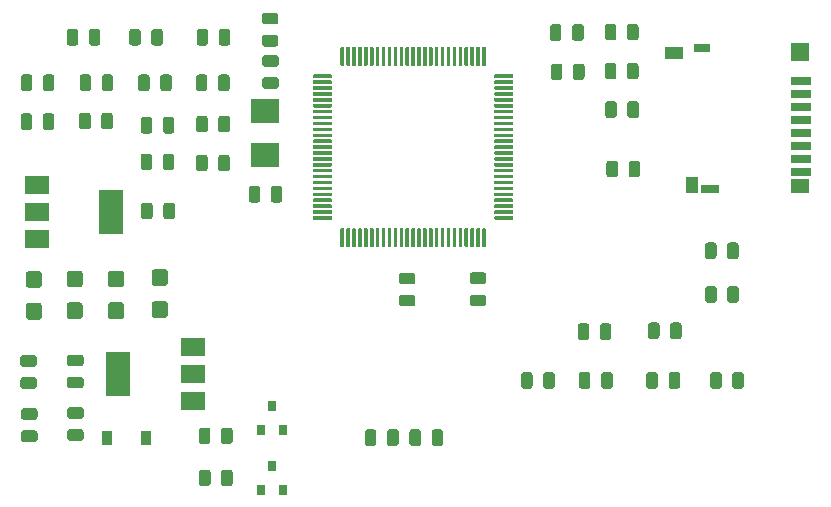
<source format=gbr>
G04 #@! TF.GenerationSoftware,KiCad,Pcbnew,(5.1.5)-3*
G04 #@! TF.CreationDate,2020-08-27T07:53:39+02:00*
G04 #@! TF.ProjectId,licznik,6c69637a-6e69-46b2-9e6b-696361645f70,rev?*
G04 #@! TF.SameCoordinates,Original*
G04 #@! TF.FileFunction,Paste,Top*
G04 #@! TF.FilePolarity,Positive*
%FSLAX46Y46*%
G04 Gerber Fmt 4.6, Leading zero omitted, Abs format (unit mm)*
G04 Created by KiCad (PCBNEW (5.1.5)-3) date 2020-08-27 07:53:39*
%MOMM*%
%LPD*%
G04 APERTURE LIST*
%ADD10R,0.800000X0.900000*%
%ADD11C,0.100000*%
%ADD12R,2.400000X2.000000*%
%ADD13R,2.000000X1.500000*%
%ADD14R,2.000000X3.800000*%
%ADD15R,1.500000X0.800000*%
%ADD16R,1.400000X0.800000*%
%ADD17R,1.500000X1.300000*%
%ADD18R,1.500000X1.500000*%
%ADD19R,1.000000X1.450000*%
%ADD20R,1.550000X1.000000*%
%ADD21R,1.750000X0.700000*%
%ADD22R,0.900000X1.200000*%
G04 APERTURE END LIST*
D10*
X115600000Y-103350000D03*
X116550000Y-105350000D03*
X114650000Y-105350000D03*
X115600000Y-98275000D03*
X116550000Y-100275000D03*
X114650000Y-100275000D03*
D11*
G36*
X115955142Y-70438674D02*
G01*
X115978803Y-70442184D01*
X116002007Y-70447996D01*
X116024529Y-70456054D01*
X116046153Y-70466282D01*
X116066670Y-70478579D01*
X116085883Y-70492829D01*
X116103607Y-70508893D01*
X116119671Y-70526617D01*
X116133921Y-70545830D01*
X116146218Y-70566347D01*
X116156446Y-70587971D01*
X116164504Y-70610493D01*
X116170316Y-70633697D01*
X116173826Y-70657358D01*
X116175000Y-70681250D01*
X116175000Y-71168750D01*
X116173826Y-71192642D01*
X116170316Y-71216303D01*
X116164504Y-71239507D01*
X116156446Y-71262029D01*
X116146218Y-71283653D01*
X116133921Y-71304170D01*
X116119671Y-71323383D01*
X116103607Y-71341107D01*
X116085883Y-71357171D01*
X116066670Y-71371421D01*
X116046153Y-71383718D01*
X116024529Y-71393946D01*
X116002007Y-71402004D01*
X115978803Y-71407816D01*
X115955142Y-71411326D01*
X115931250Y-71412500D01*
X115018750Y-71412500D01*
X114994858Y-71411326D01*
X114971197Y-71407816D01*
X114947993Y-71402004D01*
X114925471Y-71393946D01*
X114903847Y-71383718D01*
X114883330Y-71371421D01*
X114864117Y-71357171D01*
X114846393Y-71341107D01*
X114830329Y-71323383D01*
X114816079Y-71304170D01*
X114803782Y-71283653D01*
X114793554Y-71262029D01*
X114785496Y-71239507D01*
X114779684Y-71216303D01*
X114776174Y-71192642D01*
X114775000Y-71168750D01*
X114775000Y-70681250D01*
X114776174Y-70657358D01*
X114779684Y-70633697D01*
X114785496Y-70610493D01*
X114793554Y-70587971D01*
X114803782Y-70566347D01*
X114816079Y-70545830D01*
X114830329Y-70526617D01*
X114846393Y-70508893D01*
X114864117Y-70492829D01*
X114883330Y-70478579D01*
X114903847Y-70466282D01*
X114925471Y-70456054D01*
X114947993Y-70447996D01*
X114971197Y-70442184D01*
X114994858Y-70438674D01*
X115018750Y-70437500D01*
X115931250Y-70437500D01*
X115955142Y-70438674D01*
G37*
G36*
X115955142Y-68563674D02*
G01*
X115978803Y-68567184D01*
X116002007Y-68572996D01*
X116024529Y-68581054D01*
X116046153Y-68591282D01*
X116066670Y-68603579D01*
X116085883Y-68617829D01*
X116103607Y-68633893D01*
X116119671Y-68651617D01*
X116133921Y-68670830D01*
X116146218Y-68691347D01*
X116156446Y-68712971D01*
X116164504Y-68735493D01*
X116170316Y-68758697D01*
X116173826Y-68782358D01*
X116175000Y-68806250D01*
X116175000Y-69293750D01*
X116173826Y-69317642D01*
X116170316Y-69341303D01*
X116164504Y-69364507D01*
X116156446Y-69387029D01*
X116146218Y-69408653D01*
X116133921Y-69429170D01*
X116119671Y-69448383D01*
X116103607Y-69466107D01*
X116085883Y-69482171D01*
X116066670Y-69496421D01*
X116046153Y-69508718D01*
X116024529Y-69518946D01*
X116002007Y-69527004D01*
X115978803Y-69532816D01*
X115955142Y-69536326D01*
X115931250Y-69537500D01*
X115018750Y-69537500D01*
X114994858Y-69536326D01*
X114971197Y-69532816D01*
X114947993Y-69527004D01*
X114925471Y-69518946D01*
X114903847Y-69508718D01*
X114883330Y-69496421D01*
X114864117Y-69482171D01*
X114846393Y-69466107D01*
X114830329Y-69448383D01*
X114816079Y-69429170D01*
X114803782Y-69408653D01*
X114793554Y-69387029D01*
X114785496Y-69364507D01*
X114779684Y-69341303D01*
X114776174Y-69317642D01*
X114775000Y-69293750D01*
X114775000Y-68806250D01*
X114776174Y-68782358D01*
X114779684Y-68758697D01*
X114785496Y-68735493D01*
X114793554Y-68712971D01*
X114803782Y-68691347D01*
X114816079Y-68670830D01*
X114830329Y-68651617D01*
X114846393Y-68633893D01*
X114864117Y-68617829D01*
X114883330Y-68603579D01*
X114903847Y-68591282D01*
X114925471Y-68581054D01*
X114947993Y-68572996D01*
X114971197Y-68567184D01*
X114994858Y-68563674D01*
X115018750Y-68562500D01*
X115931250Y-68562500D01*
X115955142Y-68563674D01*
G37*
G36*
X154917642Y-88126174D02*
G01*
X154941303Y-88129684D01*
X154964507Y-88135496D01*
X154987029Y-88143554D01*
X155008653Y-88153782D01*
X155029170Y-88166079D01*
X155048383Y-88180329D01*
X155066107Y-88196393D01*
X155082171Y-88214117D01*
X155096421Y-88233330D01*
X155108718Y-88253847D01*
X155118946Y-88275471D01*
X155127004Y-88297993D01*
X155132816Y-88321197D01*
X155136326Y-88344858D01*
X155137500Y-88368750D01*
X155137500Y-89281250D01*
X155136326Y-89305142D01*
X155132816Y-89328803D01*
X155127004Y-89352007D01*
X155118946Y-89374529D01*
X155108718Y-89396153D01*
X155096421Y-89416670D01*
X155082171Y-89435883D01*
X155066107Y-89453607D01*
X155048383Y-89469671D01*
X155029170Y-89483921D01*
X155008653Y-89496218D01*
X154987029Y-89506446D01*
X154964507Y-89514504D01*
X154941303Y-89520316D01*
X154917642Y-89523826D01*
X154893750Y-89525000D01*
X154406250Y-89525000D01*
X154382358Y-89523826D01*
X154358697Y-89520316D01*
X154335493Y-89514504D01*
X154312971Y-89506446D01*
X154291347Y-89496218D01*
X154270830Y-89483921D01*
X154251617Y-89469671D01*
X154233893Y-89453607D01*
X154217829Y-89435883D01*
X154203579Y-89416670D01*
X154191282Y-89396153D01*
X154181054Y-89374529D01*
X154172996Y-89352007D01*
X154167184Y-89328803D01*
X154163674Y-89305142D01*
X154162500Y-89281250D01*
X154162500Y-88368750D01*
X154163674Y-88344858D01*
X154167184Y-88321197D01*
X154172996Y-88297993D01*
X154181054Y-88275471D01*
X154191282Y-88253847D01*
X154203579Y-88233330D01*
X154217829Y-88214117D01*
X154233893Y-88196393D01*
X154251617Y-88180329D01*
X154270830Y-88166079D01*
X154291347Y-88153782D01*
X154312971Y-88143554D01*
X154335493Y-88135496D01*
X154358697Y-88129684D01*
X154382358Y-88126174D01*
X154406250Y-88125000D01*
X154893750Y-88125000D01*
X154917642Y-88126174D01*
G37*
G36*
X153042642Y-88126174D02*
G01*
X153066303Y-88129684D01*
X153089507Y-88135496D01*
X153112029Y-88143554D01*
X153133653Y-88153782D01*
X153154170Y-88166079D01*
X153173383Y-88180329D01*
X153191107Y-88196393D01*
X153207171Y-88214117D01*
X153221421Y-88233330D01*
X153233718Y-88253847D01*
X153243946Y-88275471D01*
X153252004Y-88297993D01*
X153257816Y-88321197D01*
X153261326Y-88344858D01*
X153262500Y-88368750D01*
X153262500Y-89281250D01*
X153261326Y-89305142D01*
X153257816Y-89328803D01*
X153252004Y-89352007D01*
X153243946Y-89374529D01*
X153233718Y-89396153D01*
X153221421Y-89416670D01*
X153207171Y-89435883D01*
X153191107Y-89453607D01*
X153173383Y-89469671D01*
X153154170Y-89483921D01*
X153133653Y-89496218D01*
X153112029Y-89506446D01*
X153089507Y-89514504D01*
X153066303Y-89520316D01*
X153042642Y-89523826D01*
X153018750Y-89525000D01*
X152531250Y-89525000D01*
X152507358Y-89523826D01*
X152483697Y-89520316D01*
X152460493Y-89514504D01*
X152437971Y-89506446D01*
X152416347Y-89496218D01*
X152395830Y-89483921D01*
X152376617Y-89469671D01*
X152358893Y-89453607D01*
X152342829Y-89435883D01*
X152328579Y-89416670D01*
X152316282Y-89396153D01*
X152306054Y-89374529D01*
X152297996Y-89352007D01*
X152292184Y-89328803D01*
X152288674Y-89305142D01*
X152287500Y-89281250D01*
X152287500Y-88368750D01*
X152288674Y-88344858D01*
X152292184Y-88321197D01*
X152297996Y-88297993D01*
X152306054Y-88275471D01*
X152316282Y-88253847D01*
X152328579Y-88233330D01*
X152342829Y-88214117D01*
X152358893Y-88196393D01*
X152376617Y-88180329D01*
X152395830Y-88166079D01*
X152416347Y-88153782D01*
X152437971Y-88143554D01*
X152460493Y-88135496D01*
X152483697Y-88129684D01*
X152507358Y-88126174D01*
X152531250Y-88125000D01*
X153018750Y-88125000D01*
X153042642Y-88126174D01*
G37*
G36*
X109942642Y-73701174D02*
G01*
X109966303Y-73704684D01*
X109989507Y-73710496D01*
X110012029Y-73718554D01*
X110033653Y-73728782D01*
X110054170Y-73741079D01*
X110073383Y-73755329D01*
X110091107Y-73771393D01*
X110107171Y-73789117D01*
X110121421Y-73808330D01*
X110133718Y-73828847D01*
X110143946Y-73850471D01*
X110152004Y-73872993D01*
X110157816Y-73896197D01*
X110161326Y-73919858D01*
X110162500Y-73943750D01*
X110162500Y-74856250D01*
X110161326Y-74880142D01*
X110157816Y-74903803D01*
X110152004Y-74927007D01*
X110143946Y-74949529D01*
X110133718Y-74971153D01*
X110121421Y-74991670D01*
X110107171Y-75010883D01*
X110091107Y-75028607D01*
X110073383Y-75044671D01*
X110054170Y-75058921D01*
X110033653Y-75071218D01*
X110012029Y-75081446D01*
X109989507Y-75089504D01*
X109966303Y-75095316D01*
X109942642Y-75098826D01*
X109918750Y-75100000D01*
X109431250Y-75100000D01*
X109407358Y-75098826D01*
X109383697Y-75095316D01*
X109360493Y-75089504D01*
X109337971Y-75081446D01*
X109316347Y-75071218D01*
X109295830Y-75058921D01*
X109276617Y-75044671D01*
X109258893Y-75028607D01*
X109242829Y-75010883D01*
X109228579Y-74991670D01*
X109216282Y-74971153D01*
X109206054Y-74949529D01*
X109197996Y-74927007D01*
X109192184Y-74903803D01*
X109188674Y-74880142D01*
X109187500Y-74856250D01*
X109187500Y-73943750D01*
X109188674Y-73919858D01*
X109192184Y-73896197D01*
X109197996Y-73872993D01*
X109206054Y-73850471D01*
X109216282Y-73828847D01*
X109228579Y-73808330D01*
X109242829Y-73789117D01*
X109258893Y-73771393D01*
X109276617Y-73755329D01*
X109295830Y-73741079D01*
X109316347Y-73728782D01*
X109337971Y-73718554D01*
X109360493Y-73710496D01*
X109383697Y-73704684D01*
X109407358Y-73701174D01*
X109431250Y-73700000D01*
X109918750Y-73700000D01*
X109942642Y-73701174D01*
G37*
G36*
X111817642Y-73701174D02*
G01*
X111841303Y-73704684D01*
X111864507Y-73710496D01*
X111887029Y-73718554D01*
X111908653Y-73728782D01*
X111929170Y-73741079D01*
X111948383Y-73755329D01*
X111966107Y-73771393D01*
X111982171Y-73789117D01*
X111996421Y-73808330D01*
X112008718Y-73828847D01*
X112018946Y-73850471D01*
X112027004Y-73872993D01*
X112032816Y-73896197D01*
X112036326Y-73919858D01*
X112037500Y-73943750D01*
X112037500Y-74856250D01*
X112036326Y-74880142D01*
X112032816Y-74903803D01*
X112027004Y-74927007D01*
X112018946Y-74949529D01*
X112008718Y-74971153D01*
X111996421Y-74991670D01*
X111982171Y-75010883D01*
X111966107Y-75028607D01*
X111948383Y-75044671D01*
X111929170Y-75058921D01*
X111908653Y-75071218D01*
X111887029Y-75081446D01*
X111864507Y-75089504D01*
X111841303Y-75095316D01*
X111817642Y-75098826D01*
X111793750Y-75100000D01*
X111306250Y-75100000D01*
X111282358Y-75098826D01*
X111258697Y-75095316D01*
X111235493Y-75089504D01*
X111212971Y-75081446D01*
X111191347Y-75071218D01*
X111170830Y-75058921D01*
X111151617Y-75044671D01*
X111133893Y-75028607D01*
X111117829Y-75010883D01*
X111103579Y-74991670D01*
X111091282Y-74971153D01*
X111081054Y-74949529D01*
X111072996Y-74927007D01*
X111067184Y-74903803D01*
X111063674Y-74880142D01*
X111062500Y-74856250D01*
X111062500Y-73943750D01*
X111063674Y-73919858D01*
X111067184Y-73896197D01*
X111072996Y-73872993D01*
X111081054Y-73850471D01*
X111091282Y-73828847D01*
X111103579Y-73808330D01*
X111117829Y-73789117D01*
X111133893Y-73771393D01*
X111151617Y-73755329D01*
X111170830Y-73741079D01*
X111191347Y-73728782D01*
X111212971Y-73718554D01*
X111235493Y-73710496D01*
X111258697Y-73704684D01*
X111282358Y-73701174D01*
X111306250Y-73700000D01*
X111793750Y-73700000D01*
X111817642Y-73701174D01*
G37*
D12*
X114975000Y-77025000D03*
X114975000Y-73325000D03*
D11*
G36*
X121632351Y-67875361D02*
G01*
X121639632Y-67876441D01*
X121646771Y-67878229D01*
X121653701Y-67880709D01*
X121660355Y-67883856D01*
X121666668Y-67887640D01*
X121672579Y-67892024D01*
X121678033Y-67896967D01*
X121682976Y-67902421D01*
X121687360Y-67908332D01*
X121691144Y-67914645D01*
X121694291Y-67921299D01*
X121696771Y-67928229D01*
X121698559Y-67935368D01*
X121699639Y-67942649D01*
X121700000Y-67950000D01*
X121700000Y-69400000D01*
X121699639Y-69407351D01*
X121698559Y-69414632D01*
X121696771Y-69421771D01*
X121694291Y-69428701D01*
X121691144Y-69435355D01*
X121687360Y-69441668D01*
X121682976Y-69447579D01*
X121678033Y-69453033D01*
X121672579Y-69457976D01*
X121666668Y-69462360D01*
X121660355Y-69466144D01*
X121653701Y-69469291D01*
X121646771Y-69471771D01*
X121639632Y-69473559D01*
X121632351Y-69474639D01*
X121625000Y-69475000D01*
X121475000Y-69475000D01*
X121467649Y-69474639D01*
X121460368Y-69473559D01*
X121453229Y-69471771D01*
X121446299Y-69469291D01*
X121439645Y-69466144D01*
X121433332Y-69462360D01*
X121427421Y-69457976D01*
X121421967Y-69453033D01*
X121417024Y-69447579D01*
X121412640Y-69441668D01*
X121408856Y-69435355D01*
X121405709Y-69428701D01*
X121403229Y-69421771D01*
X121401441Y-69414632D01*
X121400361Y-69407351D01*
X121400000Y-69400000D01*
X121400000Y-67950000D01*
X121400361Y-67942649D01*
X121401441Y-67935368D01*
X121403229Y-67928229D01*
X121405709Y-67921299D01*
X121408856Y-67914645D01*
X121412640Y-67908332D01*
X121417024Y-67902421D01*
X121421967Y-67896967D01*
X121427421Y-67892024D01*
X121433332Y-67887640D01*
X121439645Y-67883856D01*
X121446299Y-67880709D01*
X121453229Y-67878229D01*
X121460368Y-67876441D01*
X121467649Y-67875361D01*
X121475000Y-67875000D01*
X121625000Y-67875000D01*
X121632351Y-67875361D01*
G37*
G36*
X122132351Y-67875361D02*
G01*
X122139632Y-67876441D01*
X122146771Y-67878229D01*
X122153701Y-67880709D01*
X122160355Y-67883856D01*
X122166668Y-67887640D01*
X122172579Y-67892024D01*
X122178033Y-67896967D01*
X122182976Y-67902421D01*
X122187360Y-67908332D01*
X122191144Y-67914645D01*
X122194291Y-67921299D01*
X122196771Y-67928229D01*
X122198559Y-67935368D01*
X122199639Y-67942649D01*
X122200000Y-67950000D01*
X122200000Y-69400000D01*
X122199639Y-69407351D01*
X122198559Y-69414632D01*
X122196771Y-69421771D01*
X122194291Y-69428701D01*
X122191144Y-69435355D01*
X122187360Y-69441668D01*
X122182976Y-69447579D01*
X122178033Y-69453033D01*
X122172579Y-69457976D01*
X122166668Y-69462360D01*
X122160355Y-69466144D01*
X122153701Y-69469291D01*
X122146771Y-69471771D01*
X122139632Y-69473559D01*
X122132351Y-69474639D01*
X122125000Y-69475000D01*
X121975000Y-69475000D01*
X121967649Y-69474639D01*
X121960368Y-69473559D01*
X121953229Y-69471771D01*
X121946299Y-69469291D01*
X121939645Y-69466144D01*
X121933332Y-69462360D01*
X121927421Y-69457976D01*
X121921967Y-69453033D01*
X121917024Y-69447579D01*
X121912640Y-69441668D01*
X121908856Y-69435355D01*
X121905709Y-69428701D01*
X121903229Y-69421771D01*
X121901441Y-69414632D01*
X121900361Y-69407351D01*
X121900000Y-69400000D01*
X121900000Y-67950000D01*
X121900361Y-67942649D01*
X121901441Y-67935368D01*
X121903229Y-67928229D01*
X121905709Y-67921299D01*
X121908856Y-67914645D01*
X121912640Y-67908332D01*
X121917024Y-67902421D01*
X121921967Y-67896967D01*
X121927421Y-67892024D01*
X121933332Y-67887640D01*
X121939645Y-67883856D01*
X121946299Y-67880709D01*
X121953229Y-67878229D01*
X121960368Y-67876441D01*
X121967649Y-67875361D01*
X121975000Y-67875000D01*
X122125000Y-67875000D01*
X122132351Y-67875361D01*
G37*
G36*
X122632351Y-67875361D02*
G01*
X122639632Y-67876441D01*
X122646771Y-67878229D01*
X122653701Y-67880709D01*
X122660355Y-67883856D01*
X122666668Y-67887640D01*
X122672579Y-67892024D01*
X122678033Y-67896967D01*
X122682976Y-67902421D01*
X122687360Y-67908332D01*
X122691144Y-67914645D01*
X122694291Y-67921299D01*
X122696771Y-67928229D01*
X122698559Y-67935368D01*
X122699639Y-67942649D01*
X122700000Y-67950000D01*
X122700000Y-69400000D01*
X122699639Y-69407351D01*
X122698559Y-69414632D01*
X122696771Y-69421771D01*
X122694291Y-69428701D01*
X122691144Y-69435355D01*
X122687360Y-69441668D01*
X122682976Y-69447579D01*
X122678033Y-69453033D01*
X122672579Y-69457976D01*
X122666668Y-69462360D01*
X122660355Y-69466144D01*
X122653701Y-69469291D01*
X122646771Y-69471771D01*
X122639632Y-69473559D01*
X122632351Y-69474639D01*
X122625000Y-69475000D01*
X122475000Y-69475000D01*
X122467649Y-69474639D01*
X122460368Y-69473559D01*
X122453229Y-69471771D01*
X122446299Y-69469291D01*
X122439645Y-69466144D01*
X122433332Y-69462360D01*
X122427421Y-69457976D01*
X122421967Y-69453033D01*
X122417024Y-69447579D01*
X122412640Y-69441668D01*
X122408856Y-69435355D01*
X122405709Y-69428701D01*
X122403229Y-69421771D01*
X122401441Y-69414632D01*
X122400361Y-69407351D01*
X122400000Y-69400000D01*
X122400000Y-67950000D01*
X122400361Y-67942649D01*
X122401441Y-67935368D01*
X122403229Y-67928229D01*
X122405709Y-67921299D01*
X122408856Y-67914645D01*
X122412640Y-67908332D01*
X122417024Y-67902421D01*
X122421967Y-67896967D01*
X122427421Y-67892024D01*
X122433332Y-67887640D01*
X122439645Y-67883856D01*
X122446299Y-67880709D01*
X122453229Y-67878229D01*
X122460368Y-67876441D01*
X122467649Y-67875361D01*
X122475000Y-67875000D01*
X122625000Y-67875000D01*
X122632351Y-67875361D01*
G37*
G36*
X123132351Y-67875361D02*
G01*
X123139632Y-67876441D01*
X123146771Y-67878229D01*
X123153701Y-67880709D01*
X123160355Y-67883856D01*
X123166668Y-67887640D01*
X123172579Y-67892024D01*
X123178033Y-67896967D01*
X123182976Y-67902421D01*
X123187360Y-67908332D01*
X123191144Y-67914645D01*
X123194291Y-67921299D01*
X123196771Y-67928229D01*
X123198559Y-67935368D01*
X123199639Y-67942649D01*
X123200000Y-67950000D01*
X123200000Y-69400000D01*
X123199639Y-69407351D01*
X123198559Y-69414632D01*
X123196771Y-69421771D01*
X123194291Y-69428701D01*
X123191144Y-69435355D01*
X123187360Y-69441668D01*
X123182976Y-69447579D01*
X123178033Y-69453033D01*
X123172579Y-69457976D01*
X123166668Y-69462360D01*
X123160355Y-69466144D01*
X123153701Y-69469291D01*
X123146771Y-69471771D01*
X123139632Y-69473559D01*
X123132351Y-69474639D01*
X123125000Y-69475000D01*
X122975000Y-69475000D01*
X122967649Y-69474639D01*
X122960368Y-69473559D01*
X122953229Y-69471771D01*
X122946299Y-69469291D01*
X122939645Y-69466144D01*
X122933332Y-69462360D01*
X122927421Y-69457976D01*
X122921967Y-69453033D01*
X122917024Y-69447579D01*
X122912640Y-69441668D01*
X122908856Y-69435355D01*
X122905709Y-69428701D01*
X122903229Y-69421771D01*
X122901441Y-69414632D01*
X122900361Y-69407351D01*
X122900000Y-69400000D01*
X122900000Y-67950000D01*
X122900361Y-67942649D01*
X122901441Y-67935368D01*
X122903229Y-67928229D01*
X122905709Y-67921299D01*
X122908856Y-67914645D01*
X122912640Y-67908332D01*
X122917024Y-67902421D01*
X122921967Y-67896967D01*
X122927421Y-67892024D01*
X122933332Y-67887640D01*
X122939645Y-67883856D01*
X122946299Y-67880709D01*
X122953229Y-67878229D01*
X122960368Y-67876441D01*
X122967649Y-67875361D01*
X122975000Y-67875000D01*
X123125000Y-67875000D01*
X123132351Y-67875361D01*
G37*
G36*
X123632351Y-67875361D02*
G01*
X123639632Y-67876441D01*
X123646771Y-67878229D01*
X123653701Y-67880709D01*
X123660355Y-67883856D01*
X123666668Y-67887640D01*
X123672579Y-67892024D01*
X123678033Y-67896967D01*
X123682976Y-67902421D01*
X123687360Y-67908332D01*
X123691144Y-67914645D01*
X123694291Y-67921299D01*
X123696771Y-67928229D01*
X123698559Y-67935368D01*
X123699639Y-67942649D01*
X123700000Y-67950000D01*
X123700000Y-69400000D01*
X123699639Y-69407351D01*
X123698559Y-69414632D01*
X123696771Y-69421771D01*
X123694291Y-69428701D01*
X123691144Y-69435355D01*
X123687360Y-69441668D01*
X123682976Y-69447579D01*
X123678033Y-69453033D01*
X123672579Y-69457976D01*
X123666668Y-69462360D01*
X123660355Y-69466144D01*
X123653701Y-69469291D01*
X123646771Y-69471771D01*
X123639632Y-69473559D01*
X123632351Y-69474639D01*
X123625000Y-69475000D01*
X123475000Y-69475000D01*
X123467649Y-69474639D01*
X123460368Y-69473559D01*
X123453229Y-69471771D01*
X123446299Y-69469291D01*
X123439645Y-69466144D01*
X123433332Y-69462360D01*
X123427421Y-69457976D01*
X123421967Y-69453033D01*
X123417024Y-69447579D01*
X123412640Y-69441668D01*
X123408856Y-69435355D01*
X123405709Y-69428701D01*
X123403229Y-69421771D01*
X123401441Y-69414632D01*
X123400361Y-69407351D01*
X123400000Y-69400000D01*
X123400000Y-67950000D01*
X123400361Y-67942649D01*
X123401441Y-67935368D01*
X123403229Y-67928229D01*
X123405709Y-67921299D01*
X123408856Y-67914645D01*
X123412640Y-67908332D01*
X123417024Y-67902421D01*
X123421967Y-67896967D01*
X123427421Y-67892024D01*
X123433332Y-67887640D01*
X123439645Y-67883856D01*
X123446299Y-67880709D01*
X123453229Y-67878229D01*
X123460368Y-67876441D01*
X123467649Y-67875361D01*
X123475000Y-67875000D01*
X123625000Y-67875000D01*
X123632351Y-67875361D01*
G37*
G36*
X124132351Y-67875361D02*
G01*
X124139632Y-67876441D01*
X124146771Y-67878229D01*
X124153701Y-67880709D01*
X124160355Y-67883856D01*
X124166668Y-67887640D01*
X124172579Y-67892024D01*
X124178033Y-67896967D01*
X124182976Y-67902421D01*
X124187360Y-67908332D01*
X124191144Y-67914645D01*
X124194291Y-67921299D01*
X124196771Y-67928229D01*
X124198559Y-67935368D01*
X124199639Y-67942649D01*
X124200000Y-67950000D01*
X124200000Y-69400000D01*
X124199639Y-69407351D01*
X124198559Y-69414632D01*
X124196771Y-69421771D01*
X124194291Y-69428701D01*
X124191144Y-69435355D01*
X124187360Y-69441668D01*
X124182976Y-69447579D01*
X124178033Y-69453033D01*
X124172579Y-69457976D01*
X124166668Y-69462360D01*
X124160355Y-69466144D01*
X124153701Y-69469291D01*
X124146771Y-69471771D01*
X124139632Y-69473559D01*
X124132351Y-69474639D01*
X124125000Y-69475000D01*
X123975000Y-69475000D01*
X123967649Y-69474639D01*
X123960368Y-69473559D01*
X123953229Y-69471771D01*
X123946299Y-69469291D01*
X123939645Y-69466144D01*
X123933332Y-69462360D01*
X123927421Y-69457976D01*
X123921967Y-69453033D01*
X123917024Y-69447579D01*
X123912640Y-69441668D01*
X123908856Y-69435355D01*
X123905709Y-69428701D01*
X123903229Y-69421771D01*
X123901441Y-69414632D01*
X123900361Y-69407351D01*
X123900000Y-69400000D01*
X123900000Y-67950000D01*
X123900361Y-67942649D01*
X123901441Y-67935368D01*
X123903229Y-67928229D01*
X123905709Y-67921299D01*
X123908856Y-67914645D01*
X123912640Y-67908332D01*
X123917024Y-67902421D01*
X123921967Y-67896967D01*
X123927421Y-67892024D01*
X123933332Y-67887640D01*
X123939645Y-67883856D01*
X123946299Y-67880709D01*
X123953229Y-67878229D01*
X123960368Y-67876441D01*
X123967649Y-67875361D01*
X123975000Y-67875000D01*
X124125000Y-67875000D01*
X124132351Y-67875361D01*
G37*
G36*
X124632351Y-67875361D02*
G01*
X124639632Y-67876441D01*
X124646771Y-67878229D01*
X124653701Y-67880709D01*
X124660355Y-67883856D01*
X124666668Y-67887640D01*
X124672579Y-67892024D01*
X124678033Y-67896967D01*
X124682976Y-67902421D01*
X124687360Y-67908332D01*
X124691144Y-67914645D01*
X124694291Y-67921299D01*
X124696771Y-67928229D01*
X124698559Y-67935368D01*
X124699639Y-67942649D01*
X124700000Y-67950000D01*
X124700000Y-69400000D01*
X124699639Y-69407351D01*
X124698559Y-69414632D01*
X124696771Y-69421771D01*
X124694291Y-69428701D01*
X124691144Y-69435355D01*
X124687360Y-69441668D01*
X124682976Y-69447579D01*
X124678033Y-69453033D01*
X124672579Y-69457976D01*
X124666668Y-69462360D01*
X124660355Y-69466144D01*
X124653701Y-69469291D01*
X124646771Y-69471771D01*
X124639632Y-69473559D01*
X124632351Y-69474639D01*
X124625000Y-69475000D01*
X124475000Y-69475000D01*
X124467649Y-69474639D01*
X124460368Y-69473559D01*
X124453229Y-69471771D01*
X124446299Y-69469291D01*
X124439645Y-69466144D01*
X124433332Y-69462360D01*
X124427421Y-69457976D01*
X124421967Y-69453033D01*
X124417024Y-69447579D01*
X124412640Y-69441668D01*
X124408856Y-69435355D01*
X124405709Y-69428701D01*
X124403229Y-69421771D01*
X124401441Y-69414632D01*
X124400361Y-69407351D01*
X124400000Y-69400000D01*
X124400000Y-67950000D01*
X124400361Y-67942649D01*
X124401441Y-67935368D01*
X124403229Y-67928229D01*
X124405709Y-67921299D01*
X124408856Y-67914645D01*
X124412640Y-67908332D01*
X124417024Y-67902421D01*
X124421967Y-67896967D01*
X124427421Y-67892024D01*
X124433332Y-67887640D01*
X124439645Y-67883856D01*
X124446299Y-67880709D01*
X124453229Y-67878229D01*
X124460368Y-67876441D01*
X124467649Y-67875361D01*
X124475000Y-67875000D01*
X124625000Y-67875000D01*
X124632351Y-67875361D01*
G37*
G36*
X125132351Y-67875361D02*
G01*
X125139632Y-67876441D01*
X125146771Y-67878229D01*
X125153701Y-67880709D01*
X125160355Y-67883856D01*
X125166668Y-67887640D01*
X125172579Y-67892024D01*
X125178033Y-67896967D01*
X125182976Y-67902421D01*
X125187360Y-67908332D01*
X125191144Y-67914645D01*
X125194291Y-67921299D01*
X125196771Y-67928229D01*
X125198559Y-67935368D01*
X125199639Y-67942649D01*
X125200000Y-67950000D01*
X125200000Y-69400000D01*
X125199639Y-69407351D01*
X125198559Y-69414632D01*
X125196771Y-69421771D01*
X125194291Y-69428701D01*
X125191144Y-69435355D01*
X125187360Y-69441668D01*
X125182976Y-69447579D01*
X125178033Y-69453033D01*
X125172579Y-69457976D01*
X125166668Y-69462360D01*
X125160355Y-69466144D01*
X125153701Y-69469291D01*
X125146771Y-69471771D01*
X125139632Y-69473559D01*
X125132351Y-69474639D01*
X125125000Y-69475000D01*
X124975000Y-69475000D01*
X124967649Y-69474639D01*
X124960368Y-69473559D01*
X124953229Y-69471771D01*
X124946299Y-69469291D01*
X124939645Y-69466144D01*
X124933332Y-69462360D01*
X124927421Y-69457976D01*
X124921967Y-69453033D01*
X124917024Y-69447579D01*
X124912640Y-69441668D01*
X124908856Y-69435355D01*
X124905709Y-69428701D01*
X124903229Y-69421771D01*
X124901441Y-69414632D01*
X124900361Y-69407351D01*
X124900000Y-69400000D01*
X124900000Y-67950000D01*
X124900361Y-67942649D01*
X124901441Y-67935368D01*
X124903229Y-67928229D01*
X124905709Y-67921299D01*
X124908856Y-67914645D01*
X124912640Y-67908332D01*
X124917024Y-67902421D01*
X124921967Y-67896967D01*
X124927421Y-67892024D01*
X124933332Y-67887640D01*
X124939645Y-67883856D01*
X124946299Y-67880709D01*
X124953229Y-67878229D01*
X124960368Y-67876441D01*
X124967649Y-67875361D01*
X124975000Y-67875000D01*
X125125000Y-67875000D01*
X125132351Y-67875361D01*
G37*
G36*
X125632351Y-67875361D02*
G01*
X125639632Y-67876441D01*
X125646771Y-67878229D01*
X125653701Y-67880709D01*
X125660355Y-67883856D01*
X125666668Y-67887640D01*
X125672579Y-67892024D01*
X125678033Y-67896967D01*
X125682976Y-67902421D01*
X125687360Y-67908332D01*
X125691144Y-67914645D01*
X125694291Y-67921299D01*
X125696771Y-67928229D01*
X125698559Y-67935368D01*
X125699639Y-67942649D01*
X125700000Y-67950000D01*
X125700000Y-69400000D01*
X125699639Y-69407351D01*
X125698559Y-69414632D01*
X125696771Y-69421771D01*
X125694291Y-69428701D01*
X125691144Y-69435355D01*
X125687360Y-69441668D01*
X125682976Y-69447579D01*
X125678033Y-69453033D01*
X125672579Y-69457976D01*
X125666668Y-69462360D01*
X125660355Y-69466144D01*
X125653701Y-69469291D01*
X125646771Y-69471771D01*
X125639632Y-69473559D01*
X125632351Y-69474639D01*
X125625000Y-69475000D01*
X125475000Y-69475000D01*
X125467649Y-69474639D01*
X125460368Y-69473559D01*
X125453229Y-69471771D01*
X125446299Y-69469291D01*
X125439645Y-69466144D01*
X125433332Y-69462360D01*
X125427421Y-69457976D01*
X125421967Y-69453033D01*
X125417024Y-69447579D01*
X125412640Y-69441668D01*
X125408856Y-69435355D01*
X125405709Y-69428701D01*
X125403229Y-69421771D01*
X125401441Y-69414632D01*
X125400361Y-69407351D01*
X125400000Y-69400000D01*
X125400000Y-67950000D01*
X125400361Y-67942649D01*
X125401441Y-67935368D01*
X125403229Y-67928229D01*
X125405709Y-67921299D01*
X125408856Y-67914645D01*
X125412640Y-67908332D01*
X125417024Y-67902421D01*
X125421967Y-67896967D01*
X125427421Y-67892024D01*
X125433332Y-67887640D01*
X125439645Y-67883856D01*
X125446299Y-67880709D01*
X125453229Y-67878229D01*
X125460368Y-67876441D01*
X125467649Y-67875361D01*
X125475000Y-67875000D01*
X125625000Y-67875000D01*
X125632351Y-67875361D01*
G37*
G36*
X126132351Y-67875361D02*
G01*
X126139632Y-67876441D01*
X126146771Y-67878229D01*
X126153701Y-67880709D01*
X126160355Y-67883856D01*
X126166668Y-67887640D01*
X126172579Y-67892024D01*
X126178033Y-67896967D01*
X126182976Y-67902421D01*
X126187360Y-67908332D01*
X126191144Y-67914645D01*
X126194291Y-67921299D01*
X126196771Y-67928229D01*
X126198559Y-67935368D01*
X126199639Y-67942649D01*
X126200000Y-67950000D01*
X126200000Y-69400000D01*
X126199639Y-69407351D01*
X126198559Y-69414632D01*
X126196771Y-69421771D01*
X126194291Y-69428701D01*
X126191144Y-69435355D01*
X126187360Y-69441668D01*
X126182976Y-69447579D01*
X126178033Y-69453033D01*
X126172579Y-69457976D01*
X126166668Y-69462360D01*
X126160355Y-69466144D01*
X126153701Y-69469291D01*
X126146771Y-69471771D01*
X126139632Y-69473559D01*
X126132351Y-69474639D01*
X126125000Y-69475000D01*
X125975000Y-69475000D01*
X125967649Y-69474639D01*
X125960368Y-69473559D01*
X125953229Y-69471771D01*
X125946299Y-69469291D01*
X125939645Y-69466144D01*
X125933332Y-69462360D01*
X125927421Y-69457976D01*
X125921967Y-69453033D01*
X125917024Y-69447579D01*
X125912640Y-69441668D01*
X125908856Y-69435355D01*
X125905709Y-69428701D01*
X125903229Y-69421771D01*
X125901441Y-69414632D01*
X125900361Y-69407351D01*
X125900000Y-69400000D01*
X125900000Y-67950000D01*
X125900361Y-67942649D01*
X125901441Y-67935368D01*
X125903229Y-67928229D01*
X125905709Y-67921299D01*
X125908856Y-67914645D01*
X125912640Y-67908332D01*
X125917024Y-67902421D01*
X125921967Y-67896967D01*
X125927421Y-67892024D01*
X125933332Y-67887640D01*
X125939645Y-67883856D01*
X125946299Y-67880709D01*
X125953229Y-67878229D01*
X125960368Y-67876441D01*
X125967649Y-67875361D01*
X125975000Y-67875000D01*
X126125000Y-67875000D01*
X126132351Y-67875361D01*
G37*
G36*
X126632351Y-67875361D02*
G01*
X126639632Y-67876441D01*
X126646771Y-67878229D01*
X126653701Y-67880709D01*
X126660355Y-67883856D01*
X126666668Y-67887640D01*
X126672579Y-67892024D01*
X126678033Y-67896967D01*
X126682976Y-67902421D01*
X126687360Y-67908332D01*
X126691144Y-67914645D01*
X126694291Y-67921299D01*
X126696771Y-67928229D01*
X126698559Y-67935368D01*
X126699639Y-67942649D01*
X126700000Y-67950000D01*
X126700000Y-69400000D01*
X126699639Y-69407351D01*
X126698559Y-69414632D01*
X126696771Y-69421771D01*
X126694291Y-69428701D01*
X126691144Y-69435355D01*
X126687360Y-69441668D01*
X126682976Y-69447579D01*
X126678033Y-69453033D01*
X126672579Y-69457976D01*
X126666668Y-69462360D01*
X126660355Y-69466144D01*
X126653701Y-69469291D01*
X126646771Y-69471771D01*
X126639632Y-69473559D01*
X126632351Y-69474639D01*
X126625000Y-69475000D01*
X126475000Y-69475000D01*
X126467649Y-69474639D01*
X126460368Y-69473559D01*
X126453229Y-69471771D01*
X126446299Y-69469291D01*
X126439645Y-69466144D01*
X126433332Y-69462360D01*
X126427421Y-69457976D01*
X126421967Y-69453033D01*
X126417024Y-69447579D01*
X126412640Y-69441668D01*
X126408856Y-69435355D01*
X126405709Y-69428701D01*
X126403229Y-69421771D01*
X126401441Y-69414632D01*
X126400361Y-69407351D01*
X126400000Y-69400000D01*
X126400000Y-67950000D01*
X126400361Y-67942649D01*
X126401441Y-67935368D01*
X126403229Y-67928229D01*
X126405709Y-67921299D01*
X126408856Y-67914645D01*
X126412640Y-67908332D01*
X126417024Y-67902421D01*
X126421967Y-67896967D01*
X126427421Y-67892024D01*
X126433332Y-67887640D01*
X126439645Y-67883856D01*
X126446299Y-67880709D01*
X126453229Y-67878229D01*
X126460368Y-67876441D01*
X126467649Y-67875361D01*
X126475000Y-67875000D01*
X126625000Y-67875000D01*
X126632351Y-67875361D01*
G37*
G36*
X127132351Y-67875361D02*
G01*
X127139632Y-67876441D01*
X127146771Y-67878229D01*
X127153701Y-67880709D01*
X127160355Y-67883856D01*
X127166668Y-67887640D01*
X127172579Y-67892024D01*
X127178033Y-67896967D01*
X127182976Y-67902421D01*
X127187360Y-67908332D01*
X127191144Y-67914645D01*
X127194291Y-67921299D01*
X127196771Y-67928229D01*
X127198559Y-67935368D01*
X127199639Y-67942649D01*
X127200000Y-67950000D01*
X127200000Y-69400000D01*
X127199639Y-69407351D01*
X127198559Y-69414632D01*
X127196771Y-69421771D01*
X127194291Y-69428701D01*
X127191144Y-69435355D01*
X127187360Y-69441668D01*
X127182976Y-69447579D01*
X127178033Y-69453033D01*
X127172579Y-69457976D01*
X127166668Y-69462360D01*
X127160355Y-69466144D01*
X127153701Y-69469291D01*
X127146771Y-69471771D01*
X127139632Y-69473559D01*
X127132351Y-69474639D01*
X127125000Y-69475000D01*
X126975000Y-69475000D01*
X126967649Y-69474639D01*
X126960368Y-69473559D01*
X126953229Y-69471771D01*
X126946299Y-69469291D01*
X126939645Y-69466144D01*
X126933332Y-69462360D01*
X126927421Y-69457976D01*
X126921967Y-69453033D01*
X126917024Y-69447579D01*
X126912640Y-69441668D01*
X126908856Y-69435355D01*
X126905709Y-69428701D01*
X126903229Y-69421771D01*
X126901441Y-69414632D01*
X126900361Y-69407351D01*
X126900000Y-69400000D01*
X126900000Y-67950000D01*
X126900361Y-67942649D01*
X126901441Y-67935368D01*
X126903229Y-67928229D01*
X126905709Y-67921299D01*
X126908856Y-67914645D01*
X126912640Y-67908332D01*
X126917024Y-67902421D01*
X126921967Y-67896967D01*
X126927421Y-67892024D01*
X126933332Y-67887640D01*
X126939645Y-67883856D01*
X126946299Y-67880709D01*
X126953229Y-67878229D01*
X126960368Y-67876441D01*
X126967649Y-67875361D01*
X126975000Y-67875000D01*
X127125000Y-67875000D01*
X127132351Y-67875361D01*
G37*
G36*
X127632351Y-67875361D02*
G01*
X127639632Y-67876441D01*
X127646771Y-67878229D01*
X127653701Y-67880709D01*
X127660355Y-67883856D01*
X127666668Y-67887640D01*
X127672579Y-67892024D01*
X127678033Y-67896967D01*
X127682976Y-67902421D01*
X127687360Y-67908332D01*
X127691144Y-67914645D01*
X127694291Y-67921299D01*
X127696771Y-67928229D01*
X127698559Y-67935368D01*
X127699639Y-67942649D01*
X127700000Y-67950000D01*
X127700000Y-69400000D01*
X127699639Y-69407351D01*
X127698559Y-69414632D01*
X127696771Y-69421771D01*
X127694291Y-69428701D01*
X127691144Y-69435355D01*
X127687360Y-69441668D01*
X127682976Y-69447579D01*
X127678033Y-69453033D01*
X127672579Y-69457976D01*
X127666668Y-69462360D01*
X127660355Y-69466144D01*
X127653701Y-69469291D01*
X127646771Y-69471771D01*
X127639632Y-69473559D01*
X127632351Y-69474639D01*
X127625000Y-69475000D01*
X127475000Y-69475000D01*
X127467649Y-69474639D01*
X127460368Y-69473559D01*
X127453229Y-69471771D01*
X127446299Y-69469291D01*
X127439645Y-69466144D01*
X127433332Y-69462360D01*
X127427421Y-69457976D01*
X127421967Y-69453033D01*
X127417024Y-69447579D01*
X127412640Y-69441668D01*
X127408856Y-69435355D01*
X127405709Y-69428701D01*
X127403229Y-69421771D01*
X127401441Y-69414632D01*
X127400361Y-69407351D01*
X127400000Y-69400000D01*
X127400000Y-67950000D01*
X127400361Y-67942649D01*
X127401441Y-67935368D01*
X127403229Y-67928229D01*
X127405709Y-67921299D01*
X127408856Y-67914645D01*
X127412640Y-67908332D01*
X127417024Y-67902421D01*
X127421967Y-67896967D01*
X127427421Y-67892024D01*
X127433332Y-67887640D01*
X127439645Y-67883856D01*
X127446299Y-67880709D01*
X127453229Y-67878229D01*
X127460368Y-67876441D01*
X127467649Y-67875361D01*
X127475000Y-67875000D01*
X127625000Y-67875000D01*
X127632351Y-67875361D01*
G37*
G36*
X128132351Y-67875361D02*
G01*
X128139632Y-67876441D01*
X128146771Y-67878229D01*
X128153701Y-67880709D01*
X128160355Y-67883856D01*
X128166668Y-67887640D01*
X128172579Y-67892024D01*
X128178033Y-67896967D01*
X128182976Y-67902421D01*
X128187360Y-67908332D01*
X128191144Y-67914645D01*
X128194291Y-67921299D01*
X128196771Y-67928229D01*
X128198559Y-67935368D01*
X128199639Y-67942649D01*
X128200000Y-67950000D01*
X128200000Y-69400000D01*
X128199639Y-69407351D01*
X128198559Y-69414632D01*
X128196771Y-69421771D01*
X128194291Y-69428701D01*
X128191144Y-69435355D01*
X128187360Y-69441668D01*
X128182976Y-69447579D01*
X128178033Y-69453033D01*
X128172579Y-69457976D01*
X128166668Y-69462360D01*
X128160355Y-69466144D01*
X128153701Y-69469291D01*
X128146771Y-69471771D01*
X128139632Y-69473559D01*
X128132351Y-69474639D01*
X128125000Y-69475000D01*
X127975000Y-69475000D01*
X127967649Y-69474639D01*
X127960368Y-69473559D01*
X127953229Y-69471771D01*
X127946299Y-69469291D01*
X127939645Y-69466144D01*
X127933332Y-69462360D01*
X127927421Y-69457976D01*
X127921967Y-69453033D01*
X127917024Y-69447579D01*
X127912640Y-69441668D01*
X127908856Y-69435355D01*
X127905709Y-69428701D01*
X127903229Y-69421771D01*
X127901441Y-69414632D01*
X127900361Y-69407351D01*
X127900000Y-69400000D01*
X127900000Y-67950000D01*
X127900361Y-67942649D01*
X127901441Y-67935368D01*
X127903229Y-67928229D01*
X127905709Y-67921299D01*
X127908856Y-67914645D01*
X127912640Y-67908332D01*
X127917024Y-67902421D01*
X127921967Y-67896967D01*
X127927421Y-67892024D01*
X127933332Y-67887640D01*
X127939645Y-67883856D01*
X127946299Y-67880709D01*
X127953229Y-67878229D01*
X127960368Y-67876441D01*
X127967649Y-67875361D01*
X127975000Y-67875000D01*
X128125000Y-67875000D01*
X128132351Y-67875361D01*
G37*
G36*
X128632351Y-67875361D02*
G01*
X128639632Y-67876441D01*
X128646771Y-67878229D01*
X128653701Y-67880709D01*
X128660355Y-67883856D01*
X128666668Y-67887640D01*
X128672579Y-67892024D01*
X128678033Y-67896967D01*
X128682976Y-67902421D01*
X128687360Y-67908332D01*
X128691144Y-67914645D01*
X128694291Y-67921299D01*
X128696771Y-67928229D01*
X128698559Y-67935368D01*
X128699639Y-67942649D01*
X128700000Y-67950000D01*
X128700000Y-69400000D01*
X128699639Y-69407351D01*
X128698559Y-69414632D01*
X128696771Y-69421771D01*
X128694291Y-69428701D01*
X128691144Y-69435355D01*
X128687360Y-69441668D01*
X128682976Y-69447579D01*
X128678033Y-69453033D01*
X128672579Y-69457976D01*
X128666668Y-69462360D01*
X128660355Y-69466144D01*
X128653701Y-69469291D01*
X128646771Y-69471771D01*
X128639632Y-69473559D01*
X128632351Y-69474639D01*
X128625000Y-69475000D01*
X128475000Y-69475000D01*
X128467649Y-69474639D01*
X128460368Y-69473559D01*
X128453229Y-69471771D01*
X128446299Y-69469291D01*
X128439645Y-69466144D01*
X128433332Y-69462360D01*
X128427421Y-69457976D01*
X128421967Y-69453033D01*
X128417024Y-69447579D01*
X128412640Y-69441668D01*
X128408856Y-69435355D01*
X128405709Y-69428701D01*
X128403229Y-69421771D01*
X128401441Y-69414632D01*
X128400361Y-69407351D01*
X128400000Y-69400000D01*
X128400000Y-67950000D01*
X128400361Y-67942649D01*
X128401441Y-67935368D01*
X128403229Y-67928229D01*
X128405709Y-67921299D01*
X128408856Y-67914645D01*
X128412640Y-67908332D01*
X128417024Y-67902421D01*
X128421967Y-67896967D01*
X128427421Y-67892024D01*
X128433332Y-67887640D01*
X128439645Y-67883856D01*
X128446299Y-67880709D01*
X128453229Y-67878229D01*
X128460368Y-67876441D01*
X128467649Y-67875361D01*
X128475000Y-67875000D01*
X128625000Y-67875000D01*
X128632351Y-67875361D01*
G37*
G36*
X129132351Y-67875361D02*
G01*
X129139632Y-67876441D01*
X129146771Y-67878229D01*
X129153701Y-67880709D01*
X129160355Y-67883856D01*
X129166668Y-67887640D01*
X129172579Y-67892024D01*
X129178033Y-67896967D01*
X129182976Y-67902421D01*
X129187360Y-67908332D01*
X129191144Y-67914645D01*
X129194291Y-67921299D01*
X129196771Y-67928229D01*
X129198559Y-67935368D01*
X129199639Y-67942649D01*
X129200000Y-67950000D01*
X129200000Y-69400000D01*
X129199639Y-69407351D01*
X129198559Y-69414632D01*
X129196771Y-69421771D01*
X129194291Y-69428701D01*
X129191144Y-69435355D01*
X129187360Y-69441668D01*
X129182976Y-69447579D01*
X129178033Y-69453033D01*
X129172579Y-69457976D01*
X129166668Y-69462360D01*
X129160355Y-69466144D01*
X129153701Y-69469291D01*
X129146771Y-69471771D01*
X129139632Y-69473559D01*
X129132351Y-69474639D01*
X129125000Y-69475000D01*
X128975000Y-69475000D01*
X128967649Y-69474639D01*
X128960368Y-69473559D01*
X128953229Y-69471771D01*
X128946299Y-69469291D01*
X128939645Y-69466144D01*
X128933332Y-69462360D01*
X128927421Y-69457976D01*
X128921967Y-69453033D01*
X128917024Y-69447579D01*
X128912640Y-69441668D01*
X128908856Y-69435355D01*
X128905709Y-69428701D01*
X128903229Y-69421771D01*
X128901441Y-69414632D01*
X128900361Y-69407351D01*
X128900000Y-69400000D01*
X128900000Y-67950000D01*
X128900361Y-67942649D01*
X128901441Y-67935368D01*
X128903229Y-67928229D01*
X128905709Y-67921299D01*
X128908856Y-67914645D01*
X128912640Y-67908332D01*
X128917024Y-67902421D01*
X128921967Y-67896967D01*
X128927421Y-67892024D01*
X128933332Y-67887640D01*
X128939645Y-67883856D01*
X128946299Y-67880709D01*
X128953229Y-67878229D01*
X128960368Y-67876441D01*
X128967649Y-67875361D01*
X128975000Y-67875000D01*
X129125000Y-67875000D01*
X129132351Y-67875361D01*
G37*
G36*
X129632351Y-67875361D02*
G01*
X129639632Y-67876441D01*
X129646771Y-67878229D01*
X129653701Y-67880709D01*
X129660355Y-67883856D01*
X129666668Y-67887640D01*
X129672579Y-67892024D01*
X129678033Y-67896967D01*
X129682976Y-67902421D01*
X129687360Y-67908332D01*
X129691144Y-67914645D01*
X129694291Y-67921299D01*
X129696771Y-67928229D01*
X129698559Y-67935368D01*
X129699639Y-67942649D01*
X129700000Y-67950000D01*
X129700000Y-69400000D01*
X129699639Y-69407351D01*
X129698559Y-69414632D01*
X129696771Y-69421771D01*
X129694291Y-69428701D01*
X129691144Y-69435355D01*
X129687360Y-69441668D01*
X129682976Y-69447579D01*
X129678033Y-69453033D01*
X129672579Y-69457976D01*
X129666668Y-69462360D01*
X129660355Y-69466144D01*
X129653701Y-69469291D01*
X129646771Y-69471771D01*
X129639632Y-69473559D01*
X129632351Y-69474639D01*
X129625000Y-69475000D01*
X129475000Y-69475000D01*
X129467649Y-69474639D01*
X129460368Y-69473559D01*
X129453229Y-69471771D01*
X129446299Y-69469291D01*
X129439645Y-69466144D01*
X129433332Y-69462360D01*
X129427421Y-69457976D01*
X129421967Y-69453033D01*
X129417024Y-69447579D01*
X129412640Y-69441668D01*
X129408856Y-69435355D01*
X129405709Y-69428701D01*
X129403229Y-69421771D01*
X129401441Y-69414632D01*
X129400361Y-69407351D01*
X129400000Y-69400000D01*
X129400000Y-67950000D01*
X129400361Y-67942649D01*
X129401441Y-67935368D01*
X129403229Y-67928229D01*
X129405709Y-67921299D01*
X129408856Y-67914645D01*
X129412640Y-67908332D01*
X129417024Y-67902421D01*
X129421967Y-67896967D01*
X129427421Y-67892024D01*
X129433332Y-67887640D01*
X129439645Y-67883856D01*
X129446299Y-67880709D01*
X129453229Y-67878229D01*
X129460368Y-67876441D01*
X129467649Y-67875361D01*
X129475000Y-67875000D01*
X129625000Y-67875000D01*
X129632351Y-67875361D01*
G37*
G36*
X130132351Y-67875361D02*
G01*
X130139632Y-67876441D01*
X130146771Y-67878229D01*
X130153701Y-67880709D01*
X130160355Y-67883856D01*
X130166668Y-67887640D01*
X130172579Y-67892024D01*
X130178033Y-67896967D01*
X130182976Y-67902421D01*
X130187360Y-67908332D01*
X130191144Y-67914645D01*
X130194291Y-67921299D01*
X130196771Y-67928229D01*
X130198559Y-67935368D01*
X130199639Y-67942649D01*
X130200000Y-67950000D01*
X130200000Y-69400000D01*
X130199639Y-69407351D01*
X130198559Y-69414632D01*
X130196771Y-69421771D01*
X130194291Y-69428701D01*
X130191144Y-69435355D01*
X130187360Y-69441668D01*
X130182976Y-69447579D01*
X130178033Y-69453033D01*
X130172579Y-69457976D01*
X130166668Y-69462360D01*
X130160355Y-69466144D01*
X130153701Y-69469291D01*
X130146771Y-69471771D01*
X130139632Y-69473559D01*
X130132351Y-69474639D01*
X130125000Y-69475000D01*
X129975000Y-69475000D01*
X129967649Y-69474639D01*
X129960368Y-69473559D01*
X129953229Y-69471771D01*
X129946299Y-69469291D01*
X129939645Y-69466144D01*
X129933332Y-69462360D01*
X129927421Y-69457976D01*
X129921967Y-69453033D01*
X129917024Y-69447579D01*
X129912640Y-69441668D01*
X129908856Y-69435355D01*
X129905709Y-69428701D01*
X129903229Y-69421771D01*
X129901441Y-69414632D01*
X129900361Y-69407351D01*
X129900000Y-69400000D01*
X129900000Y-67950000D01*
X129900361Y-67942649D01*
X129901441Y-67935368D01*
X129903229Y-67928229D01*
X129905709Y-67921299D01*
X129908856Y-67914645D01*
X129912640Y-67908332D01*
X129917024Y-67902421D01*
X129921967Y-67896967D01*
X129927421Y-67892024D01*
X129933332Y-67887640D01*
X129939645Y-67883856D01*
X129946299Y-67880709D01*
X129953229Y-67878229D01*
X129960368Y-67876441D01*
X129967649Y-67875361D01*
X129975000Y-67875000D01*
X130125000Y-67875000D01*
X130132351Y-67875361D01*
G37*
G36*
X130632351Y-67875361D02*
G01*
X130639632Y-67876441D01*
X130646771Y-67878229D01*
X130653701Y-67880709D01*
X130660355Y-67883856D01*
X130666668Y-67887640D01*
X130672579Y-67892024D01*
X130678033Y-67896967D01*
X130682976Y-67902421D01*
X130687360Y-67908332D01*
X130691144Y-67914645D01*
X130694291Y-67921299D01*
X130696771Y-67928229D01*
X130698559Y-67935368D01*
X130699639Y-67942649D01*
X130700000Y-67950000D01*
X130700000Y-69400000D01*
X130699639Y-69407351D01*
X130698559Y-69414632D01*
X130696771Y-69421771D01*
X130694291Y-69428701D01*
X130691144Y-69435355D01*
X130687360Y-69441668D01*
X130682976Y-69447579D01*
X130678033Y-69453033D01*
X130672579Y-69457976D01*
X130666668Y-69462360D01*
X130660355Y-69466144D01*
X130653701Y-69469291D01*
X130646771Y-69471771D01*
X130639632Y-69473559D01*
X130632351Y-69474639D01*
X130625000Y-69475000D01*
X130475000Y-69475000D01*
X130467649Y-69474639D01*
X130460368Y-69473559D01*
X130453229Y-69471771D01*
X130446299Y-69469291D01*
X130439645Y-69466144D01*
X130433332Y-69462360D01*
X130427421Y-69457976D01*
X130421967Y-69453033D01*
X130417024Y-69447579D01*
X130412640Y-69441668D01*
X130408856Y-69435355D01*
X130405709Y-69428701D01*
X130403229Y-69421771D01*
X130401441Y-69414632D01*
X130400361Y-69407351D01*
X130400000Y-69400000D01*
X130400000Y-67950000D01*
X130400361Y-67942649D01*
X130401441Y-67935368D01*
X130403229Y-67928229D01*
X130405709Y-67921299D01*
X130408856Y-67914645D01*
X130412640Y-67908332D01*
X130417024Y-67902421D01*
X130421967Y-67896967D01*
X130427421Y-67892024D01*
X130433332Y-67887640D01*
X130439645Y-67883856D01*
X130446299Y-67880709D01*
X130453229Y-67878229D01*
X130460368Y-67876441D01*
X130467649Y-67875361D01*
X130475000Y-67875000D01*
X130625000Y-67875000D01*
X130632351Y-67875361D01*
G37*
G36*
X131132351Y-67875361D02*
G01*
X131139632Y-67876441D01*
X131146771Y-67878229D01*
X131153701Y-67880709D01*
X131160355Y-67883856D01*
X131166668Y-67887640D01*
X131172579Y-67892024D01*
X131178033Y-67896967D01*
X131182976Y-67902421D01*
X131187360Y-67908332D01*
X131191144Y-67914645D01*
X131194291Y-67921299D01*
X131196771Y-67928229D01*
X131198559Y-67935368D01*
X131199639Y-67942649D01*
X131200000Y-67950000D01*
X131200000Y-69400000D01*
X131199639Y-69407351D01*
X131198559Y-69414632D01*
X131196771Y-69421771D01*
X131194291Y-69428701D01*
X131191144Y-69435355D01*
X131187360Y-69441668D01*
X131182976Y-69447579D01*
X131178033Y-69453033D01*
X131172579Y-69457976D01*
X131166668Y-69462360D01*
X131160355Y-69466144D01*
X131153701Y-69469291D01*
X131146771Y-69471771D01*
X131139632Y-69473559D01*
X131132351Y-69474639D01*
X131125000Y-69475000D01*
X130975000Y-69475000D01*
X130967649Y-69474639D01*
X130960368Y-69473559D01*
X130953229Y-69471771D01*
X130946299Y-69469291D01*
X130939645Y-69466144D01*
X130933332Y-69462360D01*
X130927421Y-69457976D01*
X130921967Y-69453033D01*
X130917024Y-69447579D01*
X130912640Y-69441668D01*
X130908856Y-69435355D01*
X130905709Y-69428701D01*
X130903229Y-69421771D01*
X130901441Y-69414632D01*
X130900361Y-69407351D01*
X130900000Y-69400000D01*
X130900000Y-67950000D01*
X130900361Y-67942649D01*
X130901441Y-67935368D01*
X130903229Y-67928229D01*
X130905709Y-67921299D01*
X130908856Y-67914645D01*
X130912640Y-67908332D01*
X130917024Y-67902421D01*
X130921967Y-67896967D01*
X130927421Y-67892024D01*
X130933332Y-67887640D01*
X130939645Y-67883856D01*
X130946299Y-67880709D01*
X130953229Y-67878229D01*
X130960368Y-67876441D01*
X130967649Y-67875361D01*
X130975000Y-67875000D01*
X131125000Y-67875000D01*
X131132351Y-67875361D01*
G37*
G36*
X131632351Y-67875361D02*
G01*
X131639632Y-67876441D01*
X131646771Y-67878229D01*
X131653701Y-67880709D01*
X131660355Y-67883856D01*
X131666668Y-67887640D01*
X131672579Y-67892024D01*
X131678033Y-67896967D01*
X131682976Y-67902421D01*
X131687360Y-67908332D01*
X131691144Y-67914645D01*
X131694291Y-67921299D01*
X131696771Y-67928229D01*
X131698559Y-67935368D01*
X131699639Y-67942649D01*
X131700000Y-67950000D01*
X131700000Y-69400000D01*
X131699639Y-69407351D01*
X131698559Y-69414632D01*
X131696771Y-69421771D01*
X131694291Y-69428701D01*
X131691144Y-69435355D01*
X131687360Y-69441668D01*
X131682976Y-69447579D01*
X131678033Y-69453033D01*
X131672579Y-69457976D01*
X131666668Y-69462360D01*
X131660355Y-69466144D01*
X131653701Y-69469291D01*
X131646771Y-69471771D01*
X131639632Y-69473559D01*
X131632351Y-69474639D01*
X131625000Y-69475000D01*
X131475000Y-69475000D01*
X131467649Y-69474639D01*
X131460368Y-69473559D01*
X131453229Y-69471771D01*
X131446299Y-69469291D01*
X131439645Y-69466144D01*
X131433332Y-69462360D01*
X131427421Y-69457976D01*
X131421967Y-69453033D01*
X131417024Y-69447579D01*
X131412640Y-69441668D01*
X131408856Y-69435355D01*
X131405709Y-69428701D01*
X131403229Y-69421771D01*
X131401441Y-69414632D01*
X131400361Y-69407351D01*
X131400000Y-69400000D01*
X131400000Y-67950000D01*
X131400361Y-67942649D01*
X131401441Y-67935368D01*
X131403229Y-67928229D01*
X131405709Y-67921299D01*
X131408856Y-67914645D01*
X131412640Y-67908332D01*
X131417024Y-67902421D01*
X131421967Y-67896967D01*
X131427421Y-67892024D01*
X131433332Y-67887640D01*
X131439645Y-67883856D01*
X131446299Y-67880709D01*
X131453229Y-67878229D01*
X131460368Y-67876441D01*
X131467649Y-67875361D01*
X131475000Y-67875000D01*
X131625000Y-67875000D01*
X131632351Y-67875361D01*
G37*
G36*
X132132351Y-67875361D02*
G01*
X132139632Y-67876441D01*
X132146771Y-67878229D01*
X132153701Y-67880709D01*
X132160355Y-67883856D01*
X132166668Y-67887640D01*
X132172579Y-67892024D01*
X132178033Y-67896967D01*
X132182976Y-67902421D01*
X132187360Y-67908332D01*
X132191144Y-67914645D01*
X132194291Y-67921299D01*
X132196771Y-67928229D01*
X132198559Y-67935368D01*
X132199639Y-67942649D01*
X132200000Y-67950000D01*
X132200000Y-69400000D01*
X132199639Y-69407351D01*
X132198559Y-69414632D01*
X132196771Y-69421771D01*
X132194291Y-69428701D01*
X132191144Y-69435355D01*
X132187360Y-69441668D01*
X132182976Y-69447579D01*
X132178033Y-69453033D01*
X132172579Y-69457976D01*
X132166668Y-69462360D01*
X132160355Y-69466144D01*
X132153701Y-69469291D01*
X132146771Y-69471771D01*
X132139632Y-69473559D01*
X132132351Y-69474639D01*
X132125000Y-69475000D01*
X131975000Y-69475000D01*
X131967649Y-69474639D01*
X131960368Y-69473559D01*
X131953229Y-69471771D01*
X131946299Y-69469291D01*
X131939645Y-69466144D01*
X131933332Y-69462360D01*
X131927421Y-69457976D01*
X131921967Y-69453033D01*
X131917024Y-69447579D01*
X131912640Y-69441668D01*
X131908856Y-69435355D01*
X131905709Y-69428701D01*
X131903229Y-69421771D01*
X131901441Y-69414632D01*
X131900361Y-69407351D01*
X131900000Y-69400000D01*
X131900000Y-67950000D01*
X131900361Y-67942649D01*
X131901441Y-67935368D01*
X131903229Y-67928229D01*
X131905709Y-67921299D01*
X131908856Y-67914645D01*
X131912640Y-67908332D01*
X131917024Y-67902421D01*
X131921967Y-67896967D01*
X131927421Y-67892024D01*
X131933332Y-67887640D01*
X131939645Y-67883856D01*
X131946299Y-67880709D01*
X131953229Y-67878229D01*
X131960368Y-67876441D01*
X131967649Y-67875361D01*
X131975000Y-67875000D01*
X132125000Y-67875000D01*
X132132351Y-67875361D01*
G37*
G36*
X132632351Y-67875361D02*
G01*
X132639632Y-67876441D01*
X132646771Y-67878229D01*
X132653701Y-67880709D01*
X132660355Y-67883856D01*
X132666668Y-67887640D01*
X132672579Y-67892024D01*
X132678033Y-67896967D01*
X132682976Y-67902421D01*
X132687360Y-67908332D01*
X132691144Y-67914645D01*
X132694291Y-67921299D01*
X132696771Y-67928229D01*
X132698559Y-67935368D01*
X132699639Y-67942649D01*
X132700000Y-67950000D01*
X132700000Y-69400000D01*
X132699639Y-69407351D01*
X132698559Y-69414632D01*
X132696771Y-69421771D01*
X132694291Y-69428701D01*
X132691144Y-69435355D01*
X132687360Y-69441668D01*
X132682976Y-69447579D01*
X132678033Y-69453033D01*
X132672579Y-69457976D01*
X132666668Y-69462360D01*
X132660355Y-69466144D01*
X132653701Y-69469291D01*
X132646771Y-69471771D01*
X132639632Y-69473559D01*
X132632351Y-69474639D01*
X132625000Y-69475000D01*
X132475000Y-69475000D01*
X132467649Y-69474639D01*
X132460368Y-69473559D01*
X132453229Y-69471771D01*
X132446299Y-69469291D01*
X132439645Y-69466144D01*
X132433332Y-69462360D01*
X132427421Y-69457976D01*
X132421967Y-69453033D01*
X132417024Y-69447579D01*
X132412640Y-69441668D01*
X132408856Y-69435355D01*
X132405709Y-69428701D01*
X132403229Y-69421771D01*
X132401441Y-69414632D01*
X132400361Y-69407351D01*
X132400000Y-69400000D01*
X132400000Y-67950000D01*
X132400361Y-67942649D01*
X132401441Y-67935368D01*
X132403229Y-67928229D01*
X132405709Y-67921299D01*
X132408856Y-67914645D01*
X132412640Y-67908332D01*
X132417024Y-67902421D01*
X132421967Y-67896967D01*
X132427421Y-67892024D01*
X132433332Y-67887640D01*
X132439645Y-67883856D01*
X132446299Y-67880709D01*
X132453229Y-67878229D01*
X132460368Y-67876441D01*
X132467649Y-67875361D01*
X132475000Y-67875000D01*
X132625000Y-67875000D01*
X132632351Y-67875361D01*
G37*
G36*
X133132351Y-67875361D02*
G01*
X133139632Y-67876441D01*
X133146771Y-67878229D01*
X133153701Y-67880709D01*
X133160355Y-67883856D01*
X133166668Y-67887640D01*
X133172579Y-67892024D01*
X133178033Y-67896967D01*
X133182976Y-67902421D01*
X133187360Y-67908332D01*
X133191144Y-67914645D01*
X133194291Y-67921299D01*
X133196771Y-67928229D01*
X133198559Y-67935368D01*
X133199639Y-67942649D01*
X133200000Y-67950000D01*
X133200000Y-69400000D01*
X133199639Y-69407351D01*
X133198559Y-69414632D01*
X133196771Y-69421771D01*
X133194291Y-69428701D01*
X133191144Y-69435355D01*
X133187360Y-69441668D01*
X133182976Y-69447579D01*
X133178033Y-69453033D01*
X133172579Y-69457976D01*
X133166668Y-69462360D01*
X133160355Y-69466144D01*
X133153701Y-69469291D01*
X133146771Y-69471771D01*
X133139632Y-69473559D01*
X133132351Y-69474639D01*
X133125000Y-69475000D01*
X132975000Y-69475000D01*
X132967649Y-69474639D01*
X132960368Y-69473559D01*
X132953229Y-69471771D01*
X132946299Y-69469291D01*
X132939645Y-69466144D01*
X132933332Y-69462360D01*
X132927421Y-69457976D01*
X132921967Y-69453033D01*
X132917024Y-69447579D01*
X132912640Y-69441668D01*
X132908856Y-69435355D01*
X132905709Y-69428701D01*
X132903229Y-69421771D01*
X132901441Y-69414632D01*
X132900361Y-69407351D01*
X132900000Y-69400000D01*
X132900000Y-67950000D01*
X132900361Y-67942649D01*
X132901441Y-67935368D01*
X132903229Y-67928229D01*
X132905709Y-67921299D01*
X132908856Y-67914645D01*
X132912640Y-67908332D01*
X132917024Y-67902421D01*
X132921967Y-67896967D01*
X132927421Y-67892024D01*
X132933332Y-67887640D01*
X132939645Y-67883856D01*
X132946299Y-67880709D01*
X132953229Y-67878229D01*
X132960368Y-67876441D01*
X132967649Y-67875361D01*
X132975000Y-67875000D01*
X133125000Y-67875000D01*
X133132351Y-67875361D01*
G37*
G36*
X133632351Y-67875361D02*
G01*
X133639632Y-67876441D01*
X133646771Y-67878229D01*
X133653701Y-67880709D01*
X133660355Y-67883856D01*
X133666668Y-67887640D01*
X133672579Y-67892024D01*
X133678033Y-67896967D01*
X133682976Y-67902421D01*
X133687360Y-67908332D01*
X133691144Y-67914645D01*
X133694291Y-67921299D01*
X133696771Y-67928229D01*
X133698559Y-67935368D01*
X133699639Y-67942649D01*
X133700000Y-67950000D01*
X133700000Y-69400000D01*
X133699639Y-69407351D01*
X133698559Y-69414632D01*
X133696771Y-69421771D01*
X133694291Y-69428701D01*
X133691144Y-69435355D01*
X133687360Y-69441668D01*
X133682976Y-69447579D01*
X133678033Y-69453033D01*
X133672579Y-69457976D01*
X133666668Y-69462360D01*
X133660355Y-69466144D01*
X133653701Y-69469291D01*
X133646771Y-69471771D01*
X133639632Y-69473559D01*
X133632351Y-69474639D01*
X133625000Y-69475000D01*
X133475000Y-69475000D01*
X133467649Y-69474639D01*
X133460368Y-69473559D01*
X133453229Y-69471771D01*
X133446299Y-69469291D01*
X133439645Y-69466144D01*
X133433332Y-69462360D01*
X133427421Y-69457976D01*
X133421967Y-69453033D01*
X133417024Y-69447579D01*
X133412640Y-69441668D01*
X133408856Y-69435355D01*
X133405709Y-69428701D01*
X133403229Y-69421771D01*
X133401441Y-69414632D01*
X133400361Y-69407351D01*
X133400000Y-69400000D01*
X133400000Y-67950000D01*
X133400361Y-67942649D01*
X133401441Y-67935368D01*
X133403229Y-67928229D01*
X133405709Y-67921299D01*
X133408856Y-67914645D01*
X133412640Y-67908332D01*
X133417024Y-67902421D01*
X133421967Y-67896967D01*
X133427421Y-67892024D01*
X133433332Y-67887640D01*
X133439645Y-67883856D01*
X133446299Y-67880709D01*
X133453229Y-67878229D01*
X133460368Y-67876441D01*
X133467649Y-67875361D01*
X133475000Y-67875000D01*
X133625000Y-67875000D01*
X133632351Y-67875361D01*
G37*
G36*
X135957351Y-70200361D02*
G01*
X135964632Y-70201441D01*
X135971771Y-70203229D01*
X135978701Y-70205709D01*
X135985355Y-70208856D01*
X135991668Y-70212640D01*
X135997579Y-70217024D01*
X136003033Y-70221967D01*
X136007976Y-70227421D01*
X136012360Y-70233332D01*
X136016144Y-70239645D01*
X136019291Y-70246299D01*
X136021771Y-70253229D01*
X136023559Y-70260368D01*
X136024639Y-70267649D01*
X136025000Y-70275000D01*
X136025000Y-70425000D01*
X136024639Y-70432351D01*
X136023559Y-70439632D01*
X136021771Y-70446771D01*
X136019291Y-70453701D01*
X136016144Y-70460355D01*
X136012360Y-70466668D01*
X136007976Y-70472579D01*
X136003033Y-70478033D01*
X135997579Y-70482976D01*
X135991668Y-70487360D01*
X135985355Y-70491144D01*
X135978701Y-70494291D01*
X135971771Y-70496771D01*
X135964632Y-70498559D01*
X135957351Y-70499639D01*
X135950000Y-70500000D01*
X134500000Y-70500000D01*
X134492649Y-70499639D01*
X134485368Y-70498559D01*
X134478229Y-70496771D01*
X134471299Y-70494291D01*
X134464645Y-70491144D01*
X134458332Y-70487360D01*
X134452421Y-70482976D01*
X134446967Y-70478033D01*
X134442024Y-70472579D01*
X134437640Y-70466668D01*
X134433856Y-70460355D01*
X134430709Y-70453701D01*
X134428229Y-70446771D01*
X134426441Y-70439632D01*
X134425361Y-70432351D01*
X134425000Y-70425000D01*
X134425000Y-70275000D01*
X134425361Y-70267649D01*
X134426441Y-70260368D01*
X134428229Y-70253229D01*
X134430709Y-70246299D01*
X134433856Y-70239645D01*
X134437640Y-70233332D01*
X134442024Y-70227421D01*
X134446967Y-70221967D01*
X134452421Y-70217024D01*
X134458332Y-70212640D01*
X134464645Y-70208856D01*
X134471299Y-70205709D01*
X134478229Y-70203229D01*
X134485368Y-70201441D01*
X134492649Y-70200361D01*
X134500000Y-70200000D01*
X135950000Y-70200000D01*
X135957351Y-70200361D01*
G37*
G36*
X135957351Y-70700361D02*
G01*
X135964632Y-70701441D01*
X135971771Y-70703229D01*
X135978701Y-70705709D01*
X135985355Y-70708856D01*
X135991668Y-70712640D01*
X135997579Y-70717024D01*
X136003033Y-70721967D01*
X136007976Y-70727421D01*
X136012360Y-70733332D01*
X136016144Y-70739645D01*
X136019291Y-70746299D01*
X136021771Y-70753229D01*
X136023559Y-70760368D01*
X136024639Y-70767649D01*
X136025000Y-70775000D01*
X136025000Y-70925000D01*
X136024639Y-70932351D01*
X136023559Y-70939632D01*
X136021771Y-70946771D01*
X136019291Y-70953701D01*
X136016144Y-70960355D01*
X136012360Y-70966668D01*
X136007976Y-70972579D01*
X136003033Y-70978033D01*
X135997579Y-70982976D01*
X135991668Y-70987360D01*
X135985355Y-70991144D01*
X135978701Y-70994291D01*
X135971771Y-70996771D01*
X135964632Y-70998559D01*
X135957351Y-70999639D01*
X135950000Y-71000000D01*
X134500000Y-71000000D01*
X134492649Y-70999639D01*
X134485368Y-70998559D01*
X134478229Y-70996771D01*
X134471299Y-70994291D01*
X134464645Y-70991144D01*
X134458332Y-70987360D01*
X134452421Y-70982976D01*
X134446967Y-70978033D01*
X134442024Y-70972579D01*
X134437640Y-70966668D01*
X134433856Y-70960355D01*
X134430709Y-70953701D01*
X134428229Y-70946771D01*
X134426441Y-70939632D01*
X134425361Y-70932351D01*
X134425000Y-70925000D01*
X134425000Y-70775000D01*
X134425361Y-70767649D01*
X134426441Y-70760368D01*
X134428229Y-70753229D01*
X134430709Y-70746299D01*
X134433856Y-70739645D01*
X134437640Y-70733332D01*
X134442024Y-70727421D01*
X134446967Y-70721967D01*
X134452421Y-70717024D01*
X134458332Y-70712640D01*
X134464645Y-70708856D01*
X134471299Y-70705709D01*
X134478229Y-70703229D01*
X134485368Y-70701441D01*
X134492649Y-70700361D01*
X134500000Y-70700000D01*
X135950000Y-70700000D01*
X135957351Y-70700361D01*
G37*
G36*
X135957351Y-71200361D02*
G01*
X135964632Y-71201441D01*
X135971771Y-71203229D01*
X135978701Y-71205709D01*
X135985355Y-71208856D01*
X135991668Y-71212640D01*
X135997579Y-71217024D01*
X136003033Y-71221967D01*
X136007976Y-71227421D01*
X136012360Y-71233332D01*
X136016144Y-71239645D01*
X136019291Y-71246299D01*
X136021771Y-71253229D01*
X136023559Y-71260368D01*
X136024639Y-71267649D01*
X136025000Y-71275000D01*
X136025000Y-71425000D01*
X136024639Y-71432351D01*
X136023559Y-71439632D01*
X136021771Y-71446771D01*
X136019291Y-71453701D01*
X136016144Y-71460355D01*
X136012360Y-71466668D01*
X136007976Y-71472579D01*
X136003033Y-71478033D01*
X135997579Y-71482976D01*
X135991668Y-71487360D01*
X135985355Y-71491144D01*
X135978701Y-71494291D01*
X135971771Y-71496771D01*
X135964632Y-71498559D01*
X135957351Y-71499639D01*
X135950000Y-71500000D01*
X134500000Y-71500000D01*
X134492649Y-71499639D01*
X134485368Y-71498559D01*
X134478229Y-71496771D01*
X134471299Y-71494291D01*
X134464645Y-71491144D01*
X134458332Y-71487360D01*
X134452421Y-71482976D01*
X134446967Y-71478033D01*
X134442024Y-71472579D01*
X134437640Y-71466668D01*
X134433856Y-71460355D01*
X134430709Y-71453701D01*
X134428229Y-71446771D01*
X134426441Y-71439632D01*
X134425361Y-71432351D01*
X134425000Y-71425000D01*
X134425000Y-71275000D01*
X134425361Y-71267649D01*
X134426441Y-71260368D01*
X134428229Y-71253229D01*
X134430709Y-71246299D01*
X134433856Y-71239645D01*
X134437640Y-71233332D01*
X134442024Y-71227421D01*
X134446967Y-71221967D01*
X134452421Y-71217024D01*
X134458332Y-71212640D01*
X134464645Y-71208856D01*
X134471299Y-71205709D01*
X134478229Y-71203229D01*
X134485368Y-71201441D01*
X134492649Y-71200361D01*
X134500000Y-71200000D01*
X135950000Y-71200000D01*
X135957351Y-71200361D01*
G37*
G36*
X135957351Y-71700361D02*
G01*
X135964632Y-71701441D01*
X135971771Y-71703229D01*
X135978701Y-71705709D01*
X135985355Y-71708856D01*
X135991668Y-71712640D01*
X135997579Y-71717024D01*
X136003033Y-71721967D01*
X136007976Y-71727421D01*
X136012360Y-71733332D01*
X136016144Y-71739645D01*
X136019291Y-71746299D01*
X136021771Y-71753229D01*
X136023559Y-71760368D01*
X136024639Y-71767649D01*
X136025000Y-71775000D01*
X136025000Y-71925000D01*
X136024639Y-71932351D01*
X136023559Y-71939632D01*
X136021771Y-71946771D01*
X136019291Y-71953701D01*
X136016144Y-71960355D01*
X136012360Y-71966668D01*
X136007976Y-71972579D01*
X136003033Y-71978033D01*
X135997579Y-71982976D01*
X135991668Y-71987360D01*
X135985355Y-71991144D01*
X135978701Y-71994291D01*
X135971771Y-71996771D01*
X135964632Y-71998559D01*
X135957351Y-71999639D01*
X135950000Y-72000000D01*
X134500000Y-72000000D01*
X134492649Y-71999639D01*
X134485368Y-71998559D01*
X134478229Y-71996771D01*
X134471299Y-71994291D01*
X134464645Y-71991144D01*
X134458332Y-71987360D01*
X134452421Y-71982976D01*
X134446967Y-71978033D01*
X134442024Y-71972579D01*
X134437640Y-71966668D01*
X134433856Y-71960355D01*
X134430709Y-71953701D01*
X134428229Y-71946771D01*
X134426441Y-71939632D01*
X134425361Y-71932351D01*
X134425000Y-71925000D01*
X134425000Y-71775000D01*
X134425361Y-71767649D01*
X134426441Y-71760368D01*
X134428229Y-71753229D01*
X134430709Y-71746299D01*
X134433856Y-71739645D01*
X134437640Y-71733332D01*
X134442024Y-71727421D01*
X134446967Y-71721967D01*
X134452421Y-71717024D01*
X134458332Y-71712640D01*
X134464645Y-71708856D01*
X134471299Y-71705709D01*
X134478229Y-71703229D01*
X134485368Y-71701441D01*
X134492649Y-71700361D01*
X134500000Y-71700000D01*
X135950000Y-71700000D01*
X135957351Y-71700361D01*
G37*
G36*
X135957351Y-72200361D02*
G01*
X135964632Y-72201441D01*
X135971771Y-72203229D01*
X135978701Y-72205709D01*
X135985355Y-72208856D01*
X135991668Y-72212640D01*
X135997579Y-72217024D01*
X136003033Y-72221967D01*
X136007976Y-72227421D01*
X136012360Y-72233332D01*
X136016144Y-72239645D01*
X136019291Y-72246299D01*
X136021771Y-72253229D01*
X136023559Y-72260368D01*
X136024639Y-72267649D01*
X136025000Y-72275000D01*
X136025000Y-72425000D01*
X136024639Y-72432351D01*
X136023559Y-72439632D01*
X136021771Y-72446771D01*
X136019291Y-72453701D01*
X136016144Y-72460355D01*
X136012360Y-72466668D01*
X136007976Y-72472579D01*
X136003033Y-72478033D01*
X135997579Y-72482976D01*
X135991668Y-72487360D01*
X135985355Y-72491144D01*
X135978701Y-72494291D01*
X135971771Y-72496771D01*
X135964632Y-72498559D01*
X135957351Y-72499639D01*
X135950000Y-72500000D01*
X134500000Y-72500000D01*
X134492649Y-72499639D01*
X134485368Y-72498559D01*
X134478229Y-72496771D01*
X134471299Y-72494291D01*
X134464645Y-72491144D01*
X134458332Y-72487360D01*
X134452421Y-72482976D01*
X134446967Y-72478033D01*
X134442024Y-72472579D01*
X134437640Y-72466668D01*
X134433856Y-72460355D01*
X134430709Y-72453701D01*
X134428229Y-72446771D01*
X134426441Y-72439632D01*
X134425361Y-72432351D01*
X134425000Y-72425000D01*
X134425000Y-72275000D01*
X134425361Y-72267649D01*
X134426441Y-72260368D01*
X134428229Y-72253229D01*
X134430709Y-72246299D01*
X134433856Y-72239645D01*
X134437640Y-72233332D01*
X134442024Y-72227421D01*
X134446967Y-72221967D01*
X134452421Y-72217024D01*
X134458332Y-72212640D01*
X134464645Y-72208856D01*
X134471299Y-72205709D01*
X134478229Y-72203229D01*
X134485368Y-72201441D01*
X134492649Y-72200361D01*
X134500000Y-72200000D01*
X135950000Y-72200000D01*
X135957351Y-72200361D01*
G37*
G36*
X135957351Y-72700361D02*
G01*
X135964632Y-72701441D01*
X135971771Y-72703229D01*
X135978701Y-72705709D01*
X135985355Y-72708856D01*
X135991668Y-72712640D01*
X135997579Y-72717024D01*
X136003033Y-72721967D01*
X136007976Y-72727421D01*
X136012360Y-72733332D01*
X136016144Y-72739645D01*
X136019291Y-72746299D01*
X136021771Y-72753229D01*
X136023559Y-72760368D01*
X136024639Y-72767649D01*
X136025000Y-72775000D01*
X136025000Y-72925000D01*
X136024639Y-72932351D01*
X136023559Y-72939632D01*
X136021771Y-72946771D01*
X136019291Y-72953701D01*
X136016144Y-72960355D01*
X136012360Y-72966668D01*
X136007976Y-72972579D01*
X136003033Y-72978033D01*
X135997579Y-72982976D01*
X135991668Y-72987360D01*
X135985355Y-72991144D01*
X135978701Y-72994291D01*
X135971771Y-72996771D01*
X135964632Y-72998559D01*
X135957351Y-72999639D01*
X135950000Y-73000000D01*
X134500000Y-73000000D01*
X134492649Y-72999639D01*
X134485368Y-72998559D01*
X134478229Y-72996771D01*
X134471299Y-72994291D01*
X134464645Y-72991144D01*
X134458332Y-72987360D01*
X134452421Y-72982976D01*
X134446967Y-72978033D01*
X134442024Y-72972579D01*
X134437640Y-72966668D01*
X134433856Y-72960355D01*
X134430709Y-72953701D01*
X134428229Y-72946771D01*
X134426441Y-72939632D01*
X134425361Y-72932351D01*
X134425000Y-72925000D01*
X134425000Y-72775000D01*
X134425361Y-72767649D01*
X134426441Y-72760368D01*
X134428229Y-72753229D01*
X134430709Y-72746299D01*
X134433856Y-72739645D01*
X134437640Y-72733332D01*
X134442024Y-72727421D01*
X134446967Y-72721967D01*
X134452421Y-72717024D01*
X134458332Y-72712640D01*
X134464645Y-72708856D01*
X134471299Y-72705709D01*
X134478229Y-72703229D01*
X134485368Y-72701441D01*
X134492649Y-72700361D01*
X134500000Y-72700000D01*
X135950000Y-72700000D01*
X135957351Y-72700361D01*
G37*
G36*
X135957351Y-73200361D02*
G01*
X135964632Y-73201441D01*
X135971771Y-73203229D01*
X135978701Y-73205709D01*
X135985355Y-73208856D01*
X135991668Y-73212640D01*
X135997579Y-73217024D01*
X136003033Y-73221967D01*
X136007976Y-73227421D01*
X136012360Y-73233332D01*
X136016144Y-73239645D01*
X136019291Y-73246299D01*
X136021771Y-73253229D01*
X136023559Y-73260368D01*
X136024639Y-73267649D01*
X136025000Y-73275000D01*
X136025000Y-73425000D01*
X136024639Y-73432351D01*
X136023559Y-73439632D01*
X136021771Y-73446771D01*
X136019291Y-73453701D01*
X136016144Y-73460355D01*
X136012360Y-73466668D01*
X136007976Y-73472579D01*
X136003033Y-73478033D01*
X135997579Y-73482976D01*
X135991668Y-73487360D01*
X135985355Y-73491144D01*
X135978701Y-73494291D01*
X135971771Y-73496771D01*
X135964632Y-73498559D01*
X135957351Y-73499639D01*
X135950000Y-73500000D01*
X134500000Y-73500000D01*
X134492649Y-73499639D01*
X134485368Y-73498559D01*
X134478229Y-73496771D01*
X134471299Y-73494291D01*
X134464645Y-73491144D01*
X134458332Y-73487360D01*
X134452421Y-73482976D01*
X134446967Y-73478033D01*
X134442024Y-73472579D01*
X134437640Y-73466668D01*
X134433856Y-73460355D01*
X134430709Y-73453701D01*
X134428229Y-73446771D01*
X134426441Y-73439632D01*
X134425361Y-73432351D01*
X134425000Y-73425000D01*
X134425000Y-73275000D01*
X134425361Y-73267649D01*
X134426441Y-73260368D01*
X134428229Y-73253229D01*
X134430709Y-73246299D01*
X134433856Y-73239645D01*
X134437640Y-73233332D01*
X134442024Y-73227421D01*
X134446967Y-73221967D01*
X134452421Y-73217024D01*
X134458332Y-73212640D01*
X134464645Y-73208856D01*
X134471299Y-73205709D01*
X134478229Y-73203229D01*
X134485368Y-73201441D01*
X134492649Y-73200361D01*
X134500000Y-73200000D01*
X135950000Y-73200000D01*
X135957351Y-73200361D01*
G37*
G36*
X135957351Y-73700361D02*
G01*
X135964632Y-73701441D01*
X135971771Y-73703229D01*
X135978701Y-73705709D01*
X135985355Y-73708856D01*
X135991668Y-73712640D01*
X135997579Y-73717024D01*
X136003033Y-73721967D01*
X136007976Y-73727421D01*
X136012360Y-73733332D01*
X136016144Y-73739645D01*
X136019291Y-73746299D01*
X136021771Y-73753229D01*
X136023559Y-73760368D01*
X136024639Y-73767649D01*
X136025000Y-73775000D01*
X136025000Y-73925000D01*
X136024639Y-73932351D01*
X136023559Y-73939632D01*
X136021771Y-73946771D01*
X136019291Y-73953701D01*
X136016144Y-73960355D01*
X136012360Y-73966668D01*
X136007976Y-73972579D01*
X136003033Y-73978033D01*
X135997579Y-73982976D01*
X135991668Y-73987360D01*
X135985355Y-73991144D01*
X135978701Y-73994291D01*
X135971771Y-73996771D01*
X135964632Y-73998559D01*
X135957351Y-73999639D01*
X135950000Y-74000000D01*
X134500000Y-74000000D01*
X134492649Y-73999639D01*
X134485368Y-73998559D01*
X134478229Y-73996771D01*
X134471299Y-73994291D01*
X134464645Y-73991144D01*
X134458332Y-73987360D01*
X134452421Y-73982976D01*
X134446967Y-73978033D01*
X134442024Y-73972579D01*
X134437640Y-73966668D01*
X134433856Y-73960355D01*
X134430709Y-73953701D01*
X134428229Y-73946771D01*
X134426441Y-73939632D01*
X134425361Y-73932351D01*
X134425000Y-73925000D01*
X134425000Y-73775000D01*
X134425361Y-73767649D01*
X134426441Y-73760368D01*
X134428229Y-73753229D01*
X134430709Y-73746299D01*
X134433856Y-73739645D01*
X134437640Y-73733332D01*
X134442024Y-73727421D01*
X134446967Y-73721967D01*
X134452421Y-73717024D01*
X134458332Y-73712640D01*
X134464645Y-73708856D01*
X134471299Y-73705709D01*
X134478229Y-73703229D01*
X134485368Y-73701441D01*
X134492649Y-73700361D01*
X134500000Y-73700000D01*
X135950000Y-73700000D01*
X135957351Y-73700361D01*
G37*
G36*
X135957351Y-74200361D02*
G01*
X135964632Y-74201441D01*
X135971771Y-74203229D01*
X135978701Y-74205709D01*
X135985355Y-74208856D01*
X135991668Y-74212640D01*
X135997579Y-74217024D01*
X136003033Y-74221967D01*
X136007976Y-74227421D01*
X136012360Y-74233332D01*
X136016144Y-74239645D01*
X136019291Y-74246299D01*
X136021771Y-74253229D01*
X136023559Y-74260368D01*
X136024639Y-74267649D01*
X136025000Y-74275000D01*
X136025000Y-74425000D01*
X136024639Y-74432351D01*
X136023559Y-74439632D01*
X136021771Y-74446771D01*
X136019291Y-74453701D01*
X136016144Y-74460355D01*
X136012360Y-74466668D01*
X136007976Y-74472579D01*
X136003033Y-74478033D01*
X135997579Y-74482976D01*
X135991668Y-74487360D01*
X135985355Y-74491144D01*
X135978701Y-74494291D01*
X135971771Y-74496771D01*
X135964632Y-74498559D01*
X135957351Y-74499639D01*
X135950000Y-74500000D01*
X134500000Y-74500000D01*
X134492649Y-74499639D01*
X134485368Y-74498559D01*
X134478229Y-74496771D01*
X134471299Y-74494291D01*
X134464645Y-74491144D01*
X134458332Y-74487360D01*
X134452421Y-74482976D01*
X134446967Y-74478033D01*
X134442024Y-74472579D01*
X134437640Y-74466668D01*
X134433856Y-74460355D01*
X134430709Y-74453701D01*
X134428229Y-74446771D01*
X134426441Y-74439632D01*
X134425361Y-74432351D01*
X134425000Y-74425000D01*
X134425000Y-74275000D01*
X134425361Y-74267649D01*
X134426441Y-74260368D01*
X134428229Y-74253229D01*
X134430709Y-74246299D01*
X134433856Y-74239645D01*
X134437640Y-74233332D01*
X134442024Y-74227421D01*
X134446967Y-74221967D01*
X134452421Y-74217024D01*
X134458332Y-74212640D01*
X134464645Y-74208856D01*
X134471299Y-74205709D01*
X134478229Y-74203229D01*
X134485368Y-74201441D01*
X134492649Y-74200361D01*
X134500000Y-74200000D01*
X135950000Y-74200000D01*
X135957351Y-74200361D01*
G37*
G36*
X135957351Y-74700361D02*
G01*
X135964632Y-74701441D01*
X135971771Y-74703229D01*
X135978701Y-74705709D01*
X135985355Y-74708856D01*
X135991668Y-74712640D01*
X135997579Y-74717024D01*
X136003033Y-74721967D01*
X136007976Y-74727421D01*
X136012360Y-74733332D01*
X136016144Y-74739645D01*
X136019291Y-74746299D01*
X136021771Y-74753229D01*
X136023559Y-74760368D01*
X136024639Y-74767649D01*
X136025000Y-74775000D01*
X136025000Y-74925000D01*
X136024639Y-74932351D01*
X136023559Y-74939632D01*
X136021771Y-74946771D01*
X136019291Y-74953701D01*
X136016144Y-74960355D01*
X136012360Y-74966668D01*
X136007976Y-74972579D01*
X136003033Y-74978033D01*
X135997579Y-74982976D01*
X135991668Y-74987360D01*
X135985355Y-74991144D01*
X135978701Y-74994291D01*
X135971771Y-74996771D01*
X135964632Y-74998559D01*
X135957351Y-74999639D01*
X135950000Y-75000000D01*
X134500000Y-75000000D01*
X134492649Y-74999639D01*
X134485368Y-74998559D01*
X134478229Y-74996771D01*
X134471299Y-74994291D01*
X134464645Y-74991144D01*
X134458332Y-74987360D01*
X134452421Y-74982976D01*
X134446967Y-74978033D01*
X134442024Y-74972579D01*
X134437640Y-74966668D01*
X134433856Y-74960355D01*
X134430709Y-74953701D01*
X134428229Y-74946771D01*
X134426441Y-74939632D01*
X134425361Y-74932351D01*
X134425000Y-74925000D01*
X134425000Y-74775000D01*
X134425361Y-74767649D01*
X134426441Y-74760368D01*
X134428229Y-74753229D01*
X134430709Y-74746299D01*
X134433856Y-74739645D01*
X134437640Y-74733332D01*
X134442024Y-74727421D01*
X134446967Y-74721967D01*
X134452421Y-74717024D01*
X134458332Y-74712640D01*
X134464645Y-74708856D01*
X134471299Y-74705709D01*
X134478229Y-74703229D01*
X134485368Y-74701441D01*
X134492649Y-74700361D01*
X134500000Y-74700000D01*
X135950000Y-74700000D01*
X135957351Y-74700361D01*
G37*
G36*
X135957351Y-75200361D02*
G01*
X135964632Y-75201441D01*
X135971771Y-75203229D01*
X135978701Y-75205709D01*
X135985355Y-75208856D01*
X135991668Y-75212640D01*
X135997579Y-75217024D01*
X136003033Y-75221967D01*
X136007976Y-75227421D01*
X136012360Y-75233332D01*
X136016144Y-75239645D01*
X136019291Y-75246299D01*
X136021771Y-75253229D01*
X136023559Y-75260368D01*
X136024639Y-75267649D01*
X136025000Y-75275000D01*
X136025000Y-75425000D01*
X136024639Y-75432351D01*
X136023559Y-75439632D01*
X136021771Y-75446771D01*
X136019291Y-75453701D01*
X136016144Y-75460355D01*
X136012360Y-75466668D01*
X136007976Y-75472579D01*
X136003033Y-75478033D01*
X135997579Y-75482976D01*
X135991668Y-75487360D01*
X135985355Y-75491144D01*
X135978701Y-75494291D01*
X135971771Y-75496771D01*
X135964632Y-75498559D01*
X135957351Y-75499639D01*
X135950000Y-75500000D01*
X134500000Y-75500000D01*
X134492649Y-75499639D01*
X134485368Y-75498559D01*
X134478229Y-75496771D01*
X134471299Y-75494291D01*
X134464645Y-75491144D01*
X134458332Y-75487360D01*
X134452421Y-75482976D01*
X134446967Y-75478033D01*
X134442024Y-75472579D01*
X134437640Y-75466668D01*
X134433856Y-75460355D01*
X134430709Y-75453701D01*
X134428229Y-75446771D01*
X134426441Y-75439632D01*
X134425361Y-75432351D01*
X134425000Y-75425000D01*
X134425000Y-75275000D01*
X134425361Y-75267649D01*
X134426441Y-75260368D01*
X134428229Y-75253229D01*
X134430709Y-75246299D01*
X134433856Y-75239645D01*
X134437640Y-75233332D01*
X134442024Y-75227421D01*
X134446967Y-75221967D01*
X134452421Y-75217024D01*
X134458332Y-75212640D01*
X134464645Y-75208856D01*
X134471299Y-75205709D01*
X134478229Y-75203229D01*
X134485368Y-75201441D01*
X134492649Y-75200361D01*
X134500000Y-75200000D01*
X135950000Y-75200000D01*
X135957351Y-75200361D01*
G37*
G36*
X135957351Y-75700361D02*
G01*
X135964632Y-75701441D01*
X135971771Y-75703229D01*
X135978701Y-75705709D01*
X135985355Y-75708856D01*
X135991668Y-75712640D01*
X135997579Y-75717024D01*
X136003033Y-75721967D01*
X136007976Y-75727421D01*
X136012360Y-75733332D01*
X136016144Y-75739645D01*
X136019291Y-75746299D01*
X136021771Y-75753229D01*
X136023559Y-75760368D01*
X136024639Y-75767649D01*
X136025000Y-75775000D01*
X136025000Y-75925000D01*
X136024639Y-75932351D01*
X136023559Y-75939632D01*
X136021771Y-75946771D01*
X136019291Y-75953701D01*
X136016144Y-75960355D01*
X136012360Y-75966668D01*
X136007976Y-75972579D01*
X136003033Y-75978033D01*
X135997579Y-75982976D01*
X135991668Y-75987360D01*
X135985355Y-75991144D01*
X135978701Y-75994291D01*
X135971771Y-75996771D01*
X135964632Y-75998559D01*
X135957351Y-75999639D01*
X135950000Y-76000000D01*
X134500000Y-76000000D01*
X134492649Y-75999639D01*
X134485368Y-75998559D01*
X134478229Y-75996771D01*
X134471299Y-75994291D01*
X134464645Y-75991144D01*
X134458332Y-75987360D01*
X134452421Y-75982976D01*
X134446967Y-75978033D01*
X134442024Y-75972579D01*
X134437640Y-75966668D01*
X134433856Y-75960355D01*
X134430709Y-75953701D01*
X134428229Y-75946771D01*
X134426441Y-75939632D01*
X134425361Y-75932351D01*
X134425000Y-75925000D01*
X134425000Y-75775000D01*
X134425361Y-75767649D01*
X134426441Y-75760368D01*
X134428229Y-75753229D01*
X134430709Y-75746299D01*
X134433856Y-75739645D01*
X134437640Y-75733332D01*
X134442024Y-75727421D01*
X134446967Y-75721967D01*
X134452421Y-75717024D01*
X134458332Y-75712640D01*
X134464645Y-75708856D01*
X134471299Y-75705709D01*
X134478229Y-75703229D01*
X134485368Y-75701441D01*
X134492649Y-75700361D01*
X134500000Y-75700000D01*
X135950000Y-75700000D01*
X135957351Y-75700361D01*
G37*
G36*
X135957351Y-76200361D02*
G01*
X135964632Y-76201441D01*
X135971771Y-76203229D01*
X135978701Y-76205709D01*
X135985355Y-76208856D01*
X135991668Y-76212640D01*
X135997579Y-76217024D01*
X136003033Y-76221967D01*
X136007976Y-76227421D01*
X136012360Y-76233332D01*
X136016144Y-76239645D01*
X136019291Y-76246299D01*
X136021771Y-76253229D01*
X136023559Y-76260368D01*
X136024639Y-76267649D01*
X136025000Y-76275000D01*
X136025000Y-76425000D01*
X136024639Y-76432351D01*
X136023559Y-76439632D01*
X136021771Y-76446771D01*
X136019291Y-76453701D01*
X136016144Y-76460355D01*
X136012360Y-76466668D01*
X136007976Y-76472579D01*
X136003033Y-76478033D01*
X135997579Y-76482976D01*
X135991668Y-76487360D01*
X135985355Y-76491144D01*
X135978701Y-76494291D01*
X135971771Y-76496771D01*
X135964632Y-76498559D01*
X135957351Y-76499639D01*
X135950000Y-76500000D01*
X134500000Y-76500000D01*
X134492649Y-76499639D01*
X134485368Y-76498559D01*
X134478229Y-76496771D01*
X134471299Y-76494291D01*
X134464645Y-76491144D01*
X134458332Y-76487360D01*
X134452421Y-76482976D01*
X134446967Y-76478033D01*
X134442024Y-76472579D01*
X134437640Y-76466668D01*
X134433856Y-76460355D01*
X134430709Y-76453701D01*
X134428229Y-76446771D01*
X134426441Y-76439632D01*
X134425361Y-76432351D01*
X134425000Y-76425000D01*
X134425000Y-76275000D01*
X134425361Y-76267649D01*
X134426441Y-76260368D01*
X134428229Y-76253229D01*
X134430709Y-76246299D01*
X134433856Y-76239645D01*
X134437640Y-76233332D01*
X134442024Y-76227421D01*
X134446967Y-76221967D01*
X134452421Y-76217024D01*
X134458332Y-76212640D01*
X134464645Y-76208856D01*
X134471299Y-76205709D01*
X134478229Y-76203229D01*
X134485368Y-76201441D01*
X134492649Y-76200361D01*
X134500000Y-76200000D01*
X135950000Y-76200000D01*
X135957351Y-76200361D01*
G37*
G36*
X135957351Y-76700361D02*
G01*
X135964632Y-76701441D01*
X135971771Y-76703229D01*
X135978701Y-76705709D01*
X135985355Y-76708856D01*
X135991668Y-76712640D01*
X135997579Y-76717024D01*
X136003033Y-76721967D01*
X136007976Y-76727421D01*
X136012360Y-76733332D01*
X136016144Y-76739645D01*
X136019291Y-76746299D01*
X136021771Y-76753229D01*
X136023559Y-76760368D01*
X136024639Y-76767649D01*
X136025000Y-76775000D01*
X136025000Y-76925000D01*
X136024639Y-76932351D01*
X136023559Y-76939632D01*
X136021771Y-76946771D01*
X136019291Y-76953701D01*
X136016144Y-76960355D01*
X136012360Y-76966668D01*
X136007976Y-76972579D01*
X136003033Y-76978033D01*
X135997579Y-76982976D01*
X135991668Y-76987360D01*
X135985355Y-76991144D01*
X135978701Y-76994291D01*
X135971771Y-76996771D01*
X135964632Y-76998559D01*
X135957351Y-76999639D01*
X135950000Y-77000000D01*
X134500000Y-77000000D01*
X134492649Y-76999639D01*
X134485368Y-76998559D01*
X134478229Y-76996771D01*
X134471299Y-76994291D01*
X134464645Y-76991144D01*
X134458332Y-76987360D01*
X134452421Y-76982976D01*
X134446967Y-76978033D01*
X134442024Y-76972579D01*
X134437640Y-76966668D01*
X134433856Y-76960355D01*
X134430709Y-76953701D01*
X134428229Y-76946771D01*
X134426441Y-76939632D01*
X134425361Y-76932351D01*
X134425000Y-76925000D01*
X134425000Y-76775000D01*
X134425361Y-76767649D01*
X134426441Y-76760368D01*
X134428229Y-76753229D01*
X134430709Y-76746299D01*
X134433856Y-76739645D01*
X134437640Y-76733332D01*
X134442024Y-76727421D01*
X134446967Y-76721967D01*
X134452421Y-76717024D01*
X134458332Y-76712640D01*
X134464645Y-76708856D01*
X134471299Y-76705709D01*
X134478229Y-76703229D01*
X134485368Y-76701441D01*
X134492649Y-76700361D01*
X134500000Y-76700000D01*
X135950000Y-76700000D01*
X135957351Y-76700361D01*
G37*
G36*
X135957351Y-77200361D02*
G01*
X135964632Y-77201441D01*
X135971771Y-77203229D01*
X135978701Y-77205709D01*
X135985355Y-77208856D01*
X135991668Y-77212640D01*
X135997579Y-77217024D01*
X136003033Y-77221967D01*
X136007976Y-77227421D01*
X136012360Y-77233332D01*
X136016144Y-77239645D01*
X136019291Y-77246299D01*
X136021771Y-77253229D01*
X136023559Y-77260368D01*
X136024639Y-77267649D01*
X136025000Y-77275000D01*
X136025000Y-77425000D01*
X136024639Y-77432351D01*
X136023559Y-77439632D01*
X136021771Y-77446771D01*
X136019291Y-77453701D01*
X136016144Y-77460355D01*
X136012360Y-77466668D01*
X136007976Y-77472579D01*
X136003033Y-77478033D01*
X135997579Y-77482976D01*
X135991668Y-77487360D01*
X135985355Y-77491144D01*
X135978701Y-77494291D01*
X135971771Y-77496771D01*
X135964632Y-77498559D01*
X135957351Y-77499639D01*
X135950000Y-77500000D01*
X134500000Y-77500000D01*
X134492649Y-77499639D01*
X134485368Y-77498559D01*
X134478229Y-77496771D01*
X134471299Y-77494291D01*
X134464645Y-77491144D01*
X134458332Y-77487360D01*
X134452421Y-77482976D01*
X134446967Y-77478033D01*
X134442024Y-77472579D01*
X134437640Y-77466668D01*
X134433856Y-77460355D01*
X134430709Y-77453701D01*
X134428229Y-77446771D01*
X134426441Y-77439632D01*
X134425361Y-77432351D01*
X134425000Y-77425000D01*
X134425000Y-77275000D01*
X134425361Y-77267649D01*
X134426441Y-77260368D01*
X134428229Y-77253229D01*
X134430709Y-77246299D01*
X134433856Y-77239645D01*
X134437640Y-77233332D01*
X134442024Y-77227421D01*
X134446967Y-77221967D01*
X134452421Y-77217024D01*
X134458332Y-77212640D01*
X134464645Y-77208856D01*
X134471299Y-77205709D01*
X134478229Y-77203229D01*
X134485368Y-77201441D01*
X134492649Y-77200361D01*
X134500000Y-77200000D01*
X135950000Y-77200000D01*
X135957351Y-77200361D01*
G37*
G36*
X135957351Y-77700361D02*
G01*
X135964632Y-77701441D01*
X135971771Y-77703229D01*
X135978701Y-77705709D01*
X135985355Y-77708856D01*
X135991668Y-77712640D01*
X135997579Y-77717024D01*
X136003033Y-77721967D01*
X136007976Y-77727421D01*
X136012360Y-77733332D01*
X136016144Y-77739645D01*
X136019291Y-77746299D01*
X136021771Y-77753229D01*
X136023559Y-77760368D01*
X136024639Y-77767649D01*
X136025000Y-77775000D01*
X136025000Y-77925000D01*
X136024639Y-77932351D01*
X136023559Y-77939632D01*
X136021771Y-77946771D01*
X136019291Y-77953701D01*
X136016144Y-77960355D01*
X136012360Y-77966668D01*
X136007976Y-77972579D01*
X136003033Y-77978033D01*
X135997579Y-77982976D01*
X135991668Y-77987360D01*
X135985355Y-77991144D01*
X135978701Y-77994291D01*
X135971771Y-77996771D01*
X135964632Y-77998559D01*
X135957351Y-77999639D01*
X135950000Y-78000000D01*
X134500000Y-78000000D01*
X134492649Y-77999639D01*
X134485368Y-77998559D01*
X134478229Y-77996771D01*
X134471299Y-77994291D01*
X134464645Y-77991144D01*
X134458332Y-77987360D01*
X134452421Y-77982976D01*
X134446967Y-77978033D01*
X134442024Y-77972579D01*
X134437640Y-77966668D01*
X134433856Y-77960355D01*
X134430709Y-77953701D01*
X134428229Y-77946771D01*
X134426441Y-77939632D01*
X134425361Y-77932351D01*
X134425000Y-77925000D01*
X134425000Y-77775000D01*
X134425361Y-77767649D01*
X134426441Y-77760368D01*
X134428229Y-77753229D01*
X134430709Y-77746299D01*
X134433856Y-77739645D01*
X134437640Y-77733332D01*
X134442024Y-77727421D01*
X134446967Y-77721967D01*
X134452421Y-77717024D01*
X134458332Y-77712640D01*
X134464645Y-77708856D01*
X134471299Y-77705709D01*
X134478229Y-77703229D01*
X134485368Y-77701441D01*
X134492649Y-77700361D01*
X134500000Y-77700000D01*
X135950000Y-77700000D01*
X135957351Y-77700361D01*
G37*
G36*
X135957351Y-78200361D02*
G01*
X135964632Y-78201441D01*
X135971771Y-78203229D01*
X135978701Y-78205709D01*
X135985355Y-78208856D01*
X135991668Y-78212640D01*
X135997579Y-78217024D01*
X136003033Y-78221967D01*
X136007976Y-78227421D01*
X136012360Y-78233332D01*
X136016144Y-78239645D01*
X136019291Y-78246299D01*
X136021771Y-78253229D01*
X136023559Y-78260368D01*
X136024639Y-78267649D01*
X136025000Y-78275000D01*
X136025000Y-78425000D01*
X136024639Y-78432351D01*
X136023559Y-78439632D01*
X136021771Y-78446771D01*
X136019291Y-78453701D01*
X136016144Y-78460355D01*
X136012360Y-78466668D01*
X136007976Y-78472579D01*
X136003033Y-78478033D01*
X135997579Y-78482976D01*
X135991668Y-78487360D01*
X135985355Y-78491144D01*
X135978701Y-78494291D01*
X135971771Y-78496771D01*
X135964632Y-78498559D01*
X135957351Y-78499639D01*
X135950000Y-78500000D01*
X134500000Y-78500000D01*
X134492649Y-78499639D01*
X134485368Y-78498559D01*
X134478229Y-78496771D01*
X134471299Y-78494291D01*
X134464645Y-78491144D01*
X134458332Y-78487360D01*
X134452421Y-78482976D01*
X134446967Y-78478033D01*
X134442024Y-78472579D01*
X134437640Y-78466668D01*
X134433856Y-78460355D01*
X134430709Y-78453701D01*
X134428229Y-78446771D01*
X134426441Y-78439632D01*
X134425361Y-78432351D01*
X134425000Y-78425000D01*
X134425000Y-78275000D01*
X134425361Y-78267649D01*
X134426441Y-78260368D01*
X134428229Y-78253229D01*
X134430709Y-78246299D01*
X134433856Y-78239645D01*
X134437640Y-78233332D01*
X134442024Y-78227421D01*
X134446967Y-78221967D01*
X134452421Y-78217024D01*
X134458332Y-78212640D01*
X134464645Y-78208856D01*
X134471299Y-78205709D01*
X134478229Y-78203229D01*
X134485368Y-78201441D01*
X134492649Y-78200361D01*
X134500000Y-78200000D01*
X135950000Y-78200000D01*
X135957351Y-78200361D01*
G37*
G36*
X135957351Y-78700361D02*
G01*
X135964632Y-78701441D01*
X135971771Y-78703229D01*
X135978701Y-78705709D01*
X135985355Y-78708856D01*
X135991668Y-78712640D01*
X135997579Y-78717024D01*
X136003033Y-78721967D01*
X136007976Y-78727421D01*
X136012360Y-78733332D01*
X136016144Y-78739645D01*
X136019291Y-78746299D01*
X136021771Y-78753229D01*
X136023559Y-78760368D01*
X136024639Y-78767649D01*
X136025000Y-78775000D01*
X136025000Y-78925000D01*
X136024639Y-78932351D01*
X136023559Y-78939632D01*
X136021771Y-78946771D01*
X136019291Y-78953701D01*
X136016144Y-78960355D01*
X136012360Y-78966668D01*
X136007976Y-78972579D01*
X136003033Y-78978033D01*
X135997579Y-78982976D01*
X135991668Y-78987360D01*
X135985355Y-78991144D01*
X135978701Y-78994291D01*
X135971771Y-78996771D01*
X135964632Y-78998559D01*
X135957351Y-78999639D01*
X135950000Y-79000000D01*
X134500000Y-79000000D01*
X134492649Y-78999639D01*
X134485368Y-78998559D01*
X134478229Y-78996771D01*
X134471299Y-78994291D01*
X134464645Y-78991144D01*
X134458332Y-78987360D01*
X134452421Y-78982976D01*
X134446967Y-78978033D01*
X134442024Y-78972579D01*
X134437640Y-78966668D01*
X134433856Y-78960355D01*
X134430709Y-78953701D01*
X134428229Y-78946771D01*
X134426441Y-78939632D01*
X134425361Y-78932351D01*
X134425000Y-78925000D01*
X134425000Y-78775000D01*
X134425361Y-78767649D01*
X134426441Y-78760368D01*
X134428229Y-78753229D01*
X134430709Y-78746299D01*
X134433856Y-78739645D01*
X134437640Y-78733332D01*
X134442024Y-78727421D01*
X134446967Y-78721967D01*
X134452421Y-78717024D01*
X134458332Y-78712640D01*
X134464645Y-78708856D01*
X134471299Y-78705709D01*
X134478229Y-78703229D01*
X134485368Y-78701441D01*
X134492649Y-78700361D01*
X134500000Y-78700000D01*
X135950000Y-78700000D01*
X135957351Y-78700361D01*
G37*
G36*
X135957351Y-79200361D02*
G01*
X135964632Y-79201441D01*
X135971771Y-79203229D01*
X135978701Y-79205709D01*
X135985355Y-79208856D01*
X135991668Y-79212640D01*
X135997579Y-79217024D01*
X136003033Y-79221967D01*
X136007976Y-79227421D01*
X136012360Y-79233332D01*
X136016144Y-79239645D01*
X136019291Y-79246299D01*
X136021771Y-79253229D01*
X136023559Y-79260368D01*
X136024639Y-79267649D01*
X136025000Y-79275000D01*
X136025000Y-79425000D01*
X136024639Y-79432351D01*
X136023559Y-79439632D01*
X136021771Y-79446771D01*
X136019291Y-79453701D01*
X136016144Y-79460355D01*
X136012360Y-79466668D01*
X136007976Y-79472579D01*
X136003033Y-79478033D01*
X135997579Y-79482976D01*
X135991668Y-79487360D01*
X135985355Y-79491144D01*
X135978701Y-79494291D01*
X135971771Y-79496771D01*
X135964632Y-79498559D01*
X135957351Y-79499639D01*
X135950000Y-79500000D01*
X134500000Y-79500000D01*
X134492649Y-79499639D01*
X134485368Y-79498559D01*
X134478229Y-79496771D01*
X134471299Y-79494291D01*
X134464645Y-79491144D01*
X134458332Y-79487360D01*
X134452421Y-79482976D01*
X134446967Y-79478033D01*
X134442024Y-79472579D01*
X134437640Y-79466668D01*
X134433856Y-79460355D01*
X134430709Y-79453701D01*
X134428229Y-79446771D01*
X134426441Y-79439632D01*
X134425361Y-79432351D01*
X134425000Y-79425000D01*
X134425000Y-79275000D01*
X134425361Y-79267649D01*
X134426441Y-79260368D01*
X134428229Y-79253229D01*
X134430709Y-79246299D01*
X134433856Y-79239645D01*
X134437640Y-79233332D01*
X134442024Y-79227421D01*
X134446967Y-79221967D01*
X134452421Y-79217024D01*
X134458332Y-79212640D01*
X134464645Y-79208856D01*
X134471299Y-79205709D01*
X134478229Y-79203229D01*
X134485368Y-79201441D01*
X134492649Y-79200361D01*
X134500000Y-79200000D01*
X135950000Y-79200000D01*
X135957351Y-79200361D01*
G37*
G36*
X135957351Y-79700361D02*
G01*
X135964632Y-79701441D01*
X135971771Y-79703229D01*
X135978701Y-79705709D01*
X135985355Y-79708856D01*
X135991668Y-79712640D01*
X135997579Y-79717024D01*
X136003033Y-79721967D01*
X136007976Y-79727421D01*
X136012360Y-79733332D01*
X136016144Y-79739645D01*
X136019291Y-79746299D01*
X136021771Y-79753229D01*
X136023559Y-79760368D01*
X136024639Y-79767649D01*
X136025000Y-79775000D01*
X136025000Y-79925000D01*
X136024639Y-79932351D01*
X136023559Y-79939632D01*
X136021771Y-79946771D01*
X136019291Y-79953701D01*
X136016144Y-79960355D01*
X136012360Y-79966668D01*
X136007976Y-79972579D01*
X136003033Y-79978033D01*
X135997579Y-79982976D01*
X135991668Y-79987360D01*
X135985355Y-79991144D01*
X135978701Y-79994291D01*
X135971771Y-79996771D01*
X135964632Y-79998559D01*
X135957351Y-79999639D01*
X135950000Y-80000000D01*
X134500000Y-80000000D01*
X134492649Y-79999639D01*
X134485368Y-79998559D01*
X134478229Y-79996771D01*
X134471299Y-79994291D01*
X134464645Y-79991144D01*
X134458332Y-79987360D01*
X134452421Y-79982976D01*
X134446967Y-79978033D01*
X134442024Y-79972579D01*
X134437640Y-79966668D01*
X134433856Y-79960355D01*
X134430709Y-79953701D01*
X134428229Y-79946771D01*
X134426441Y-79939632D01*
X134425361Y-79932351D01*
X134425000Y-79925000D01*
X134425000Y-79775000D01*
X134425361Y-79767649D01*
X134426441Y-79760368D01*
X134428229Y-79753229D01*
X134430709Y-79746299D01*
X134433856Y-79739645D01*
X134437640Y-79733332D01*
X134442024Y-79727421D01*
X134446967Y-79721967D01*
X134452421Y-79717024D01*
X134458332Y-79712640D01*
X134464645Y-79708856D01*
X134471299Y-79705709D01*
X134478229Y-79703229D01*
X134485368Y-79701441D01*
X134492649Y-79700361D01*
X134500000Y-79700000D01*
X135950000Y-79700000D01*
X135957351Y-79700361D01*
G37*
G36*
X135957351Y-80200361D02*
G01*
X135964632Y-80201441D01*
X135971771Y-80203229D01*
X135978701Y-80205709D01*
X135985355Y-80208856D01*
X135991668Y-80212640D01*
X135997579Y-80217024D01*
X136003033Y-80221967D01*
X136007976Y-80227421D01*
X136012360Y-80233332D01*
X136016144Y-80239645D01*
X136019291Y-80246299D01*
X136021771Y-80253229D01*
X136023559Y-80260368D01*
X136024639Y-80267649D01*
X136025000Y-80275000D01*
X136025000Y-80425000D01*
X136024639Y-80432351D01*
X136023559Y-80439632D01*
X136021771Y-80446771D01*
X136019291Y-80453701D01*
X136016144Y-80460355D01*
X136012360Y-80466668D01*
X136007976Y-80472579D01*
X136003033Y-80478033D01*
X135997579Y-80482976D01*
X135991668Y-80487360D01*
X135985355Y-80491144D01*
X135978701Y-80494291D01*
X135971771Y-80496771D01*
X135964632Y-80498559D01*
X135957351Y-80499639D01*
X135950000Y-80500000D01*
X134500000Y-80500000D01*
X134492649Y-80499639D01*
X134485368Y-80498559D01*
X134478229Y-80496771D01*
X134471299Y-80494291D01*
X134464645Y-80491144D01*
X134458332Y-80487360D01*
X134452421Y-80482976D01*
X134446967Y-80478033D01*
X134442024Y-80472579D01*
X134437640Y-80466668D01*
X134433856Y-80460355D01*
X134430709Y-80453701D01*
X134428229Y-80446771D01*
X134426441Y-80439632D01*
X134425361Y-80432351D01*
X134425000Y-80425000D01*
X134425000Y-80275000D01*
X134425361Y-80267649D01*
X134426441Y-80260368D01*
X134428229Y-80253229D01*
X134430709Y-80246299D01*
X134433856Y-80239645D01*
X134437640Y-80233332D01*
X134442024Y-80227421D01*
X134446967Y-80221967D01*
X134452421Y-80217024D01*
X134458332Y-80212640D01*
X134464645Y-80208856D01*
X134471299Y-80205709D01*
X134478229Y-80203229D01*
X134485368Y-80201441D01*
X134492649Y-80200361D01*
X134500000Y-80200000D01*
X135950000Y-80200000D01*
X135957351Y-80200361D01*
G37*
G36*
X135957351Y-80700361D02*
G01*
X135964632Y-80701441D01*
X135971771Y-80703229D01*
X135978701Y-80705709D01*
X135985355Y-80708856D01*
X135991668Y-80712640D01*
X135997579Y-80717024D01*
X136003033Y-80721967D01*
X136007976Y-80727421D01*
X136012360Y-80733332D01*
X136016144Y-80739645D01*
X136019291Y-80746299D01*
X136021771Y-80753229D01*
X136023559Y-80760368D01*
X136024639Y-80767649D01*
X136025000Y-80775000D01*
X136025000Y-80925000D01*
X136024639Y-80932351D01*
X136023559Y-80939632D01*
X136021771Y-80946771D01*
X136019291Y-80953701D01*
X136016144Y-80960355D01*
X136012360Y-80966668D01*
X136007976Y-80972579D01*
X136003033Y-80978033D01*
X135997579Y-80982976D01*
X135991668Y-80987360D01*
X135985355Y-80991144D01*
X135978701Y-80994291D01*
X135971771Y-80996771D01*
X135964632Y-80998559D01*
X135957351Y-80999639D01*
X135950000Y-81000000D01*
X134500000Y-81000000D01*
X134492649Y-80999639D01*
X134485368Y-80998559D01*
X134478229Y-80996771D01*
X134471299Y-80994291D01*
X134464645Y-80991144D01*
X134458332Y-80987360D01*
X134452421Y-80982976D01*
X134446967Y-80978033D01*
X134442024Y-80972579D01*
X134437640Y-80966668D01*
X134433856Y-80960355D01*
X134430709Y-80953701D01*
X134428229Y-80946771D01*
X134426441Y-80939632D01*
X134425361Y-80932351D01*
X134425000Y-80925000D01*
X134425000Y-80775000D01*
X134425361Y-80767649D01*
X134426441Y-80760368D01*
X134428229Y-80753229D01*
X134430709Y-80746299D01*
X134433856Y-80739645D01*
X134437640Y-80733332D01*
X134442024Y-80727421D01*
X134446967Y-80721967D01*
X134452421Y-80717024D01*
X134458332Y-80712640D01*
X134464645Y-80708856D01*
X134471299Y-80705709D01*
X134478229Y-80703229D01*
X134485368Y-80701441D01*
X134492649Y-80700361D01*
X134500000Y-80700000D01*
X135950000Y-80700000D01*
X135957351Y-80700361D01*
G37*
G36*
X135957351Y-81200361D02*
G01*
X135964632Y-81201441D01*
X135971771Y-81203229D01*
X135978701Y-81205709D01*
X135985355Y-81208856D01*
X135991668Y-81212640D01*
X135997579Y-81217024D01*
X136003033Y-81221967D01*
X136007976Y-81227421D01*
X136012360Y-81233332D01*
X136016144Y-81239645D01*
X136019291Y-81246299D01*
X136021771Y-81253229D01*
X136023559Y-81260368D01*
X136024639Y-81267649D01*
X136025000Y-81275000D01*
X136025000Y-81425000D01*
X136024639Y-81432351D01*
X136023559Y-81439632D01*
X136021771Y-81446771D01*
X136019291Y-81453701D01*
X136016144Y-81460355D01*
X136012360Y-81466668D01*
X136007976Y-81472579D01*
X136003033Y-81478033D01*
X135997579Y-81482976D01*
X135991668Y-81487360D01*
X135985355Y-81491144D01*
X135978701Y-81494291D01*
X135971771Y-81496771D01*
X135964632Y-81498559D01*
X135957351Y-81499639D01*
X135950000Y-81500000D01*
X134500000Y-81500000D01*
X134492649Y-81499639D01*
X134485368Y-81498559D01*
X134478229Y-81496771D01*
X134471299Y-81494291D01*
X134464645Y-81491144D01*
X134458332Y-81487360D01*
X134452421Y-81482976D01*
X134446967Y-81478033D01*
X134442024Y-81472579D01*
X134437640Y-81466668D01*
X134433856Y-81460355D01*
X134430709Y-81453701D01*
X134428229Y-81446771D01*
X134426441Y-81439632D01*
X134425361Y-81432351D01*
X134425000Y-81425000D01*
X134425000Y-81275000D01*
X134425361Y-81267649D01*
X134426441Y-81260368D01*
X134428229Y-81253229D01*
X134430709Y-81246299D01*
X134433856Y-81239645D01*
X134437640Y-81233332D01*
X134442024Y-81227421D01*
X134446967Y-81221967D01*
X134452421Y-81217024D01*
X134458332Y-81212640D01*
X134464645Y-81208856D01*
X134471299Y-81205709D01*
X134478229Y-81203229D01*
X134485368Y-81201441D01*
X134492649Y-81200361D01*
X134500000Y-81200000D01*
X135950000Y-81200000D01*
X135957351Y-81200361D01*
G37*
G36*
X135957351Y-81700361D02*
G01*
X135964632Y-81701441D01*
X135971771Y-81703229D01*
X135978701Y-81705709D01*
X135985355Y-81708856D01*
X135991668Y-81712640D01*
X135997579Y-81717024D01*
X136003033Y-81721967D01*
X136007976Y-81727421D01*
X136012360Y-81733332D01*
X136016144Y-81739645D01*
X136019291Y-81746299D01*
X136021771Y-81753229D01*
X136023559Y-81760368D01*
X136024639Y-81767649D01*
X136025000Y-81775000D01*
X136025000Y-81925000D01*
X136024639Y-81932351D01*
X136023559Y-81939632D01*
X136021771Y-81946771D01*
X136019291Y-81953701D01*
X136016144Y-81960355D01*
X136012360Y-81966668D01*
X136007976Y-81972579D01*
X136003033Y-81978033D01*
X135997579Y-81982976D01*
X135991668Y-81987360D01*
X135985355Y-81991144D01*
X135978701Y-81994291D01*
X135971771Y-81996771D01*
X135964632Y-81998559D01*
X135957351Y-81999639D01*
X135950000Y-82000000D01*
X134500000Y-82000000D01*
X134492649Y-81999639D01*
X134485368Y-81998559D01*
X134478229Y-81996771D01*
X134471299Y-81994291D01*
X134464645Y-81991144D01*
X134458332Y-81987360D01*
X134452421Y-81982976D01*
X134446967Y-81978033D01*
X134442024Y-81972579D01*
X134437640Y-81966668D01*
X134433856Y-81960355D01*
X134430709Y-81953701D01*
X134428229Y-81946771D01*
X134426441Y-81939632D01*
X134425361Y-81932351D01*
X134425000Y-81925000D01*
X134425000Y-81775000D01*
X134425361Y-81767649D01*
X134426441Y-81760368D01*
X134428229Y-81753229D01*
X134430709Y-81746299D01*
X134433856Y-81739645D01*
X134437640Y-81733332D01*
X134442024Y-81727421D01*
X134446967Y-81721967D01*
X134452421Y-81717024D01*
X134458332Y-81712640D01*
X134464645Y-81708856D01*
X134471299Y-81705709D01*
X134478229Y-81703229D01*
X134485368Y-81701441D01*
X134492649Y-81700361D01*
X134500000Y-81700000D01*
X135950000Y-81700000D01*
X135957351Y-81700361D01*
G37*
G36*
X135957351Y-82200361D02*
G01*
X135964632Y-82201441D01*
X135971771Y-82203229D01*
X135978701Y-82205709D01*
X135985355Y-82208856D01*
X135991668Y-82212640D01*
X135997579Y-82217024D01*
X136003033Y-82221967D01*
X136007976Y-82227421D01*
X136012360Y-82233332D01*
X136016144Y-82239645D01*
X136019291Y-82246299D01*
X136021771Y-82253229D01*
X136023559Y-82260368D01*
X136024639Y-82267649D01*
X136025000Y-82275000D01*
X136025000Y-82425000D01*
X136024639Y-82432351D01*
X136023559Y-82439632D01*
X136021771Y-82446771D01*
X136019291Y-82453701D01*
X136016144Y-82460355D01*
X136012360Y-82466668D01*
X136007976Y-82472579D01*
X136003033Y-82478033D01*
X135997579Y-82482976D01*
X135991668Y-82487360D01*
X135985355Y-82491144D01*
X135978701Y-82494291D01*
X135971771Y-82496771D01*
X135964632Y-82498559D01*
X135957351Y-82499639D01*
X135950000Y-82500000D01*
X134500000Y-82500000D01*
X134492649Y-82499639D01*
X134485368Y-82498559D01*
X134478229Y-82496771D01*
X134471299Y-82494291D01*
X134464645Y-82491144D01*
X134458332Y-82487360D01*
X134452421Y-82482976D01*
X134446967Y-82478033D01*
X134442024Y-82472579D01*
X134437640Y-82466668D01*
X134433856Y-82460355D01*
X134430709Y-82453701D01*
X134428229Y-82446771D01*
X134426441Y-82439632D01*
X134425361Y-82432351D01*
X134425000Y-82425000D01*
X134425000Y-82275000D01*
X134425361Y-82267649D01*
X134426441Y-82260368D01*
X134428229Y-82253229D01*
X134430709Y-82246299D01*
X134433856Y-82239645D01*
X134437640Y-82233332D01*
X134442024Y-82227421D01*
X134446967Y-82221967D01*
X134452421Y-82217024D01*
X134458332Y-82212640D01*
X134464645Y-82208856D01*
X134471299Y-82205709D01*
X134478229Y-82203229D01*
X134485368Y-82201441D01*
X134492649Y-82200361D01*
X134500000Y-82200000D01*
X135950000Y-82200000D01*
X135957351Y-82200361D01*
G37*
G36*
X133632351Y-83225361D02*
G01*
X133639632Y-83226441D01*
X133646771Y-83228229D01*
X133653701Y-83230709D01*
X133660355Y-83233856D01*
X133666668Y-83237640D01*
X133672579Y-83242024D01*
X133678033Y-83246967D01*
X133682976Y-83252421D01*
X133687360Y-83258332D01*
X133691144Y-83264645D01*
X133694291Y-83271299D01*
X133696771Y-83278229D01*
X133698559Y-83285368D01*
X133699639Y-83292649D01*
X133700000Y-83300000D01*
X133700000Y-84750000D01*
X133699639Y-84757351D01*
X133698559Y-84764632D01*
X133696771Y-84771771D01*
X133694291Y-84778701D01*
X133691144Y-84785355D01*
X133687360Y-84791668D01*
X133682976Y-84797579D01*
X133678033Y-84803033D01*
X133672579Y-84807976D01*
X133666668Y-84812360D01*
X133660355Y-84816144D01*
X133653701Y-84819291D01*
X133646771Y-84821771D01*
X133639632Y-84823559D01*
X133632351Y-84824639D01*
X133625000Y-84825000D01*
X133475000Y-84825000D01*
X133467649Y-84824639D01*
X133460368Y-84823559D01*
X133453229Y-84821771D01*
X133446299Y-84819291D01*
X133439645Y-84816144D01*
X133433332Y-84812360D01*
X133427421Y-84807976D01*
X133421967Y-84803033D01*
X133417024Y-84797579D01*
X133412640Y-84791668D01*
X133408856Y-84785355D01*
X133405709Y-84778701D01*
X133403229Y-84771771D01*
X133401441Y-84764632D01*
X133400361Y-84757351D01*
X133400000Y-84750000D01*
X133400000Y-83300000D01*
X133400361Y-83292649D01*
X133401441Y-83285368D01*
X133403229Y-83278229D01*
X133405709Y-83271299D01*
X133408856Y-83264645D01*
X133412640Y-83258332D01*
X133417024Y-83252421D01*
X133421967Y-83246967D01*
X133427421Y-83242024D01*
X133433332Y-83237640D01*
X133439645Y-83233856D01*
X133446299Y-83230709D01*
X133453229Y-83228229D01*
X133460368Y-83226441D01*
X133467649Y-83225361D01*
X133475000Y-83225000D01*
X133625000Y-83225000D01*
X133632351Y-83225361D01*
G37*
G36*
X133132351Y-83225361D02*
G01*
X133139632Y-83226441D01*
X133146771Y-83228229D01*
X133153701Y-83230709D01*
X133160355Y-83233856D01*
X133166668Y-83237640D01*
X133172579Y-83242024D01*
X133178033Y-83246967D01*
X133182976Y-83252421D01*
X133187360Y-83258332D01*
X133191144Y-83264645D01*
X133194291Y-83271299D01*
X133196771Y-83278229D01*
X133198559Y-83285368D01*
X133199639Y-83292649D01*
X133200000Y-83300000D01*
X133200000Y-84750000D01*
X133199639Y-84757351D01*
X133198559Y-84764632D01*
X133196771Y-84771771D01*
X133194291Y-84778701D01*
X133191144Y-84785355D01*
X133187360Y-84791668D01*
X133182976Y-84797579D01*
X133178033Y-84803033D01*
X133172579Y-84807976D01*
X133166668Y-84812360D01*
X133160355Y-84816144D01*
X133153701Y-84819291D01*
X133146771Y-84821771D01*
X133139632Y-84823559D01*
X133132351Y-84824639D01*
X133125000Y-84825000D01*
X132975000Y-84825000D01*
X132967649Y-84824639D01*
X132960368Y-84823559D01*
X132953229Y-84821771D01*
X132946299Y-84819291D01*
X132939645Y-84816144D01*
X132933332Y-84812360D01*
X132927421Y-84807976D01*
X132921967Y-84803033D01*
X132917024Y-84797579D01*
X132912640Y-84791668D01*
X132908856Y-84785355D01*
X132905709Y-84778701D01*
X132903229Y-84771771D01*
X132901441Y-84764632D01*
X132900361Y-84757351D01*
X132900000Y-84750000D01*
X132900000Y-83300000D01*
X132900361Y-83292649D01*
X132901441Y-83285368D01*
X132903229Y-83278229D01*
X132905709Y-83271299D01*
X132908856Y-83264645D01*
X132912640Y-83258332D01*
X132917024Y-83252421D01*
X132921967Y-83246967D01*
X132927421Y-83242024D01*
X132933332Y-83237640D01*
X132939645Y-83233856D01*
X132946299Y-83230709D01*
X132953229Y-83228229D01*
X132960368Y-83226441D01*
X132967649Y-83225361D01*
X132975000Y-83225000D01*
X133125000Y-83225000D01*
X133132351Y-83225361D01*
G37*
G36*
X132632351Y-83225361D02*
G01*
X132639632Y-83226441D01*
X132646771Y-83228229D01*
X132653701Y-83230709D01*
X132660355Y-83233856D01*
X132666668Y-83237640D01*
X132672579Y-83242024D01*
X132678033Y-83246967D01*
X132682976Y-83252421D01*
X132687360Y-83258332D01*
X132691144Y-83264645D01*
X132694291Y-83271299D01*
X132696771Y-83278229D01*
X132698559Y-83285368D01*
X132699639Y-83292649D01*
X132700000Y-83300000D01*
X132700000Y-84750000D01*
X132699639Y-84757351D01*
X132698559Y-84764632D01*
X132696771Y-84771771D01*
X132694291Y-84778701D01*
X132691144Y-84785355D01*
X132687360Y-84791668D01*
X132682976Y-84797579D01*
X132678033Y-84803033D01*
X132672579Y-84807976D01*
X132666668Y-84812360D01*
X132660355Y-84816144D01*
X132653701Y-84819291D01*
X132646771Y-84821771D01*
X132639632Y-84823559D01*
X132632351Y-84824639D01*
X132625000Y-84825000D01*
X132475000Y-84825000D01*
X132467649Y-84824639D01*
X132460368Y-84823559D01*
X132453229Y-84821771D01*
X132446299Y-84819291D01*
X132439645Y-84816144D01*
X132433332Y-84812360D01*
X132427421Y-84807976D01*
X132421967Y-84803033D01*
X132417024Y-84797579D01*
X132412640Y-84791668D01*
X132408856Y-84785355D01*
X132405709Y-84778701D01*
X132403229Y-84771771D01*
X132401441Y-84764632D01*
X132400361Y-84757351D01*
X132400000Y-84750000D01*
X132400000Y-83300000D01*
X132400361Y-83292649D01*
X132401441Y-83285368D01*
X132403229Y-83278229D01*
X132405709Y-83271299D01*
X132408856Y-83264645D01*
X132412640Y-83258332D01*
X132417024Y-83252421D01*
X132421967Y-83246967D01*
X132427421Y-83242024D01*
X132433332Y-83237640D01*
X132439645Y-83233856D01*
X132446299Y-83230709D01*
X132453229Y-83228229D01*
X132460368Y-83226441D01*
X132467649Y-83225361D01*
X132475000Y-83225000D01*
X132625000Y-83225000D01*
X132632351Y-83225361D01*
G37*
G36*
X132132351Y-83225361D02*
G01*
X132139632Y-83226441D01*
X132146771Y-83228229D01*
X132153701Y-83230709D01*
X132160355Y-83233856D01*
X132166668Y-83237640D01*
X132172579Y-83242024D01*
X132178033Y-83246967D01*
X132182976Y-83252421D01*
X132187360Y-83258332D01*
X132191144Y-83264645D01*
X132194291Y-83271299D01*
X132196771Y-83278229D01*
X132198559Y-83285368D01*
X132199639Y-83292649D01*
X132200000Y-83300000D01*
X132200000Y-84750000D01*
X132199639Y-84757351D01*
X132198559Y-84764632D01*
X132196771Y-84771771D01*
X132194291Y-84778701D01*
X132191144Y-84785355D01*
X132187360Y-84791668D01*
X132182976Y-84797579D01*
X132178033Y-84803033D01*
X132172579Y-84807976D01*
X132166668Y-84812360D01*
X132160355Y-84816144D01*
X132153701Y-84819291D01*
X132146771Y-84821771D01*
X132139632Y-84823559D01*
X132132351Y-84824639D01*
X132125000Y-84825000D01*
X131975000Y-84825000D01*
X131967649Y-84824639D01*
X131960368Y-84823559D01*
X131953229Y-84821771D01*
X131946299Y-84819291D01*
X131939645Y-84816144D01*
X131933332Y-84812360D01*
X131927421Y-84807976D01*
X131921967Y-84803033D01*
X131917024Y-84797579D01*
X131912640Y-84791668D01*
X131908856Y-84785355D01*
X131905709Y-84778701D01*
X131903229Y-84771771D01*
X131901441Y-84764632D01*
X131900361Y-84757351D01*
X131900000Y-84750000D01*
X131900000Y-83300000D01*
X131900361Y-83292649D01*
X131901441Y-83285368D01*
X131903229Y-83278229D01*
X131905709Y-83271299D01*
X131908856Y-83264645D01*
X131912640Y-83258332D01*
X131917024Y-83252421D01*
X131921967Y-83246967D01*
X131927421Y-83242024D01*
X131933332Y-83237640D01*
X131939645Y-83233856D01*
X131946299Y-83230709D01*
X131953229Y-83228229D01*
X131960368Y-83226441D01*
X131967649Y-83225361D01*
X131975000Y-83225000D01*
X132125000Y-83225000D01*
X132132351Y-83225361D01*
G37*
G36*
X131632351Y-83225361D02*
G01*
X131639632Y-83226441D01*
X131646771Y-83228229D01*
X131653701Y-83230709D01*
X131660355Y-83233856D01*
X131666668Y-83237640D01*
X131672579Y-83242024D01*
X131678033Y-83246967D01*
X131682976Y-83252421D01*
X131687360Y-83258332D01*
X131691144Y-83264645D01*
X131694291Y-83271299D01*
X131696771Y-83278229D01*
X131698559Y-83285368D01*
X131699639Y-83292649D01*
X131700000Y-83300000D01*
X131700000Y-84750000D01*
X131699639Y-84757351D01*
X131698559Y-84764632D01*
X131696771Y-84771771D01*
X131694291Y-84778701D01*
X131691144Y-84785355D01*
X131687360Y-84791668D01*
X131682976Y-84797579D01*
X131678033Y-84803033D01*
X131672579Y-84807976D01*
X131666668Y-84812360D01*
X131660355Y-84816144D01*
X131653701Y-84819291D01*
X131646771Y-84821771D01*
X131639632Y-84823559D01*
X131632351Y-84824639D01*
X131625000Y-84825000D01*
X131475000Y-84825000D01*
X131467649Y-84824639D01*
X131460368Y-84823559D01*
X131453229Y-84821771D01*
X131446299Y-84819291D01*
X131439645Y-84816144D01*
X131433332Y-84812360D01*
X131427421Y-84807976D01*
X131421967Y-84803033D01*
X131417024Y-84797579D01*
X131412640Y-84791668D01*
X131408856Y-84785355D01*
X131405709Y-84778701D01*
X131403229Y-84771771D01*
X131401441Y-84764632D01*
X131400361Y-84757351D01*
X131400000Y-84750000D01*
X131400000Y-83300000D01*
X131400361Y-83292649D01*
X131401441Y-83285368D01*
X131403229Y-83278229D01*
X131405709Y-83271299D01*
X131408856Y-83264645D01*
X131412640Y-83258332D01*
X131417024Y-83252421D01*
X131421967Y-83246967D01*
X131427421Y-83242024D01*
X131433332Y-83237640D01*
X131439645Y-83233856D01*
X131446299Y-83230709D01*
X131453229Y-83228229D01*
X131460368Y-83226441D01*
X131467649Y-83225361D01*
X131475000Y-83225000D01*
X131625000Y-83225000D01*
X131632351Y-83225361D01*
G37*
G36*
X131132351Y-83225361D02*
G01*
X131139632Y-83226441D01*
X131146771Y-83228229D01*
X131153701Y-83230709D01*
X131160355Y-83233856D01*
X131166668Y-83237640D01*
X131172579Y-83242024D01*
X131178033Y-83246967D01*
X131182976Y-83252421D01*
X131187360Y-83258332D01*
X131191144Y-83264645D01*
X131194291Y-83271299D01*
X131196771Y-83278229D01*
X131198559Y-83285368D01*
X131199639Y-83292649D01*
X131200000Y-83300000D01*
X131200000Y-84750000D01*
X131199639Y-84757351D01*
X131198559Y-84764632D01*
X131196771Y-84771771D01*
X131194291Y-84778701D01*
X131191144Y-84785355D01*
X131187360Y-84791668D01*
X131182976Y-84797579D01*
X131178033Y-84803033D01*
X131172579Y-84807976D01*
X131166668Y-84812360D01*
X131160355Y-84816144D01*
X131153701Y-84819291D01*
X131146771Y-84821771D01*
X131139632Y-84823559D01*
X131132351Y-84824639D01*
X131125000Y-84825000D01*
X130975000Y-84825000D01*
X130967649Y-84824639D01*
X130960368Y-84823559D01*
X130953229Y-84821771D01*
X130946299Y-84819291D01*
X130939645Y-84816144D01*
X130933332Y-84812360D01*
X130927421Y-84807976D01*
X130921967Y-84803033D01*
X130917024Y-84797579D01*
X130912640Y-84791668D01*
X130908856Y-84785355D01*
X130905709Y-84778701D01*
X130903229Y-84771771D01*
X130901441Y-84764632D01*
X130900361Y-84757351D01*
X130900000Y-84750000D01*
X130900000Y-83300000D01*
X130900361Y-83292649D01*
X130901441Y-83285368D01*
X130903229Y-83278229D01*
X130905709Y-83271299D01*
X130908856Y-83264645D01*
X130912640Y-83258332D01*
X130917024Y-83252421D01*
X130921967Y-83246967D01*
X130927421Y-83242024D01*
X130933332Y-83237640D01*
X130939645Y-83233856D01*
X130946299Y-83230709D01*
X130953229Y-83228229D01*
X130960368Y-83226441D01*
X130967649Y-83225361D01*
X130975000Y-83225000D01*
X131125000Y-83225000D01*
X131132351Y-83225361D01*
G37*
G36*
X130632351Y-83225361D02*
G01*
X130639632Y-83226441D01*
X130646771Y-83228229D01*
X130653701Y-83230709D01*
X130660355Y-83233856D01*
X130666668Y-83237640D01*
X130672579Y-83242024D01*
X130678033Y-83246967D01*
X130682976Y-83252421D01*
X130687360Y-83258332D01*
X130691144Y-83264645D01*
X130694291Y-83271299D01*
X130696771Y-83278229D01*
X130698559Y-83285368D01*
X130699639Y-83292649D01*
X130700000Y-83300000D01*
X130700000Y-84750000D01*
X130699639Y-84757351D01*
X130698559Y-84764632D01*
X130696771Y-84771771D01*
X130694291Y-84778701D01*
X130691144Y-84785355D01*
X130687360Y-84791668D01*
X130682976Y-84797579D01*
X130678033Y-84803033D01*
X130672579Y-84807976D01*
X130666668Y-84812360D01*
X130660355Y-84816144D01*
X130653701Y-84819291D01*
X130646771Y-84821771D01*
X130639632Y-84823559D01*
X130632351Y-84824639D01*
X130625000Y-84825000D01*
X130475000Y-84825000D01*
X130467649Y-84824639D01*
X130460368Y-84823559D01*
X130453229Y-84821771D01*
X130446299Y-84819291D01*
X130439645Y-84816144D01*
X130433332Y-84812360D01*
X130427421Y-84807976D01*
X130421967Y-84803033D01*
X130417024Y-84797579D01*
X130412640Y-84791668D01*
X130408856Y-84785355D01*
X130405709Y-84778701D01*
X130403229Y-84771771D01*
X130401441Y-84764632D01*
X130400361Y-84757351D01*
X130400000Y-84750000D01*
X130400000Y-83300000D01*
X130400361Y-83292649D01*
X130401441Y-83285368D01*
X130403229Y-83278229D01*
X130405709Y-83271299D01*
X130408856Y-83264645D01*
X130412640Y-83258332D01*
X130417024Y-83252421D01*
X130421967Y-83246967D01*
X130427421Y-83242024D01*
X130433332Y-83237640D01*
X130439645Y-83233856D01*
X130446299Y-83230709D01*
X130453229Y-83228229D01*
X130460368Y-83226441D01*
X130467649Y-83225361D01*
X130475000Y-83225000D01*
X130625000Y-83225000D01*
X130632351Y-83225361D01*
G37*
G36*
X130132351Y-83225361D02*
G01*
X130139632Y-83226441D01*
X130146771Y-83228229D01*
X130153701Y-83230709D01*
X130160355Y-83233856D01*
X130166668Y-83237640D01*
X130172579Y-83242024D01*
X130178033Y-83246967D01*
X130182976Y-83252421D01*
X130187360Y-83258332D01*
X130191144Y-83264645D01*
X130194291Y-83271299D01*
X130196771Y-83278229D01*
X130198559Y-83285368D01*
X130199639Y-83292649D01*
X130200000Y-83300000D01*
X130200000Y-84750000D01*
X130199639Y-84757351D01*
X130198559Y-84764632D01*
X130196771Y-84771771D01*
X130194291Y-84778701D01*
X130191144Y-84785355D01*
X130187360Y-84791668D01*
X130182976Y-84797579D01*
X130178033Y-84803033D01*
X130172579Y-84807976D01*
X130166668Y-84812360D01*
X130160355Y-84816144D01*
X130153701Y-84819291D01*
X130146771Y-84821771D01*
X130139632Y-84823559D01*
X130132351Y-84824639D01*
X130125000Y-84825000D01*
X129975000Y-84825000D01*
X129967649Y-84824639D01*
X129960368Y-84823559D01*
X129953229Y-84821771D01*
X129946299Y-84819291D01*
X129939645Y-84816144D01*
X129933332Y-84812360D01*
X129927421Y-84807976D01*
X129921967Y-84803033D01*
X129917024Y-84797579D01*
X129912640Y-84791668D01*
X129908856Y-84785355D01*
X129905709Y-84778701D01*
X129903229Y-84771771D01*
X129901441Y-84764632D01*
X129900361Y-84757351D01*
X129900000Y-84750000D01*
X129900000Y-83300000D01*
X129900361Y-83292649D01*
X129901441Y-83285368D01*
X129903229Y-83278229D01*
X129905709Y-83271299D01*
X129908856Y-83264645D01*
X129912640Y-83258332D01*
X129917024Y-83252421D01*
X129921967Y-83246967D01*
X129927421Y-83242024D01*
X129933332Y-83237640D01*
X129939645Y-83233856D01*
X129946299Y-83230709D01*
X129953229Y-83228229D01*
X129960368Y-83226441D01*
X129967649Y-83225361D01*
X129975000Y-83225000D01*
X130125000Y-83225000D01*
X130132351Y-83225361D01*
G37*
G36*
X129632351Y-83225361D02*
G01*
X129639632Y-83226441D01*
X129646771Y-83228229D01*
X129653701Y-83230709D01*
X129660355Y-83233856D01*
X129666668Y-83237640D01*
X129672579Y-83242024D01*
X129678033Y-83246967D01*
X129682976Y-83252421D01*
X129687360Y-83258332D01*
X129691144Y-83264645D01*
X129694291Y-83271299D01*
X129696771Y-83278229D01*
X129698559Y-83285368D01*
X129699639Y-83292649D01*
X129700000Y-83300000D01*
X129700000Y-84750000D01*
X129699639Y-84757351D01*
X129698559Y-84764632D01*
X129696771Y-84771771D01*
X129694291Y-84778701D01*
X129691144Y-84785355D01*
X129687360Y-84791668D01*
X129682976Y-84797579D01*
X129678033Y-84803033D01*
X129672579Y-84807976D01*
X129666668Y-84812360D01*
X129660355Y-84816144D01*
X129653701Y-84819291D01*
X129646771Y-84821771D01*
X129639632Y-84823559D01*
X129632351Y-84824639D01*
X129625000Y-84825000D01*
X129475000Y-84825000D01*
X129467649Y-84824639D01*
X129460368Y-84823559D01*
X129453229Y-84821771D01*
X129446299Y-84819291D01*
X129439645Y-84816144D01*
X129433332Y-84812360D01*
X129427421Y-84807976D01*
X129421967Y-84803033D01*
X129417024Y-84797579D01*
X129412640Y-84791668D01*
X129408856Y-84785355D01*
X129405709Y-84778701D01*
X129403229Y-84771771D01*
X129401441Y-84764632D01*
X129400361Y-84757351D01*
X129400000Y-84750000D01*
X129400000Y-83300000D01*
X129400361Y-83292649D01*
X129401441Y-83285368D01*
X129403229Y-83278229D01*
X129405709Y-83271299D01*
X129408856Y-83264645D01*
X129412640Y-83258332D01*
X129417024Y-83252421D01*
X129421967Y-83246967D01*
X129427421Y-83242024D01*
X129433332Y-83237640D01*
X129439645Y-83233856D01*
X129446299Y-83230709D01*
X129453229Y-83228229D01*
X129460368Y-83226441D01*
X129467649Y-83225361D01*
X129475000Y-83225000D01*
X129625000Y-83225000D01*
X129632351Y-83225361D01*
G37*
G36*
X129132351Y-83225361D02*
G01*
X129139632Y-83226441D01*
X129146771Y-83228229D01*
X129153701Y-83230709D01*
X129160355Y-83233856D01*
X129166668Y-83237640D01*
X129172579Y-83242024D01*
X129178033Y-83246967D01*
X129182976Y-83252421D01*
X129187360Y-83258332D01*
X129191144Y-83264645D01*
X129194291Y-83271299D01*
X129196771Y-83278229D01*
X129198559Y-83285368D01*
X129199639Y-83292649D01*
X129200000Y-83300000D01*
X129200000Y-84750000D01*
X129199639Y-84757351D01*
X129198559Y-84764632D01*
X129196771Y-84771771D01*
X129194291Y-84778701D01*
X129191144Y-84785355D01*
X129187360Y-84791668D01*
X129182976Y-84797579D01*
X129178033Y-84803033D01*
X129172579Y-84807976D01*
X129166668Y-84812360D01*
X129160355Y-84816144D01*
X129153701Y-84819291D01*
X129146771Y-84821771D01*
X129139632Y-84823559D01*
X129132351Y-84824639D01*
X129125000Y-84825000D01*
X128975000Y-84825000D01*
X128967649Y-84824639D01*
X128960368Y-84823559D01*
X128953229Y-84821771D01*
X128946299Y-84819291D01*
X128939645Y-84816144D01*
X128933332Y-84812360D01*
X128927421Y-84807976D01*
X128921967Y-84803033D01*
X128917024Y-84797579D01*
X128912640Y-84791668D01*
X128908856Y-84785355D01*
X128905709Y-84778701D01*
X128903229Y-84771771D01*
X128901441Y-84764632D01*
X128900361Y-84757351D01*
X128900000Y-84750000D01*
X128900000Y-83300000D01*
X128900361Y-83292649D01*
X128901441Y-83285368D01*
X128903229Y-83278229D01*
X128905709Y-83271299D01*
X128908856Y-83264645D01*
X128912640Y-83258332D01*
X128917024Y-83252421D01*
X128921967Y-83246967D01*
X128927421Y-83242024D01*
X128933332Y-83237640D01*
X128939645Y-83233856D01*
X128946299Y-83230709D01*
X128953229Y-83228229D01*
X128960368Y-83226441D01*
X128967649Y-83225361D01*
X128975000Y-83225000D01*
X129125000Y-83225000D01*
X129132351Y-83225361D01*
G37*
G36*
X128632351Y-83225361D02*
G01*
X128639632Y-83226441D01*
X128646771Y-83228229D01*
X128653701Y-83230709D01*
X128660355Y-83233856D01*
X128666668Y-83237640D01*
X128672579Y-83242024D01*
X128678033Y-83246967D01*
X128682976Y-83252421D01*
X128687360Y-83258332D01*
X128691144Y-83264645D01*
X128694291Y-83271299D01*
X128696771Y-83278229D01*
X128698559Y-83285368D01*
X128699639Y-83292649D01*
X128700000Y-83300000D01*
X128700000Y-84750000D01*
X128699639Y-84757351D01*
X128698559Y-84764632D01*
X128696771Y-84771771D01*
X128694291Y-84778701D01*
X128691144Y-84785355D01*
X128687360Y-84791668D01*
X128682976Y-84797579D01*
X128678033Y-84803033D01*
X128672579Y-84807976D01*
X128666668Y-84812360D01*
X128660355Y-84816144D01*
X128653701Y-84819291D01*
X128646771Y-84821771D01*
X128639632Y-84823559D01*
X128632351Y-84824639D01*
X128625000Y-84825000D01*
X128475000Y-84825000D01*
X128467649Y-84824639D01*
X128460368Y-84823559D01*
X128453229Y-84821771D01*
X128446299Y-84819291D01*
X128439645Y-84816144D01*
X128433332Y-84812360D01*
X128427421Y-84807976D01*
X128421967Y-84803033D01*
X128417024Y-84797579D01*
X128412640Y-84791668D01*
X128408856Y-84785355D01*
X128405709Y-84778701D01*
X128403229Y-84771771D01*
X128401441Y-84764632D01*
X128400361Y-84757351D01*
X128400000Y-84750000D01*
X128400000Y-83300000D01*
X128400361Y-83292649D01*
X128401441Y-83285368D01*
X128403229Y-83278229D01*
X128405709Y-83271299D01*
X128408856Y-83264645D01*
X128412640Y-83258332D01*
X128417024Y-83252421D01*
X128421967Y-83246967D01*
X128427421Y-83242024D01*
X128433332Y-83237640D01*
X128439645Y-83233856D01*
X128446299Y-83230709D01*
X128453229Y-83228229D01*
X128460368Y-83226441D01*
X128467649Y-83225361D01*
X128475000Y-83225000D01*
X128625000Y-83225000D01*
X128632351Y-83225361D01*
G37*
G36*
X128132351Y-83225361D02*
G01*
X128139632Y-83226441D01*
X128146771Y-83228229D01*
X128153701Y-83230709D01*
X128160355Y-83233856D01*
X128166668Y-83237640D01*
X128172579Y-83242024D01*
X128178033Y-83246967D01*
X128182976Y-83252421D01*
X128187360Y-83258332D01*
X128191144Y-83264645D01*
X128194291Y-83271299D01*
X128196771Y-83278229D01*
X128198559Y-83285368D01*
X128199639Y-83292649D01*
X128200000Y-83300000D01*
X128200000Y-84750000D01*
X128199639Y-84757351D01*
X128198559Y-84764632D01*
X128196771Y-84771771D01*
X128194291Y-84778701D01*
X128191144Y-84785355D01*
X128187360Y-84791668D01*
X128182976Y-84797579D01*
X128178033Y-84803033D01*
X128172579Y-84807976D01*
X128166668Y-84812360D01*
X128160355Y-84816144D01*
X128153701Y-84819291D01*
X128146771Y-84821771D01*
X128139632Y-84823559D01*
X128132351Y-84824639D01*
X128125000Y-84825000D01*
X127975000Y-84825000D01*
X127967649Y-84824639D01*
X127960368Y-84823559D01*
X127953229Y-84821771D01*
X127946299Y-84819291D01*
X127939645Y-84816144D01*
X127933332Y-84812360D01*
X127927421Y-84807976D01*
X127921967Y-84803033D01*
X127917024Y-84797579D01*
X127912640Y-84791668D01*
X127908856Y-84785355D01*
X127905709Y-84778701D01*
X127903229Y-84771771D01*
X127901441Y-84764632D01*
X127900361Y-84757351D01*
X127900000Y-84750000D01*
X127900000Y-83300000D01*
X127900361Y-83292649D01*
X127901441Y-83285368D01*
X127903229Y-83278229D01*
X127905709Y-83271299D01*
X127908856Y-83264645D01*
X127912640Y-83258332D01*
X127917024Y-83252421D01*
X127921967Y-83246967D01*
X127927421Y-83242024D01*
X127933332Y-83237640D01*
X127939645Y-83233856D01*
X127946299Y-83230709D01*
X127953229Y-83228229D01*
X127960368Y-83226441D01*
X127967649Y-83225361D01*
X127975000Y-83225000D01*
X128125000Y-83225000D01*
X128132351Y-83225361D01*
G37*
G36*
X127632351Y-83225361D02*
G01*
X127639632Y-83226441D01*
X127646771Y-83228229D01*
X127653701Y-83230709D01*
X127660355Y-83233856D01*
X127666668Y-83237640D01*
X127672579Y-83242024D01*
X127678033Y-83246967D01*
X127682976Y-83252421D01*
X127687360Y-83258332D01*
X127691144Y-83264645D01*
X127694291Y-83271299D01*
X127696771Y-83278229D01*
X127698559Y-83285368D01*
X127699639Y-83292649D01*
X127700000Y-83300000D01*
X127700000Y-84750000D01*
X127699639Y-84757351D01*
X127698559Y-84764632D01*
X127696771Y-84771771D01*
X127694291Y-84778701D01*
X127691144Y-84785355D01*
X127687360Y-84791668D01*
X127682976Y-84797579D01*
X127678033Y-84803033D01*
X127672579Y-84807976D01*
X127666668Y-84812360D01*
X127660355Y-84816144D01*
X127653701Y-84819291D01*
X127646771Y-84821771D01*
X127639632Y-84823559D01*
X127632351Y-84824639D01*
X127625000Y-84825000D01*
X127475000Y-84825000D01*
X127467649Y-84824639D01*
X127460368Y-84823559D01*
X127453229Y-84821771D01*
X127446299Y-84819291D01*
X127439645Y-84816144D01*
X127433332Y-84812360D01*
X127427421Y-84807976D01*
X127421967Y-84803033D01*
X127417024Y-84797579D01*
X127412640Y-84791668D01*
X127408856Y-84785355D01*
X127405709Y-84778701D01*
X127403229Y-84771771D01*
X127401441Y-84764632D01*
X127400361Y-84757351D01*
X127400000Y-84750000D01*
X127400000Y-83300000D01*
X127400361Y-83292649D01*
X127401441Y-83285368D01*
X127403229Y-83278229D01*
X127405709Y-83271299D01*
X127408856Y-83264645D01*
X127412640Y-83258332D01*
X127417024Y-83252421D01*
X127421967Y-83246967D01*
X127427421Y-83242024D01*
X127433332Y-83237640D01*
X127439645Y-83233856D01*
X127446299Y-83230709D01*
X127453229Y-83228229D01*
X127460368Y-83226441D01*
X127467649Y-83225361D01*
X127475000Y-83225000D01*
X127625000Y-83225000D01*
X127632351Y-83225361D01*
G37*
G36*
X127132351Y-83225361D02*
G01*
X127139632Y-83226441D01*
X127146771Y-83228229D01*
X127153701Y-83230709D01*
X127160355Y-83233856D01*
X127166668Y-83237640D01*
X127172579Y-83242024D01*
X127178033Y-83246967D01*
X127182976Y-83252421D01*
X127187360Y-83258332D01*
X127191144Y-83264645D01*
X127194291Y-83271299D01*
X127196771Y-83278229D01*
X127198559Y-83285368D01*
X127199639Y-83292649D01*
X127200000Y-83300000D01*
X127200000Y-84750000D01*
X127199639Y-84757351D01*
X127198559Y-84764632D01*
X127196771Y-84771771D01*
X127194291Y-84778701D01*
X127191144Y-84785355D01*
X127187360Y-84791668D01*
X127182976Y-84797579D01*
X127178033Y-84803033D01*
X127172579Y-84807976D01*
X127166668Y-84812360D01*
X127160355Y-84816144D01*
X127153701Y-84819291D01*
X127146771Y-84821771D01*
X127139632Y-84823559D01*
X127132351Y-84824639D01*
X127125000Y-84825000D01*
X126975000Y-84825000D01*
X126967649Y-84824639D01*
X126960368Y-84823559D01*
X126953229Y-84821771D01*
X126946299Y-84819291D01*
X126939645Y-84816144D01*
X126933332Y-84812360D01*
X126927421Y-84807976D01*
X126921967Y-84803033D01*
X126917024Y-84797579D01*
X126912640Y-84791668D01*
X126908856Y-84785355D01*
X126905709Y-84778701D01*
X126903229Y-84771771D01*
X126901441Y-84764632D01*
X126900361Y-84757351D01*
X126900000Y-84750000D01*
X126900000Y-83300000D01*
X126900361Y-83292649D01*
X126901441Y-83285368D01*
X126903229Y-83278229D01*
X126905709Y-83271299D01*
X126908856Y-83264645D01*
X126912640Y-83258332D01*
X126917024Y-83252421D01*
X126921967Y-83246967D01*
X126927421Y-83242024D01*
X126933332Y-83237640D01*
X126939645Y-83233856D01*
X126946299Y-83230709D01*
X126953229Y-83228229D01*
X126960368Y-83226441D01*
X126967649Y-83225361D01*
X126975000Y-83225000D01*
X127125000Y-83225000D01*
X127132351Y-83225361D01*
G37*
G36*
X126632351Y-83225361D02*
G01*
X126639632Y-83226441D01*
X126646771Y-83228229D01*
X126653701Y-83230709D01*
X126660355Y-83233856D01*
X126666668Y-83237640D01*
X126672579Y-83242024D01*
X126678033Y-83246967D01*
X126682976Y-83252421D01*
X126687360Y-83258332D01*
X126691144Y-83264645D01*
X126694291Y-83271299D01*
X126696771Y-83278229D01*
X126698559Y-83285368D01*
X126699639Y-83292649D01*
X126700000Y-83300000D01*
X126700000Y-84750000D01*
X126699639Y-84757351D01*
X126698559Y-84764632D01*
X126696771Y-84771771D01*
X126694291Y-84778701D01*
X126691144Y-84785355D01*
X126687360Y-84791668D01*
X126682976Y-84797579D01*
X126678033Y-84803033D01*
X126672579Y-84807976D01*
X126666668Y-84812360D01*
X126660355Y-84816144D01*
X126653701Y-84819291D01*
X126646771Y-84821771D01*
X126639632Y-84823559D01*
X126632351Y-84824639D01*
X126625000Y-84825000D01*
X126475000Y-84825000D01*
X126467649Y-84824639D01*
X126460368Y-84823559D01*
X126453229Y-84821771D01*
X126446299Y-84819291D01*
X126439645Y-84816144D01*
X126433332Y-84812360D01*
X126427421Y-84807976D01*
X126421967Y-84803033D01*
X126417024Y-84797579D01*
X126412640Y-84791668D01*
X126408856Y-84785355D01*
X126405709Y-84778701D01*
X126403229Y-84771771D01*
X126401441Y-84764632D01*
X126400361Y-84757351D01*
X126400000Y-84750000D01*
X126400000Y-83300000D01*
X126400361Y-83292649D01*
X126401441Y-83285368D01*
X126403229Y-83278229D01*
X126405709Y-83271299D01*
X126408856Y-83264645D01*
X126412640Y-83258332D01*
X126417024Y-83252421D01*
X126421967Y-83246967D01*
X126427421Y-83242024D01*
X126433332Y-83237640D01*
X126439645Y-83233856D01*
X126446299Y-83230709D01*
X126453229Y-83228229D01*
X126460368Y-83226441D01*
X126467649Y-83225361D01*
X126475000Y-83225000D01*
X126625000Y-83225000D01*
X126632351Y-83225361D01*
G37*
G36*
X126132351Y-83225361D02*
G01*
X126139632Y-83226441D01*
X126146771Y-83228229D01*
X126153701Y-83230709D01*
X126160355Y-83233856D01*
X126166668Y-83237640D01*
X126172579Y-83242024D01*
X126178033Y-83246967D01*
X126182976Y-83252421D01*
X126187360Y-83258332D01*
X126191144Y-83264645D01*
X126194291Y-83271299D01*
X126196771Y-83278229D01*
X126198559Y-83285368D01*
X126199639Y-83292649D01*
X126200000Y-83300000D01*
X126200000Y-84750000D01*
X126199639Y-84757351D01*
X126198559Y-84764632D01*
X126196771Y-84771771D01*
X126194291Y-84778701D01*
X126191144Y-84785355D01*
X126187360Y-84791668D01*
X126182976Y-84797579D01*
X126178033Y-84803033D01*
X126172579Y-84807976D01*
X126166668Y-84812360D01*
X126160355Y-84816144D01*
X126153701Y-84819291D01*
X126146771Y-84821771D01*
X126139632Y-84823559D01*
X126132351Y-84824639D01*
X126125000Y-84825000D01*
X125975000Y-84825000D01*
X125967649Y-84824639D01*
X125960368Y-84823559D01*
X125953229Y-84821771D01*
X125946299Y-84819291D01*
X125939645Y-84816144D01*
X125933332Y-84812360D01*
X125927421Y-84807976D01*
X125921967Y-84803033D01*
X125917024Y-84797579D01*
X125912640Y-84791668D01*
X125908856Y-84785355D01*
X125905709Y-84778701D01*
X125903229Y-84771771D01*
X125901441Y-84764632D01*
X125900361Y-84757351D01*
X125900000Y-84750000D01*
X125900000Y-83300000D01*
X125900361Y-83292649D01*
X125901441Y-83285368D01*
X125903229Y-83278229D01*
X125905709Y-83271299D01*
X125908856Y-83264645D01*
X125912640Y-83258332D01*
X125917024Y-83252421D01*
X125921967Y-83246967D01*
X125927421Y-83242024D01*
X125933332Y-83237640D01*
X125939645Y-83233856D01*
X125946299Y-83230709D01*
X125953229Y-83228229D01*
X125960368Y-83226441D01*
X125967649Y-83225361D01*
X125975000Y-83225000D01*
X126125000Y-83225000D01*
X126132351Y-83225361D01*
G37*
G36*
X125632351Y-83225361D02*
G01*
X125639632Y-83226441D01*
X125646771Y-83228229D01*
X125653701Y-83230709D01*
X125660355Y-83233856D01*
X125666668Y-83237640D01*
X125672579Y-83242024D01*
X125678033Y-83246967D01*
X125682976Y-83252421D01*
X125687360Y-83258332D01*
X125691144Y-83264645D01*
X125694291Y-83271299D01*
X125696771Y-83278229D01*
X125698559Y-83285368D01*
X125699639Y-83292649D01*
X125700000Y-83300000D01*
X125700000Y-84750000D01*
X125699639Y-84757351D01*
X125698559Y-84764632D01*
X125696771Y-84771771D01*
X125694291Y-84778701D01*
X125691144Y-84785355D01*
X125687360Y-84791668D01*
X125682976Y-84797579D01*
X125678033Y-84803033D01*
X125672579Y-84807976D01*
X125666668Y-84812360D01*
X125660355Y-84816144D01*
X125653701Y-84819291D01*
X125646771Y-84821771D01*
X125639632Y-84823559D01*
X125632351Y-84824639D01*
X125625000Y-84825000D01*
X125475000Y-84825000D01*
X125467649Y-84824639D01*
X125460368Y-84823559D01*
X125453229Y-84821771D01*
X125446299Y-84819291D01*
X125439645Y-84816144D01*
X125433332Y-84812360D01*
X125427421Y-84807976D01*
X125421967Y-84803033D01*
X125417024Y-84797579D01*
X125412640Y-84791668D01*
X125408856Y-84785355D01*
X125405709Y-84778701D01*
X125403229Y-84771771D01*
X125401441Y-84764632D01*
X125400361Y-84757351D01*
X125400000Y-84750000D01*
X125400000Y-83300000D01*
X125400361Y-83292649D01*
X125401441Y-83285368D01*
X125403229Y-83278229D01*
X125405709Y-83271299D01*
X125408856Y-83264645D01*
X125412640Y-83258332D01*
X125417024Y-83252421D01*
X125421967Y-83246967D01*
X125427421Y-83242024D01*
X125433332Y-83237640D01*
X125439645Y-83233856D01*
X125446299Y-83230709D01*
X125453229Y-83228229D01*
X125460368Y-83226441D01*
X125467649Y-83225361D01*
X125475000Y-83225000D01*
X125625000Y-83225000D01*
X125632351Y-83225361D01*
G37*
G36*
X125132351Y-83225361D02*
G01*
X125139632Y-83226441D01*
X125146771Y-83228229D01*
X125153701Y-83230709D01*
X125160355Y-83233856D01*
X125166668Y-83237640D01*
X125172579Y-83242024D01*
X125178033Y-83246967D01*
X125182976Y-83252421D01*
X125187360Y-83258332D01*
X125191144Y-83264645D01*
X125194291Y-83271299D01*
X125196771Y-83278229D01*
X125198559Y-83285368D01*
X125199639Y-83292649D01*
X125200000Y-83300000D01*
X125200000Y-84750000D01*
X125199639Y-84757351D01*
X125198559Y-84764632D01*
X125196771Y-84771771D01*
X125194291Y-84778701D01*
X125191144Y-84785355D01*
X125187360Y-84791668D01*
X125182976Y-84797579D01*
X125178033Y-84803033D01*
X125172579Y-84807976D01*
X125166668Y-84812360D01*
X125160355Y-84816144D01*
X125153701Y-84819291D01*
X125146771Y-84821771D01*
X125139632Y-84823559D01*
X125132351Y-84824639D01*
X125125000Y-84825000D01*
X124975000Y-84825000D01*
X124967649Y-84824639D01*
X124960368Y-84823559D01*
X124953229Y-84821771D01*
X124946299Y-84819291D01*
X124939645Y-84816144D01*
X124933332Y-84812360D01*
X124927421Y-84807976D01*
X124921967Y-84803033D01*
X124917024Y-84797579D01*
X124912640Y-84791668D01*
X124908856Y-84785355D01*
X124905709Y-84778701D01*
X124903229Y-84771771D01*
X124901441Y-84764632D01*
X124900361Y-84757351D01*
X124900000Y-84750000D01*
X124900000Y-83300000D01*
X124900361Y-83292649D01*
X124901441Y-83285368D01*
X124903229Y-83278229D01*
X124905709Y-83271299D01*
X124908856Y-83264645D01*
X124912640Y-83258332D01*
X124917024Y-83252421D01*
X124921967Y-83246967D01*
X124927421Y-83242024D01*
X124933332Y-83237640D01*
X124939645Y-83233856D01*
X124946299Y-83230709D01*
X124953229Y-83228229D01*
X124960368Y-83226441D01*
X124967649Y-83225361D01*
X124975000Y-83225000D01*
X125125000Y-83225000D01*
X125132351Y-83225361D01*
G37*
G36*
X124632351Y-83225361D02*
G01*
X124639632Y-83226441D01*
X124646771Y-83228229D01*
X124653701Y-83230709D01*
X124660355Y-83233856D01*
X124666668Y-83237640D01*
X124672579Y-83242024D01*
X124678033Y-83246967D01*
X124682976Y-83252421D01*
X124687360Y-83258332D01*
X124691144Y-83264645D01*
X124694291Y-83271299D01*
X124696771Y-83278229D01*
X124698559Y-83285368D01*
X124699639Y-83292649D01*
X124700000Y-83300000D01*
X124700000Y-84750000D01*
X124699639Y-84757351D01*
X124698559Y-84764632D01*
X124696771Y-84771771D01*
X124694291Y-84778701D01*
X124691144Y-84785355D01*
X124687360Y-84791668D01*
X124682976Y-84797579D01*
X124678033Y-84803033D01*
X124672579Y-84807976D01*
X124666668Y-84812360D01*
X124660355Y-84816144D01*
X124653701Y-84819291D01*
X124646771Y-84821771D01*
X124639632Y-84823559D01*
X124632351Y-84824639D01*
X124625000Y-84825000D01*
X124475000Y-84825000D01*
X124467649Y-84824639D01*
X124460368Y-84823559D01*
X124453229Y-84821771D01*
X124446299Y-84819291D01*
X124439645Y-84816144D01*
X124433332Y-84812360D01*
X124427421Y-84807976D01*
X124421967Y-84803033D01*
X124417024Y-84797579D01*
X124412640Y-84791668D01*
X124408856Y-84785355D01*
X124405709Y-84778701D01*
X124403229Y-84771771D01*
X124401441Y-84764632D01*
X124400361Y-84757351D01*
X124400000Y-84750000D01*
X124400000Y-83300000D01*
X124400361Y-83292649D01*
X124401441Y-83285368D01*
X124403229Y-83278229D01*
X124405709Y-83271299D01*
X124408856Y-83264645D01*
X124412640Y-83258332D01*
X124417024Y-83252421D01*
X124421967Y-83246967D01*
X124427421Y-83242024D01*
X124433332Y-83237640D01*
X124439645Y-83233856D01*
X124446299Y-83230709D01*
X124453229Y-83228229D01*
X124460368Y-83226441D01*
X124467649Y-83225361D01*
X124475000Y-83225000D01*
X124625000Y-83225000D01*
X124632351Y-83225361D01*
G37*
G36*
X124132351Y-83225361D02*
G01*
X124139632Y-83226441D01*
X124146771Y-83228229D01*
X124153701Y-83230709D01*
X124160355Y-83233856D01*
X124166668Y-83237640D01*
X124172579Y-83242024D01*
X124178033Y-83246967D01*
X124182976Y-83252421D01*
X124187360Y-83258332D01*
X124191144Y-83264645D01*
X124194291Y-83271299D01*
X124196771Y-83278229D01*
X124198559Y-83285368D01*
X124199639Y-83292649D01*
X124200000Y-83300000D01*
X124200000Y-84750000D01*
X124199639Y-84757351D01*
X124198559Y-84764632D01*
X124196771Y-84771771D01*
X124194291Y-84778701D01*
X124191144Y-84785355D01*
X124187360Y-84791668D01*
X124182976Y-84797579D01*
X124178033Y-84803033D01*
X124172579Y-84807976D01*
X124166668Y-84812360D01*
X124160355Y-84816144D01*
X124153701Y-84819291D01*
X124146771Y-84821771D01*
X124139632Y-84823559D01*
X124132351Y-84824639D01*
X124125000Y-84825000D01*
X123975000Y-84825000D01*
X123967649Y-84824639D01*
X123960368Y-84823559D01*
X123953229Y-84821771D01*
X123946299Y-84819291D01*
X123939645Y-84816144D01*
X123933332Y-84812360D01*
X123927421Y-84807976D01*
X123921967Y-84803033D01*
X123917024Y-84797579D01*
X123912640Y-84791668D01*
X123908856Y-84785355D01*
X123905709Y-84778701D01*
X123903229Y-84771771D01*
X123901441Y-84764632D01*
X123900361Y-84757351D01*
X123900000Y-84750000D01*
X123900000Y-83300000D01*
X123900361Y-83292649D01*
X123901441Y-83285368D01*
X123903229Y-83278229D01*
X123905709Y-83271299D01*
X123908856Y-83264645D01*
X123912640Y-83258332D01*
X123917024Y-83252421D01*
X123921967Y-83246967D01*
X123927421Y-83242024D01*
X123933332Y-83237640D01*
X123939645Y-83233856D01*
X123946299Y-83230709D01*
X123953229Y-83228229D01*
X123960368Y-83226441D01*
X123967649Y-83225361D01*
X123975000Y-83225000D01*
X124125000Y-83225000D01*
X124132351Y-83225361D01*
G37*
G36*
X123632351Y-83225361D02*
G01*
X123639632Y-83226441D01*
X123646771Y-83228229D01*
X123653701Y-83230709D01*
X123660355Y-83233856D01*
X123666668Y-83237640D01*
X123672579Y-83242024D01*
X123678033Y-83246967D01*
X123682976Y-83252421D01*
X123687360Y-83258332D01*
X123691144Y-83264645D01*
X123694291Y-83271299D01*
X123696771Y-83278229D01*
X123698559Y-83285368D01*
X123699639Y-83292649D01*
X123700000Y-83300000D01*
X123700000Y-84750000D01*
X123699639Y-84757351D01*
X123698559Y-84764632D01*
X123696771Y-84771771D01*
X123694291Y-84778701D01*
X123691144Y-84785355D01*
X123687360Y-84791668D01*
X123682976Y-84797579D01*
X123678033Y-84803033D01*
X123672579Y-84807976D01*
X123666668Y-84812360D01*
X123660355Y-84816144D01*
X123653701Y-84819291D01*
X123646771Y-84821771D01*
X123639632Y-84823559D01*
X123632351Y-84824639D01*
X123625000Y-84825000D01*
X123475000Y-84825000D01*
X123467649Y-84824639D01*
X123460368Y-84823559D01*
X123453229Y-84821771D01*
X123446299Y-84819291D01*
X123439645Y-84816144D01*
X123433332Y-84812360D01*
X123427421Y-84807976D01*
X123421967Y-84803033D01*
X123417024Y-84797579D01*
X123412640Y-84791668D01*
X123408856Y-84785355D01*
X123405709Y-84778701D01*
X123403229Y-84771771D01*
X123401441Y-84764632D01*
X123400361Y-84757351D01*
X123400000Y-84750000D01*
X123400000Y-83300000D01*
X123400361Y-83292649D01*
X123401441Y-83285368D01*
X123403229Y-83278229D01*
X123405709Y-83271299D01*
X123408856Y-83264645D01*
X123412640Y-83258332D01*
X123417024Y-83252421D01*
X123421967Y-83246967D01*
X123427421Y-83242024D01*
X123433332Y-83237640D01*
X123439645Y-83233856D01*
X123446299Y-83230709D01*
X123453229Y-83228229D01*
X123460368Y-83226441D01*
X123467649Y-83225361D01*
X123475000Y-83225000D01*
X123625000Y-83225000D01*
X123632351Y-83225361D01*
G37*
G36*
X123132351Y-83225361D02*
G01*
X123139632Y-83226441D01*
X123146771Y-83228229D01*
X123153701Y-83230709D01*
X123160355Y-83233856D01*
X123166668Y-83237640D01*
X123172579Y-83242024D01*
X123178033Y-83246967D01*
X123182976Y-83252421D01*
X123187360Y-83258332D01*
X123191144Y-83264645D01*
X123194291Y-83271299D01*
X123196771Y-83278229D01*
X123198559Y-83285368D01*
X123199639Y-83292649D01*
X123200000Y-83300000D01*
X123200000Y-84750000D01*
X123199639Y-84757351D01*
X123198559Y-84764632D01*
X123196771Y-84771771D01*
X123194291Y-84778701D01*
X123191144Y-84785355D01*
X123187360Y-84791668D01*
X123182976Y-84797579D01*
X123178033Y-84803033D01*
X123172579Y-84807976D01*
X123166668Y-84812360D01*
X123160355Y-84816144D01*
X123153701Y-84819291D01*
X123146771Y-84821771D01*
X123139632Y-84823559D01*
X123132351Y-84824639D01*
X123125000Y-84825000D01*
X122975000Y-84825000D01*
X122967649Y-84824639D01*
X122960368Y-84823559D01*
X122953229Y-84821771D01*
X122946299Y-84819291D01*
X122939645Y-84816144D01*
X122933332Y-84812360D01*
X122927421Y-84807976D01*
X122921967Y-84803033D01*
X122917024Y-84797579D01*
X122912640Y-84791668D01*
X122908856Y-84785355D01*
X122905709Y-84778701D01*
X122903229Y-84771771D01*
X122901441Y-84764632D01*
X122900361Y-84757351D01*
X122900000Y-84750000D01*
X122900000Y-83300000D01*
X122900361Y-83292649D01*
X122901441Y-83285368D01*
X122903229Y-83278229D01*
X122905709Y-83271299D01*
X122908856Y-83264645D01*
X122912640Y-83258332D01*
X122917024Y-83252421D01*
X122921967Y-83246967D01*
X122927421Y-83242024D01*
X122933332Y-83237640D01*
X122939645Y-83233856D01*
X122946299Y-83230709D01*
X122953229Y-83228229D01*
X122960368Y-83226441D01*
X122967649Y-83225361D01*
X122975000Y-83225000D01*
X123125000Y-83225000D01*
X123132351Y-83225361D01*
G37*
G36*
X122632351Y-83225361D02*
G01*
X122639632Y-83226441D01*
X122646771Y-83228229D01*
X122653701Y-83230709D01*
X122660355Y-83233856D01*
X122666668Y-83237640D01*
X122672579Y-83242024D01*
X122678033Y-83246967D01*
X122682976Y-83252421D01*
X122687360Y-83258332D01*
X122691144Y-83264645D01*
X122694291Y-83271299D01*
X122696771Y-83278229D01*
X122698559Y-83285368D01*
X122699639Y-83292649D01*
X122700000Y-83300000D01*
X122700000Y-84750000D01*
X122699639Y-84757351D01*
X122698559Y-84764632D01*
X122696771Y-84771771D01*
X122694291Y-84778701D01*
X122691144Y-84785355D01*
X122687360Y-84791668D01*
X122682976Y-84797579D01*
X122678033Y-84803033D01*
X122672579Y-84807976D01*
X122666668Y-84812360D01*
X122660355Y-84816144D01*
X122653701Y-84819291D01*
X122646771Y-84821771D01*
X122639632Y-84823559D01*
X122632351Y-84824639D01*
X122625000Y-84825000D01*
X122475000Y-84825000D01*
X122467649Y-84824639D01*
X122460368Y-84823559D01*
X122453229Y-84821771D01*
X122446299Y-84819291D01*
X122439645Y-84816144D01*
X122433332Y-84812360D01*
X122427421Y-84807976D01*
X122421967Y-84803033D01*
X122417024Y-84797579D01*
X122412640Y-84791668D01*
X122408856Y-84785355D01*
X122405709Y-84778701D01*
X122403229Y-84771771D01*
X122401441Y-84764632D01*
X122400361Y-84757351D01*
X122400000Y-84750000D01*
X122400000Y-83300000D01*
X122400361Y-83292649D01*
X122401441Y-83285368D01*
X122403229Y-83278229D01*
X122405709Y-83271299D01*
X122408856Y-83264645D01*
X122412640Y-83258332D01*
X122417024Y-83252421D01*
X122421967Y-83246967D01*
X122427421Y-83242024D01*
X122433332Y-83237640D01*
X122439645Y-83233856D01*
X122446299Y-83230709D01*
X122453229Y-83228229D01*
X122460368Y-83226441D01*
X122467649Y-83225361D01*
X122475000Y-83225000D01*
X122625000Y-83225000D01*
X122632351Y-83225361D01*
G37*
G36*
X122132351Y-83225361D02*
G01*
X122139632Y-83226441D01*
X122146771Y-83228229D01*
X122153701Y-83230709D01*
X122160355Y-83233856D01*
X122166668Y-83237640D01*
X122172579Y-83242024D01*
X122178033Y-83246967D01*
X122182976Y-83252421D01*
X122187360Y-83258332D01*
X122191144Y-83264645D01*
X122194291Y-83271299D01*
X122196771Y-83278229D01*
X122198559Y-83285368D01*
X122199639Y-83292649D01*
X122200000Y-83300000D01*
X122200000Y-84750000D01*
X122199639Y-84757351D01*
X122198559Y-84764632D01*
X122196771Y-84771771D01*
X122194291Y-84778701D01*
X122191144Y-84785355D01*
X122187360Y-84791668D01*
X122182976Y-84797579D01*
X122178033Y-84803033D01*
X122172579Y-84807976D01*
X122166668Y-84812360D01*
X122160355Y-84816144D01*
X122153701Y-84819291D01*
X122146771Y-84821771D01*
X122139632Y-84823559D01*
X122132351Y-84824639D01*
X122125000Y-84825000D01*
X121975000Y-84825000D01*
X121967649Y-84824639D01*
X121960368Y-84823559D01*
X121953229Y-84821771D01*
X121946299Y-84819291D01*
X121939645Y-84816144D01*
X121933332Y-84812360D01*
X121927421Y-84807976D01*
X121921967Y-84803033D01*
X121917024Y-84797579D01*
X121912640Y-84791668D01*
X121908856Y-84785355D01*
X121905709Y-84778701D01*
X121903229Y-84771771D01*
X121901441Y-84764632D01*
X121900361Y-84757351D01*
X121900000Y-84750000D01*
X121900000Y-83300000D01*
X121900361Y-83292649D01*
X121901441Y-83285368D01*
X121903229Y-83278229D01*
X121905709Y-83271299D01*
X121908856Y-83264645D01*
X121912640Y-83258332D01*
X121917024Y-83252421D01*
X121921967Y-83246967D01*
X121927421Y-83242024D01*
X121933332Y-83237640D01*
X121939645Y-83233856D01*
X121946299Y-83230709D01*
X121953229Y-83228229D01*
X121960368Y-83226441D01*
X121967649Y-83225361D01*
X121975000Y-83225000D01*
X122125000Y-83225000D01*
X122132351Y-83225361D01*
G37*
G36*
X121632351Y-83225361D02*
G01*
X121639632Y-83226441D01*
X121646771Y-83228229D01*
X121653701Y-83230709D01*
X121660355Y-83233856D01*
X121666668Y-83237640D01*
X121672579Y-83242024D01*
X121678033Y-83246967D01*
X121682976Y-83252421D01*
X121687360Y-83258332D01*
X121691144Y-83264645D01*
X121694291Y-83271299D01*
X121696771Y-83278229D01*
X121698559Y-83285368D01*
X121699639Y-83292649D01*
X121700000Y-83300000D01*
X121700000Y-84750000D01*
X121699639Y-84757351D01*
X121698559Y-84764632D01*
X121696771Y-84771771D01*
X121694291Y-84778701D01*
X121691144Y-84785355D01*
X121687360Y-84791668D01*
X121682976Y-84797579D01*
X121678033Y-84803033D01*
X121672579Y-84807976D01*
X121666668Y-84812360D01*
X121660355Y-84816144D01*
X121653701Y-84819291D01*
X121646771Y-84821771D01*
X121639632Y-84823559D01*
X121632351Y-84824639D01*
X121625000Y-84825000D01*
X121475000Y-84825000D01*
X121467649Y-84824639D01*
X121460368Y-84823559D01*
X121453229Y-84821771D01*
X121446299Y-84819291D01*
X121439645Y-84816144D01*
X121433332Y-84812360D01*
X121427421Y-84807976D01*
X121421967Y-84803033D01*
X121417024Y-84797579D01*
X121412640Y-84791668D01*
X121408856Y-84785355D01*
X121405709Y-84778701D01*
X121403229Y-84771771D01*
X121401441Y-84764632D01*
X121400361Y-84757351D01*
X121400000Y-84750000D01*
X121400000Y-83300000D01*
X121400361Y-83292649D01*
X121401441Y-83285368D01*
X121403229Y-83278229D01*
X121405709Y-83271299D01*
X121408856Y-83264645D01*
X121412640Y-83258332D01*
X121417024Y-83252421D01*
X121421967Y-83246967D01*
X121427421Y-83242024D01*
X121433332Y-83237640D01*
X121439645Y-83233856D01*
X121446299Y-83230709D01*
X121453229Y-83228229D01*
X121460368Y-83226441D01*
X121467649Y-83225361D01*
X121475000Y-83225000D01*
X121625000Y-83225000D01*
X121632351Y-83225361D01*
G37*
G36*
X120607351Y-82200361D02*
G01*
X120614632Y-82201441D01*
X120621771Y-82203229D01*
X120628701Y-82205709D01*
X120635355Y-82208856D01*
X120641668Y-82212640D01*
X120647579Y-82217024D01*
X120653033Y-82221967D01*
X120657976Y-82227421D01*
X120662360Y-82233332D01*
X120666144Y-82239645D01*
X120669291Y-82246299D01*
X120671771Y-82253229D01*
X120673559Y-82260368D01*
X120674639Y-82267649D01*
X120675000Y-82275000D01*
X120675000Y-82425000D01*
X120674639Y-82432351D01*
X120673559Y-82439632D01*
X120671771Y-82446771D01*
X120669291Y-82453701D01*
X120666144Y-82460355D01*
X120662360Y-82466668D01*
X120657976Y-82472579D01*
X120653033Y-82478033D01*
X120647579Y-82482976D01*
X120641668Y-82487360D01*
X120635355Y-82491144D01*
X120628701Y-82494291D01*
X120621771Y-82496771D01*
X120614632Y-82498559D01*
X120607351Y-82499639D01*
X120600000Y-82500000D01*
X119150000Y-82500000D01*
X119142649Y-82499639D01*
X119135368Y-82498559D01*
X119128229Y-82496771D01*
X119121299Y-82494291D01*
X119114645Y-82491144D01*
X119108332Y-82487360D01*
X119102421Y-82482976D01*
X119096967Y-82478033D01*
X119092024Y-82472579D01*
X119087640Y-82466668D01*
X119083856Y-82460355D01*
X119080709Y-82453701D01*
X119078229Y-82446771D01*
X119076441Y-82439632D01*
X119075361Y-82432351D01*
X119075000Y-82425000D01*
X119075000Y-82275000D01*
X119075361Y-82267649D01*
X119076441Y-82260368D01*
X119078229Y-82253229D01*
X119080709Y-82246299D01*
X119083856Y-82239645D01*
X119087640Y-82233332D01*
X119092024Y-82227421D01*
X119096967Y-82221967D01*
X119102421Y-82217024D01*
X119108332Y-82212640D01*
X119114645Y-82208856D01*
X119121299Y-82205709D01*
X119128229Y-82203229D01*
X119135368Y-82201441D01*
X119142649Y-82200361D01*
X119150000Y-82200000D01*
X120600000Y-82200000D01*
X120607351Y-82200361D01*
G37*
G36*
X120607351Y-81700361D02*
G01*
X120614632Y-81701441D01*
X120621771Y-81703229D01*
X120628701Y-81705709D01*
X120635355Y-81708856D01*
X120641668Y-81712640D01*
X120647579Y-81717024D01*
X120653033Y-81721967D01*
X120657976Y-81727421D01*
X120662360Y-81733332D01*
X120666144Y-81739645D01*
X120669291Y-81746299D01*
X120671771Y-81753229D01*
X120673559Y-81760368D01*
X120674639Y-81767649D01*
X120675000Y-81775000D01*
X120675000Y-81925000D01*
X120674639Y-81932351D01*
X120673559Y-81939632D01*
X120671771Y-81946771D01*
X120669291Y-81953701D01*
X120666144Y-81960355D01*
X120662360Y-81966668D01*
X120657976Y-81972579D01*
X120653033Y-81978033D01*
X120647579Y-81982976D01*
X120641668Y-81987360D01*
X120635355Y-81991144D01*
X120628701Y-81994291D01*
X120621771Y-81996771D01*
X120614632Y-81998559D01*
X120607351Y-81999639D01*
X120600000Y-82000000D01*
X119150000Y-82000000D01*
X119142649Y-81999639D01*
X119135368Y-81998559D01*
X119128229Y-81996771D01*
X119121299Y-81994291D01*
X119114645Y-81991144D01*
X119108332Y-81987360D01*
X119102421Y-81982976D01*
X119096967Y-81978033D01*
X119092024Y-81972579D01*
X119087640Y-81966668D01*
X119083856Y-81960355D01*
X119080709Y-81953701D01*
X119078229Y-81946771D01*
X119076441Y-81939632D01*
X119075361Y-81932351D01*
X119075000Y-81925000D01*
X119075000Y-81775000D01*
X119075361Y-81767649D01*
X119076441Y-81760368D01*
X119078229Y-81753229D01*
X119080709Y-81746299D01*
X119083856Y-81739645D01*
X119087640Y-81733332D01*
X119092024Y-81727421D01*
X119096967Y-81721967D01*
X119102421Y-81717024D01*
X119108332Y-81712640D01*
X119114645Y-81708856D01*
X119121299Y-81705709D01*
X119128229Y-81703229D01*
X119135368Y-81701441D01*
X119142649Y-81700361D01*
X119150000Y-81700000D01*
X120600000Y-81700000D01*
X120607351Y-81700361D01*
G37*
G36*
X120607351Y-81200361D02*
G01*
X120614632Y-81201441D01*
X120621771Y-81203229D01*
X120628701Y-81205709D01*
X120635355Y-81208856D01*
X120641668Y-81212640D01*
X120647579Y-81217024D01*
X120653033Y-81221967D01*
X120657976Y-81227421D01*
X120662360Y-81233332D01*
X120666144Y-81239645D01*
X120669291Y-81246299D01*
X120671771Y-81253229D01*
X120673559Y-81260368D01*
X120674639Y-81267649D01*
X120675000Y-81275000D01*
X120675000Y-81425000D01*
X120674639Y-81432351D01*
X120673559Y-81439632D01*
X120671771Y-81446771D01*
X120669291Y-81453701D01*
X120666144Y-81460355D01*
X120662360Y-81466668D01*
X120657976Y-81472579D01*
X120653033Y-81478033D01*
X120647579Y-81482976D01*
X120641668Y-81487360D01*
X120635355Y-81491144D01*
X120628701Y-81494291D01*
X120621771Y-81496771D01*
X120614632Y-81498559D01*
X120607351Y-81499639D01*
X120600000Y-81500000D01*
X119150000Y-81500000D01*
X119142649Y-81499639D01*
X119135368Y-81498559D01*
X119128229Y-81496771D01*
X119121299Y-81494291D01*
X119114645Y-81491144D01*
X119108332Y-81487360D01*
X119102421Y-81482976D01*
X119096967Y-81478033D01*
X119092024Y-81472579D01*
X119087640Y-81466668D01*
X119083856Y-81460355D01*
X119080709Y-81453701D01*
X119078229Y-81446771D01*
X119076441Y-81439632D01*
X119075361Y-81432351D01*
X119075000Y-81425000D01*
X119075000Y-81275000D01*
X119075361Y-81267649D01*
X119076441Y-81260368D01*
X119078229Y-81253229D01*
X119080709Y-81246299D01*
X119083856Y-81239645D01*
X119087640Y-81233332D01*
X119092024Y-81227421D01*
X119096967Y-81221967D01*
X119102421Y-81217024D01*
X119108332Y-81212640D01*
X119114645Y-81208856D01*
X119121299Y-81205709D01*
X119128229Y-81203229D01*
X119135368Y-81201441D01*
X119142649Y-81200361D01*
X119150000Y-81200000D01*
X120600000Y-81200000D01*
X120607351Y-81200361D01*
G37*
G36*
X120607351Y-80700361D02*
G01*
X120614632Y-80701441D01*
X120621771Y-80703229D01*
X120628701Y-80705709D01*
X120635355Y-80708856D01*
X120641668Y-80712640D01*
X120647579Y-80717024D01*
X120653033Y-80721967D01*
X120657976Y-80727421D01*
X120662360Y-80733332D01*
X120666144Y-80739645D01*
X120669291Y-80746299D01*
X120671771Y-80753229D01*
X120673559Y-80760368D01*
X120674639Y-80767649D01*
X120675000Y-80775000D01*
X120675000Y-80925000D01*
X120674639Y-80932351D01*
X120673559Y-80939632D01*
X120671771Y-80946771D01*
X120669291Y-80953701D01*
X120666144Y-80960355D01*
X120662360Y-80966668D01*
X120657976Y-80972579D01*
X120653033Y-80978033D01*
X120647579Y-80982976D01*
X120641668Y-80987360D01*
X120635355Y-80991144D01*
X120628701Y-80994291D01*
X120621771Y-80996771D01*
X120614632Y-80998559D01*
X120607351Y-80999639D01*
X120600000Y-81000000D01*
X119150000Y-81000000D01*
X119142649Y-80999639D01*
X119135368Y-80998559D01*
X119128229Y-80996771D01*
X119121299Y-80994291D01*
X119114645Y-80991144D01*
X119108332Y-80987360D01*
X119102421Y-80982976D01*
X119096967Y-80978033D01*
X119092024Y-80972579D01*
X119087640Y-80966668D01*
X119083856Y-80960355D01*
X119080709Y-80953701D01*
X119078229Y-80946771D01*
X119076441Y-80939632D01*
X119075361Y-80932351D01*
X119075000Y-80925000D01*
X119075000Y-80775000D01*
X119075361Y-80767649D01*
X119076441Y-80760368D01*
X119078229Y-80753229D01*
X119080709Y-80746299D01*
X119083856Y-80739645D01*
X119087640Y-80733332D01*
X119092024Y-80727421D01*
X119096967Y-80721967D01*
X119102421Y-80717024D01*
X119108332Y-80712640D01*
X119114645Y-80708856D01*
X119121299Y-80705709D01*
X119128229Y-80703229D01*
X119135368Y-80701441D01*
X119142649Y-80700361D01*
X119150000Y-80700000D01*
X120600000Y-80700000D01*
X120607351Y-80700361D01*
G37*
G36*
X120607351Y-80200361D02*
G01*
X120614632Y-80201441D01*
X120621771Y-80203229D01*
X120628701Y-80205709D01*
X120635355Y-80208856D01*
X120641668Y-80212640D01*
X120647579Y-80217024D01*
X120653033Y-80221967D01*
X120657976Y-80227421D01*
X120662360Y-80233332D01*
X120666144Y-80239645D01*
X120669291Y-80246299D01*
X120671771Y-80253229D01*
X120673559Y-80260368D01*
X120674639Y-80267649D01*
X120675000Y-80275000D01*
X120675000Y-80425000D01*
X120674639Y-80432351D01*
X120673559Y-80439632D01*
X120671771Y-80446771D01*
X120669291Y-80453701D01*
X120666144Y-80460355D01*
X120662360Y-80466668D01*
X120657976Y-80472579D01*
X120653033Y-80478033D01*
X120647579Y-80482976D01*
X120641668Y-80487360D01*
X120635355Y-80491144D01*
X120628701Y-80494291D01*
X120621771Y-80496771D01*
X120614632Y-80498559D01*
X120607351Y-80499639D01*
X120600000Y-80500000D01*
X119150000Y-80500000D01*
X119142649Y-80499639D01*
X119135368Y-80498559D01*
X119128229Y-80496771D01*
X119121299Y-80494291D01*
X119114645Y-80491144D01*
X119108332Y-80487360D01*
X119102421Y-80482976D01*
X119096967Y-80478033D01*
X119092024Y-80472579D01*
X119087640Y-80466668D01*
X119083856Y-80460355D01*
X119080709Y-80453701D01*
X119078229Y-80446771D01*
X119076441Y-80439632D01*
X119075361Y-80432351D01*
X119075000Y-80425000D01*
X119075000Y-80275000D01*
X119075361Y-80267649D01*
X119076441Y-80260368D01*
X119078229Y-80253229D01*
X119080709Y-80246299D01*
X119083856Y-80239645D01*
X119087640Y-80233332D01*
X119092024Y-80227421D01*
X119096967Y-80221967D01*
X119102421Y-80217024D01*
X119108332Y-80212640D01*
X119114645Y-80208856D01*
X119121299Y-80205709D01*
X119128229Y-80203229D01*
X119135368Y-80201441D01*
X119142649Y-80200361D01*
X119150000Y-80200000D01*
X120600000Y-80200000D01*
X120607351Y-80200361D01*
G37*
G36*
X120607351Y-79700361D02*
G01*
X120614632Y-79701441D01*
X120621771Y-79703229D01*
X120628701Y-79705709D01*
X120635355Y-79708856D01*
X120641668Y-79712640D01*
X120647579Y-79717024D01*
X120653033Y-79721967D01*
X120657976Y-79727421D01*
X120662360Y-79733332D01*
X120666144Y-79739645D01*
X120669291Y-79746299D01*
X120671771Y-79753229D01*
X120673559Y-79760368D01*
X120674639Y-79767649D01*
X120675000Y-79775000D01*
X120675000Y-79925000D01*
X120674639Y-79932351D01*
X120673559Y-79939632D01*
X120671771Y-79946771D01*
X120669291Y-79953701D01*
X120666144Y-79960355D01*
X120662360Y-79966668D01*
X120657976Y-79972579D01*
X120653033Y-79978033D01*
X120647579Y-79982976D01*
X120641668Y-79987360D01*
X120635355Y-79991144D01*
X120628701Y-79994291D01*
X120621771Y-79996771D01*
X120614632Y-79998559D01*
X120607351Y-79999639D01*
X120600000Y-80000000D01*
X119150000Y-80000000D01*
X119142649Y-79999639D01*
X119135368Y-79998559D01*
X119128229Y-79996771D01*
X119121299Y-79994291D01*
X119114645Y-79991144D01*
X119108332Y-79987360D01*
X119102421Y-79982976D01*
X119096967Y-79978033D01*
X119092024Y-79972579D01*
X119087640Y-79966668D01*
X119083856Y-79960355D01*
X119080709Y-79953701D01*
X119078229Y-79946771D01*
X119076441Y-79939632D01*
X119075361Y-79932351D01*
X119075000Y-79925000D01*
X119075000Y-79775000D01*
X119075361Y-79767649D01*
X119076441Y-79760368D01*
X119078229Y-79753229D01*
X119080709Y-79746299D01*
X119083856Y-79739645D01*
X119087640Y-79733332D01*
X119092024Y-79727421D01*
X119096967Y-79721967D01*
X119102421Y-79717024D01*
X119108332Y-79712640D01*
X119114645Y-79708856D01*
X119121299Y-79705709D01*
X119128229Y-79703229D01*
X119135368Y-79701441D01*
X119142649Y-79700361D01*
X119150000Y-79700000D01*
X120600000Y-79700000D01*
X120607351Y-79700361D01*
G37*
G36*
X120607351Y-79200361D02*
G01*
X120614632Y-79201441D01*
X120621771Y-79203229D01*
X120628701Y-79205709D01*
X120635355Y-79208856D01*
X120641668Y-79212640D01*
X120647579Y-79217024D01*
X120653033Y-79221967D01*
X120657976Y-79227421D01*
X120662360Y-79233332D01*
X120666144Y-79239645D01*
X120669291Y-79246299D01*
X120671771Y-79253229D01*
X120673559Y-79260368D01*
X120674639Y-79267649D01*
X120675000Y-79275000D01*
X120675000Y-79425000D01*
X120674639Y-79432351D01*
X120673559Y-79439632D01*
X120671771Y-79446771D01*
X120669291Y-79453701D01*
X120666144Y-79460355D01*
X120662360Y-79466668D01*
X120657976Y-79472579D01*
X120653033Y-79478033D01*
X120647579Y-79482976D01*
X120641668Y-79487360D01*
X120635355Y-79491144D01*
X120628701Y-79494291D01*
X120621771Y-79496771D01*
X120614632Y-79498559D01*
X120607351Y-79499639D01*
X120600000Y-79500000D01*
X119150000Y-79500000D01*
X119142649Y-79499639D01*
X119135368Y-79498559D01*
X119128229Y-79496771D01*
X119121299Y-79494291D01*
X119114645Y-79491144D01*
X119108332Y-79487360D01*
X119102421Y-79482976D01*
X119096967Y-79478033D01*
X119092024Y-79472579D01*
X119087640Y-79466668D01*
X119083856Y-79460355D01*
X119080709Y-79453701D01*
X119078229Y-79446771D01*
X119076441Y-79439632D01*
X119075361Y-79432351D01*
X119075000Y-79425000D01*
X119075000Y-79275000D01*
X119075361Y-79267649D01*
X119076441Y-79260368D01*
X119078229Y-79253229D01*
X119080709Y-79246299D01*
X119083856Y-79239645D01*
X119087640Y-79233332D01*
X119092024Y-79227421D01*
X119096967Y-79221967D01*
X119102421Y-79217024D01*
X119108332Y-79212640D01*
X119114645Y-79208856D01*
X119121299Y-79205709D01*
X119128229Y-79203229D01*
X119135368Y-79201441D01*
X119142649Y-79200361D01*
X119150000Y-79200000D01*
X120600000Y-79200000D01*
X120607351Y-79200361D01*
G37*
G36*
X120607351Y-78700361D02*
G01*
X120614632Y-78701441D01*
X120621771Y-78703229D01*
X120628701Y-78705709D01*
X120635355Y-78708856D01*
X120641668Y-78712640D01*
X120647579Y-78717024D01*
X120653033Y-78721967D01*
X120657976Y-78727421D01*
X120662360Y-78733332D01*
X120666144Y-78739645D01*
X120669291Y-78746299D01*
X120671771Y-78753229D01*
X120673559Y-78760368D01*
X120674639Y-78767649D01*
X120675000Y-78775000D01*
X120675000Y-78925000D01*
X120674639Y-78932351D01*
X120673559Y-78939632D01*
X120671771Y-78946771D01*
X120669291Y-78953701D01*
X120666144Y-78960355D01*
X120662360Y-78966668D01*
X120657976Y-78972579D01*
X120653033Y-78978033D01*
X120647579Y-78982976D01*
X120641668Y-78987360D01*
X120635355Y-78991144D01*
X120628701Y-78994291D01*
X120621771Y-78996771D01*
X120614632Y-78998559D01*
X120607351Y-78999639D01*
X120600000Y-79000000D01*
X119150000Y-79000000D01*
X119142649Y-78999639D01*
X119135368Y-78998559D01*
X119128229Y-78996771D01*
X119121299Y-78994291D01*
X119114645Y-78991144D01*
X119108332Y-78987360D01*
X119102421Y-78982976D01*
X119096967Y-78978033D01*
X119092024Y-78972579D01*
X119087640Y-78966668D01*
X119083856Y-78960355D01*
X119080709Y-78953701D01*
X119078229Y-78946771D01*
X119076441Y-78939632D01*
X119075361Y-78932351D01*
X119075000Y-78925000D01*
X119075000Y-78775000D01*
X119075361Y-78767649D01*
X119076441Y-78760368D01*
X119078229Y-78753229D01*
X119080709Y-78746299D01*
X119083856Y-78739645D01*
X119087640Y-78733332D01*
X119092024Y-78727421D01*
X119096967Y-78721967D01*
X119102421Y-78717024D01*
X119108332Y-78712640D01*
X119114645Y-78708856D01*
X119121299Y-78705709D01*
X119128229Y-78703229D01*
X119135368Y-78701441D01*
X119142649Y-78700361D01*
X119150000Y-78700000D01*
X120600000Y-78700000D01*
X120607351Y-78700361D01*
G37*
G36*
X120607351Y-78200361D02*
G01*
X120614632Y-78201441D01*
X120621771Y-78203229D01*
X120628701Y-78205709D01*
X120635355Y-78208856D01*
X120641668Y-78212640D01*
X120647579Y-78217024D01*
X120653033Y-78221967D01*
X120657976Y-78227421D01*
X120662360Y-78233332D01*
X120666144Y-78239645D01*
X120669291Y-78246299D01*
X120671771Y-78253229D01*
X120673559Y-78260368D01*
X120674639Y-78267649D01*
X120675000Y-78275000D01*
X120675000Y-78425000D01*
X120674639Y-78432351D01*
X120673559Y-78439632D01*
X120671771Y-78446771D01*
X120669291Y-78453701D01*
X120666144Y-78460355D01*
X120662360Y-78466668D01*
X120657976Y-78472579D01*
X120653033Y-78478033D01*
X120647579Y-78482976D01*
X120641668Y-78487360D01*
X120635355Y-78491144D01*
X120628701Y-78494291D01*
X120621771Y-78496771D01*
X120614632Y-78498559D01*
X120607351Y-78499639D01*
X120600000Y-78500000D01*
X119150000Y-78500000D01*
X119142649Y-78499639D01*
X119135368Y-78498559D01*
X119128229Y-78496771D01*
X119121299Y-78494291D01*
X119114645Y-78491144D01*
X119108332Y-78487360D01*
X119102421Y-78482976D01*
X119096967Y-78478033D01*
X119092024Y-78472579D01*
X119087640Y-78466668D01*
X119083856Y-78460355D01*
X119080709Y-78453701D01*
X119078229Y-78446771D01*
X119076441Y-78439632D01*
X119075361Y-78432351D01*
X119075000Y-78425000D01*
X119075000Y-78275000D01*
X119075361Y-78267649D01*
X119076441Y-78260368D01*
X119078229Y-78253229D01*
X119080709Y-78246299D01*
X119083856Y-78239645D01*
X119087640Y-78233332D01*
X119092024Y-78227421D01*
X119096967Y-78221967D01*
X119102421Y-78217024D01*
X119108332Y-78212640D01*
X119114645Y-78208856D01*
X119121299Y-78205709D01*
X119128229Y-78203229D01*
X119135368Y-78201441D01*
X119142649Y-78200361D01*
X119150000Y-78200000D01*
X120600000Y-78200000D01*
X120607351Y-78200361D01*
G37*
G36*
X120607351Y-77700361D02*
G01*
X120614632Y-77701441D01*
X120621771Y-77703229D01*
X120628701Y-77705709D01*
X120635355Y-77708856D01*
X120641668Y-77712640D01*
X120647579Y-77717024D01*
X120653033Y-77721967D01*
X120657976Y-77727421D01*
X120662360Y-77733332D01*
X120666144Y-77739645D01*
X120669291Y-77746299D01*
X120671771Y-77753229D01*
X120673559Y-77760368D01*
X120674639Y-77767649D01*
X120675000Y-77775000D01*
X120675000Y-77925000D01*
X120674639Y-77932351D01*
X120673559Y-77939632D01*
X120671771Y-77946771D01*
X120669291Y-77953701D01*
X120666144Y-77960355D01*
X120662360Y-77966668D01*
X120657976Y-77972579D01*
X120653033Y-77978033D01*
X120647579Y-77982976D01*
X120641668Y-77987360D01*
X120635355Y-77991144D01*
X120628701Y-77994291D01*
X120621771Y-77996771D01*
X120614632Y-77998559D01*
X120607351Y-77999639D01*
X120600000Y-78000000D01*
X119150000Y-78000000D01*
X119142649Y-77999639D01*
X119135368Y-77998559D01*
X119128229Y-77996771D01*
X119121299Y-77994291D01*
X119114645Y-77991144D01*
X119108332Y-77987360D01*
X119102421Y-77982976D01*
X119096967Y-77978033D01*
X119092024Y-77972579D01*
X119087640Y-77966668D01*
X119083856Y-77960355D01*
X119080709Y-77953701D01*
X119078229Y-77946771D01*
X119076441Y-77939632D01*
X119075361Y-77932351D01*
X119075000Y-77925000D01*
X119075000Y-77775000D01*
X119075361Y-77767649D01*
X119076441Y-77760368D01*
X119078229Y-77753229D01*
X119080709Y-77746299D01*
X119083856Y-77739645D01*
X119087640Y-77733332D01*
X119092024Y-77727421D01*
X119096967Y-77721967D01*
X119102421Y-77717024D01*
X119108332Y-77712640D01*
X119114645Y-77708856D01*
X119121299Y-77705709D01*
X119128229Y-77703229D01*
X119135368Y-77701441D01*
X119142649Y-77700361D01*
X119150000Y-77700000D01*
X120600000Y-77700000D01*
X120607351Y-77700361D01*
G37*
G36*
X120607351Y-77200361D02*
G01*
X120614632Y-77201441D01*
X120621771Y-77203229D01*
X120628701Y-77205709D01*
X120635355Y-77208856D01*
X120641668Y-77212640D01*
X120647579Y-77217024D01*
X120653033Y-77221967D01*
X120657976Y-77227421D01*
X120662360Y-77233332D01*
X120666144Y-77239645D01*
X120669291Y-77246299D01*
X120671771Y-77253229D01*
X120673559Y-77260368D01*
X120674639Y-77267649D01*
X120675000Y-77275000D01*
X120675000Y-77425000D01*
X120674639Y-77432351D01*
X120673559Y-77439632D01*
X120671771Y-77446771D01*
X120669291Y-77453701D01*
X120666144Y-77460355D01*
X120662360Y-77466668D01*
X120657976Y-77472579D01*
X120653033Y-77478033D01*
X120647579Y-77482976D01*
X120641668Y-77487360D01*
X120635355Y-77491144D01*
X120628701Y-77494291D01*
X120621771Y-77496771D01*
X120614632Y-77498559D01*
X120607351Y-77499639D01*
X120600000Y-77500000D01*
X119150000Y-77500000D01*
X119142649Y-77499639D01*
X119135368Y-77498559D01*
X119128229Y-77496771D01*
X119121299Y-77494291D01*
X119114645Y-77491144D01*
X119108332Y-77487360D01*
X119102421Y-77482976D01*
X119096967Y-77478033D01*
X119092024Y-77472579D01*
X119087640Y-77466668D01*
X119083856Y-77460355D01*
X119080709Y-77453701D01*
X119078229Y-77446771D01*
X119076441Y-77439632D01*
X119075361Y-77432351D01*
X119075000Y-77425000D01*
X119075000Y-77275000D01*
X119075361Y-77267649D01*
X119076441Y-77260368D01*
X119078229Y-77253229D01*
X119080709Y-77246299D01*
X119083856Y-77239645D01*
X119087640Y-77233332D01*
X119092024Y-77227421D01*
X119096967Y-77221967D01*
X119102421Y-77217024D01*
X119108332Y-77212640D01*
X119114645Y-77208856D01*
X119121299Y-77205709D01*
X119128229Y-77203229D01*
X119135368Y-77201441D01*
X119142649Y-77200361D01*
X119150000Y-77200000D01*
X120600000Y-77200000D01*
X120607351Y-77200361D01*
G37*
G36*
X120607351Y-76700361D02*
G01*
X120614632Y-76701441D01*
X120621771Y-76703229D01*
X120628701Y-76705709D01*
X120635355Y-76708856D01*
X120641668Y-76712640D01*
X120647579Y-76717024D01*
X120653033Y-76721967D01*
X120657976Y-76727421D01*
X120662360Y-76733332D01*
X120666144Y-76739645D01*
X120669291Y-76746299D01*
X120671771Y-76753229D01*
X120673559Y-76760368D01*
X120674639Y-76767649D01*
X120675000Y-76775000D01*
X120675000Y-76925000D01*
X120674639Y-76932351D01*
X120673559Y-76939632D01*
X120671771Y-76946771D01*
X120669291Y-76953701D01*
X120666144Y-76960355D01*
X120662360Y-76966668D01*
X120657976Y-76972579D01*
X120653033Y-76978033D01*
X120647579Y-76982976D01*
X120641668Y-76987360D01*
X120635355Y-76991144D01*
X120628701Y-76994291D01*
X120621771Y-76996771D01*
X120614632Y-76998559D01*
X120607351Y-76999639D01*
X120600000Y-77000000D01*
X119150000Y-77000000D01*
X119142649Y-76999639D01*
X119135368Y-76998559D01*
X119128229Y-76996771D01*
X119121299Y-76994291D01*
X119114645Y-76991144D01*
X119108332Y-76987360D01*
X119102421Y-76982976D01*
X119096967Y-76978033D01*
X119092024Y-76972579D01*
X119087640Y-76966668D01*
X119083856Y-76960355D01*
X119080709Y-76953701D01*
X119078229Y-76946771D01*
X119076441Y-76939632D01*
X119075361Y-76932351D01*
X119075000Y-76925000D01*
X119075000Y-76775000D01*
X119075361Y-76767649D01*
X119076441Y-76760368D01*
X119078229Y-76753229D01*
X119080709Y-76746299D01*
X119083856Y-76739645D01*
X119087640Y-76733332D01*
X119092024Y-76727421D01*
X119096967Y-76721967D01*
X119102421Y-76717024D01*
X119108332Y-76712640D01*
X119114645Y-76708856D01*
X119121299Y-76705709D01*
X119128229Y-76703229D01*
X119135368Y-76701441D01*
X119142649Y-76700361D01*
X119150000Y-76700000D01*
X120600000Y-76700000D01*
X120607351Y-76700361D01*
G37*
G36*
X120607351Y-76200361D02*
G01*
X120614632Y-76201441D01*
X120621771Y-76203229D01*
X120628701Y-76205709D01*
X120635355Y-76208856D01*
X120641668Y-76212640D01*
X120647579Y-76217024D01*
X120653033Y-76221967D01*
X120657976Y-76227421D01*
X120662360Y-76233332D01*
X120666144Y-76239645D01*
X120669291Y-76246299D01*
X120671771Y-76253229D01*
X120673559Y-76260368D01*
X120674639Y-76267649D01*
X120675000Y-76275000D01*
X120675000Y-76425000D01*
X120674639Y-76432351D01*
X120673559Y-76439632D01*
X120671771Y-76446771D01*
X120669291Y-76453701D01*
X120666144Y-76460355D01*
X120662360Y-76466668D01*
X120657976Y-76472579D01*
X120653033Y-76478033D01*
X120647579Y-76482976D01*
X120641668Y-76487360D01*
X120635355Y-76491144D01*
X120628701Y-76494291D01*
X120621771Y-76496771D01*
X120614632Y-76498559D01*
X120607351Y-76499639D01*
X120600000Y-76500000D01*
X119150000Y-76500000D01*
X119142649Y-76499639D01*
X119135368Y-76498559D01*
X119128229Y-76496771D01*
X119121299Y-76494291D01*
X119114645Y-76491144D01*
X119108332Y-76487360D01*
X119102421Y-76482976D01*
X119096967Y-76478033D01*
X119092024Y-76472579D01*
X119087640Y-76466668D01*
X119083856Y-76460355D01*
X119080709Y-76453701D01*
X119078229Y-76446771D01*
X119076441Y-76439632D01*
X119075361Y-76432351D01*
X119075000Y-76425000D01*
X119075000Y-76275000D01*
X119075361Y-76267649D01*
X119076441Y-76260368D01*
X119078229Y-76253229D01*
X119080709Y-76246299D01*
X119083856Y-76239645D01*
X119087640Y-76233332D01*
X119092024Y-76227421D01*
X119096967Y-76221967D01*
X119102421Y-76217024D01*
X119108332Y-76212640D01*
X119114645Y-76208856D01*
X119121299Y-76205709D01*
X119128229Y-76203229D01*
X119135368Y-76201441D01*
X119142649Y-76200361D01*
X119150000Y-76200000D01*
X120600000Y-76200000D01*
X120607351Y-76200361D01*
G37*
G36*
X120607351Y-75700361D02*
G01*
X120614632Y-75701441D01*
X120621771Y-75703229D01*
X120628701Y-75705709D01*
X120635355Y-75708856D01*
X120641668Y-75712640D01*
X120647579Y-75717024D01*
X120653033Y-75721967D01*
X120657976Y-75727421D01*
X120662360Y-75733332D01*
X120666144Y-75739645D01*
X120669291Y-75746299D01*
X120671771Y-75753229D01*
X120673559Y-75760368D01*
X120674639Y-75767649D01*
X120675000Y-75775000D01*
X120675000Y-75925000D01*
X120674639Y-75932351D01*
X120673559Y-75939632D01*
X120671771Y-75946771D01*
X120669291Y-75953701D01*
X120666144Y-75960355D01*
X120662360Y-75966668D01*
X120657976Y-75972579D01*
X120653033Y-75978033D01*
X120647579Y-75982976D01*
X120641668Y-75987360D01*
X120635355Y-75991144D01*
X120628701Y-75994291D01*
X120621771Y-75996771D01*
X120614632Y-75998559D01*
X120607351Y-75999639D01*
X120600000Y-76000000D01*
X119150000Y-76000000D01*
X119142649Y-75999639D01*
X119135368Y-75998559D01*
X119128229Y-75996771D01*
X119121299Y-75994291D01*
X119114645Y-75991144D01*
X119108332Y-75987360D01*
X119102421Y-75982976D01*
X119096967Y-75978033D01*
X119092024Y-75972579D01*
X119087640Y-75966668D01*
X119083856Y-75960355D01*
X119080709Y-75953701D01*
X119078229Y-75946771D01*
X119076441Y-75939632D01*
X119075361Y-75932351D01*
X119075000Y-75925000D01*
X119075000Y-75775000D01*
X119075361Y-75767649D01*
X119076441Y-75760368D01*
X119078229Y-75753229D01*
X119080709Y-75746299D01*
X119083856Y-75739645D01*
X119087640Y-75733332D01*
X119092024Y-75727421D01*
X119096967Y-75721967D01*
X119102421Y-75717024D01*
X119108332Y-75712640D01*
X119114645Y-75708856D01*
X119121299Y-75705709D01*
X119128229Y-75703229D01*
X119135368Y-75701441D01*
X119142649Y-75700361D01*
X119150000Y-75700000D01*
X120600000Y-75700000D01*
X120607351Y-75700361D01*
G37*
G36*
X120607351Y-75200361D02*
G01*
X120614632Y-75201441D01*
X120621771Y-75203229D01*
X120628701Y-75205709D01*
X120635355Y-75208856D01*
X120641668Y-75212640D01*
X120647579Y-75217024D01*
X120653033Y-75221967D01*
X120657976Y-75227421D01*
X120662360Y-75233332D01*
X120666144Y-75239645D01*
X120669291Y-75246299D01*
X120671771Y-75253229D01*
X120673559Y-75260368D01*
X120674639Y-75267649D01*
X120675000Y-75275000D01*
X120675000Y-75425000D01*
X120674639Y-75432351D01*
X120673559Y-75439632D01*
X120671771Y-75446771D01*
X120669291Y-75453701D01*
X120666144Y-75460355D01*
X120662360Y-75466668D01*
X120657976Y-75472579D01*
X120653033Y-75478033D01*
X120647579Y-75482976D01*
X120641668Y-75487360D01*
X120635355Y-75491144D01*
X120628701Y-75494291D01*
X120621771Y-75496771D01*
X120614632Y-75498559D01*
X120607351Y-75499639D01*
X120600000Y-75500000D01*
X119150000Y-75500000D01*
X119142649Y-75499639D01*
X119135368Y-75498559D01*
X119128229Y-75496771D01*
X119121299Y-75494291D01*
X119114645Y-75491144D01*
X119108332Y-75487360D01*
X119102421Y-75482976D01*
X119096967Y-75478033D01*
X119092024Y-75472579D01*
X119087640Y-75466668D01*
X119083856Y-75460355D01*
X119080709Y-75453701D01*
X119078229Y-75446771D01*
X119076441Y-75439632D01*
X119075361Y-75432351D01*
X119075000Y-75425000D01*
X119075000Y-75275000D01*
X119075361Y-75267649D01*
X119076441Y-75260368D01*
X119078229Y-75253229D01*
X119080709Y-75246299D01*
X119083856Y-75239645D01*
X119087640Y-75233332D01*
X119092024Y-75227421D01*
X119096967Y-75221967D01*
X119102421Y-75217024D01*
X119108332Y-75212640D01*
X119114645Y-75208856D01*
X119121299Y-75205709D01*
X119128229Y-75203229D01*
X119135368Y-75201441D01*
X119142649Y-75200361D01*
X119150000Y-75200000D01*
X120600000Y-75200000D01*
X120607351Y-75200361D01*
G37*
G36*
X120607351Y-74700361D02*
G01*
X120614632Y-74701441D01*
X120621771Y-74703229D01*
X120628701Y-74705709D01*
X120635355Y-74708856D01*
X120641668Y-74712640D01*
X120647579Y-74717024D01*
X120653033Y-74721967D01*
X120657976Y-74727421D01*
X120662360Y-74733332D01*
X120666144Y-74739645D01*
X120669291Y-74746299D01*
X120671771Y-74753229D01*
X120673559Y-74760368D01*
X120674639Y-74767649D01*
X120675000Y-74775000D01*
X120675000Y-74925000D01*
X120674639Y-74932351D01*
X120673559Y-74939632D01*
X120671771Y-74946771D01*
X120669291Y-74953701D01*
X120666144Y-74960355D01*
X120662360Y-74966668D01*
X120657976Y-74972579D01*
X120653033Y-74978033D01*
X120647579Y-74982976D01*
X120641668Y-74987360D01*
X120635355Y-74991144D01*
X120628701Y-74994291D01*
X120621771Y-74996771D01*
X120614632Y-74998559D01*
X120607351Y-74999639D01*
X120600000Y-75000000D01*
X119150000Y-75000000D01*
X119142649Y-74999639D01*
X119135368Y-74998559D01*
X119128229Y-74996771D01*
X119121299Y-74994291D01*
X119114645Y-74991144D01*
X119108332Y-74987360D01*
X119102421Y-74982976D01*
X119096967Y-74978033D01*
X119092024Y-74972579D01*
X119087640Y-74966668D01*
X119083856Y-74960355D01*
X119080709Y-74953701D01*
X119078229Y-74946771D01*
X119076441Y-74939632D01*
X119075361Y-74932351D01*
X119075000Y-74925000D01*
X119075000Y-74775000D01*
X119075361Y-74767649D01*
X119076441Y-74760368D01*
X119078229Y-74753229D01*
X119080709Y-74746299D01*
X119083856Y-74739645D01*
X119087640Y-74733332D01*
X119092024Y-74727421D01*
X119096967Y-74721967D01*
X119102421Y-74717024D01*
X119108332Y-74712640D01*
X119114645Y-74708856D01*
X119121299Y-74705709D01*
X119128229Y-74703229D01*
X119135368Y-74701441D01*
X119142649Y-74700361D01*
X119150000Y-74700000D01*
X120600000Y-74700000D01*
X120607351Y-74700361D01*
G37*
G36*
X120607351Y-74200361D02*
G01*
X120614632Y-74201441D01*
X120621771Y-74203229D01*
X120628701Y-74205709D01*
X120635355Y-74208856D01*
X120641668Y-74212640D01*
X120647579Y-74217024D01*
X120653033Y-74221967D01*
X120657976Y-74227421D01*
X120662360Y-74233332D01*
X120666144Y-74239645D01*
X120669291Y-74246299D01*
X120671771Y-74253229D01*
X120673559Y-74260368D01*
X120674639Y-74267649D01*
X120675000Y-74275000D01*
X120675000Y-74425000D01*
X120674639Y-74432351D01*
X120673559Y-74439632D01*
X120671771Y-74446771D01*
X120669291Y-74453701D01*
X120666144Y-74460355D01*
X120662360Y-74466668D01*
X120657976Y-74472579D01*
X120653033Y-74478033D01*
X120647579Y-74482976D01*
X120641668Y-74487360D01*
X120635355Y-74491144D01*
X120628701Y-74494291D01*
X120621771Y-74496771D01*
X120614632Y-74498559D01*
X120607351Y-74499639D01*
X120600000Y-74500000D01*
X119150000Y-74500000D01*
X119142649Y-74499639D01*
X119135368Y-74498559D01*
X119128229Y-74496771D01*
X119121299Y-74494291D01*
X119114645Y-74491144D01*
X119108332Y-74487360D01*
X119102421Y-74482976D01*
X119096967Y-74478033D01*
X119092024Y-74472579D01*
X119087640Y-74466668D01*
X119083856Y-74460355D01*
X119080709Y-74453701D01*
X119078229Y-74446771D01*
X119076441Y-74439632D01*
X119075361Y-74432351D01*
X119075000Y-74425000D01*
X119075000Y-74275000D01*
X119075361Y-74267649D01*
X119076441Y-74260368D01*
X119078229Y-74253229D01*
X119080709Y-74246299D01*
X119083856Y-74239645D01*
X119087640Y-74233332D01*
X119092024Y-74227421D01*
X119096967Y-74221967D01*
X119102421Y-74217024D01*
X119108332Y-74212640D01*
X119114645Y-74208856D01*
X119121299Y-74205709D01*
X119128229Y-74203229D01*
X119135368Y-74201441D01*
X119142649Y-74200361D01*
X119150000Y-74200000D01*
X120600000Y-74200000D01*
X120607351Y-74200361D01*
G37*
G36*
X120607351Y-73700361D02*
G01*
X120614632Y-73701441D01*
X120621771Y-73703229D01*
X120628701Y-73705709D01*
X120635355Y-73708856D01*
X120641668Y-73712640D01*
X120647579Y-73717024D01*
X120653033Y-73721967D01*
X120657976Y-73727421D01*
X120662360Y-73733332D01*
X120666144Y-73739645D01*
X120669291Y-73746299D01*
X120671771Y-73753229D01*
X120673559Y-73760368D01*
X120674639Y-73767649D01*
X120675000Y-73775000D01*
X120675000Y-73925000D01*
X120674639Y-73932351D01*
X120673559Y-73939632D01*
X120671771Y-73946771D01*
X120669291Y-73953701D01*
X120666144Y-73960355D01*
X120662360Y-73966668D01*
X120657976Y-73972579D01*
X120653033Y-73978033D01*
X120647579Y-73982976D01*
X120641668Y-73987360D01*
X120635355Y-73991144D01*
X120628701Y-73994291D01*
X120621771Y-73996771D01*
X120614632Y-73998559D01*
X120607351Y-73999639D01*
X120600000Y-74000000D01*
X119150000Y-74000000D01*
X119142649Y-73999639D01*
X119135368Y-73998559D01*
X119128229Y-73996771D01*
X119121299Y-73994291D01*
X119114645Y-73991144D01*
X119108332Y-73987360D01*
X119102421Y-73982976D01*
X119096967Y-73978033D01*
X119092024Y-73972579D01*
X119087640Y-73966668D01*
X119083856Y-73960355D01*
X119080709Y-73953701D01*
X119078229Y-73946771D01*
X119076441Y-73939632D01*
X119075361Y-73932351D01*
X119075000Y-73925000D01*
X119075000Y-73775000D01*
X119075361Y-73767649D01*
X119076441Y-73760368D01*
X119078229Y-73753229D01*
X119080709Y-73746299D01*
X119083856Y-73739645D01*
X119087640Y-73733332D01*
X119092024Y-73727421D01*
X119096967Y-73721967D01*
X119102421Y-73717024D01*
X119108332Y-73712640D01*
X119114645Y-73708856D01*
X119121299Y-73705709D01*
X119128229Y-73703229D01*
X119135368Y-73701441D01*
X119142649Y-73700361D01*
X119150000Y-73700000D01*
X120600000Y-73700000D01*
X120607351Y-73700361D01*
G37*
G36*
X120607351Y-73200361D02*
G01*
X120614632Y-73201441D01*
X120621771Y-73203229D01*
X120628701Y-73205709D01*
X120635355Y-73208856D01*
X120641668Y-73212640D01*
X120647579Y-73217024D01*
X120653033Y-73221967D01*
X120657976Y-73227421D01*
X120662360Y-73233332D01*
X120666144Y-73239645D01*
X120669291Y-73246299D01*
X120671771Y-73253229D01*
X120673559Y-73260368D01*
X120674639Y-73267649D01*
X120675000Y-73275000D01*
X120675000Y-73425000D01*
X120674639Y-73432351D01*
X120673559Y-73439632D01*
X120671771Y-73446771D01*
X120669291Y-73453701D01*
X120666144Y-73460355D01*
X120662360Y-73466668D01*
X120657976Y-73472579D01*
X120653033Y-73478033D01*
X120647579Y-73482976D01*
X120641668Y-73487360D01*
X120635355Y-73491144D01*
X120628701Y-73494291D01*
X120621771Y-73496771D01*
X120614632Y-73498559D01*
X120607351Y-73499639D01*
X120600000Y-73500000D01*
X119150000Y-73500000D01*
X119142649Y-73499639D01*
X119135368Y-73498559D01*
X119128229Y-73496771D01*
X119121299Y-73494291D01*
X119114645Y-73491144D01*
X119108332Y-73487360D01*
X119102421Y-73482976D01*
X119096967Y-73478033D01*
X119092024Y-73472579D01*
X119087640Y-73466668D01*
X119083856Y-73460355D01*
X119080709Y-73453701D01*
X119078229Y-73446771D01*
X119076441Y-73439632D01*
X119075361Y-73432351D01*
X119075000Y-73425000D01*
X119075000Y-73275000D01*
X119075361Y-73267649D01*
X119076441Y-73260368D01*
X119078229Y-73253229D01*
X119080709Y-73246299D01*
X119083856Y-73239645D01*
X119087640Y-73233332D01*
X119092024Y-73227421D01*
X119096967Y-73221967D01*
X119102421Y-73217024D01*
X119108332Y-73212640D01*
X119114645Y-73208856D01*
X119121299Y-73205709D01*
X119128229Y-73203229D01*
X119135368Y-73201441D01*
X119142649Y-73200361D01*
X119150000Y-73200000D01*
X120600000Y-73200000D01*
X120607351Y-73200361D01*
G37*
G36*
X120607351Y-72700361D02*
G01*
X120614632Y-72701441D01*
X120621771Y-72703229D01*
X120628701Y-72705709D01*
X120635355Y-72708856D01*
X120641668Y-72712640D01*
X120647579Y-72717024D01*
X120653033Y-72721967D01*
X120657976Y-72727421D01*
X120662360Y-72733332D01*
X120666144Y-72739645D01*
X120669291Y-72746299D01*
X120671771Y-72753229D01*
X120673559Y-72760368D01*
X120674639Y-72767649D01*
X120675000Y-72775000D01*
X120675000Y-72925000D01*
X120674639Y-72932351D01*
X120673559Y-72939632D01*
X120671771Y-72946771D01*
X120669291Y-72953701D01*
X120666144Y-72960355D01*
X120662360Y-72966668D01*
X120657976Y-72972579D01*
X120653033Y-72978033D01*
X120647579Y-72982976D01*
X120641668Y-72987360D01*
X120635355Y-72991144D01*
X120628701Y-72994291D01*
X120621771Y-72996771D01*
X120614632Y-72998559D01*
X120607351Y-72999639D01*
X120600000Y-73000000D01*
X119150000Y-73000000D01*
X119142649Y-72999639D01*
X119135368Y-72998559D01*
X119128229Y-72996771D01*
X119121299Y-72994291D01*
X119114645Y-72991144D01*
X119108332Y-72987360D01*
X119102421Y-72982976D01*
X119096967Y-72978033D01*
X119092024Y-72972579D01*
X119087640Y-72966668D01*
X119083856Y-72960355D01*
X119080709Y-72953701D01*
X119078229Y-72946771D01*
X119076441Y-72939632D01*
X119075361Y-72932351D01*
X119075000Y-72925000D01*
X119075000Y-72775000D01*
X119075361Y-72767649D01*
X119076441Y-72760368D01*
X119078229Y-72753229D01*
X119080709Y-72746299D01*
X119083856Y-72739645D01*
X119087640Y-72733332D01*
X119092024Y-72727421D01*
X119096967Y-72721967D01*
X119102421Y-72717024D01*
X119108332Y-72712640D01*
X119114645Y-72708856D01*
X119121299Y-72705709D01*
X119128229Y-72703229D01*
X119135368Y-72701441D01*
X119142649Y-72700361D01*
X119150000Y-72700000D01*
X120600000Y-72700000D01*
X120607351Y-72700361D01*
G37*
G36*
X120607351Y-72200361D02*
G01*
X120614632Y-72201441D01*
X120621771Y-72203229D01*
X120628701Y-72205709D01*
X120635355Y-72208856D01*
X120641668Y-72212640D01*
X120647579Y-72217024D01*
X120653033Y-72221967D01*
X120657976Y-72227421D01*
X120662360Y-72233332D01*
X120666144Y-72239645D01*
X120669291Y-72246299D01*
X120671771Y-72253229D01*
X120673559Y-72260368D01*
X120674639Y-72267649D01*
X120675000Y-72275000D01*
X120675000Y-72425000D01*
X120674639Y-72432351D01*
X120673559Y-72439632D01*
X120671771Y-72446771D01*
X120669291Y-72453701D01*
X120666144Y-72460355D01*
X120662360Y-72466668D01*
X120657976Y-72472579D01*
X120653033Y-72478033D01*
X120647579Y-72482976D01*
X120641668Y-72487360D01*
X120635355Y-72491144D01*
X120628701Y-72494291D01*
X120621771Y-72496771D01*
X120614632Y-72498559D01*
X120607351Y-72499639D01*
X120600000Y-72500000D01*
X119150000Y-72500000D01*
X119142649Y-72499639D01*
X119135368Y-72498559D01*
X119128229Y-72496771D01*
X119121299Y-72494291D01*
X119114645Y-72491144D01*
X119108332Y-72487360D01*
X119102421Y-72482976D01*
X119096967Y-72478033D01*
X119092024Y-72472579D01*
X119087640Y-72466668D01*
X119083856Y-72460355D01*
X119080709Y-72453701D01*
X119078229Y-72446771D01*
X119076441Y-72439632D01*
X119075361Y-72432351D01*
X119075000Y-72425000D01*
X119075000Y-72275000D01*
X119075361Y-72267649D01*
X119076441Y-72260368D01*
X119078229Y-72253229D01*
X119080709Y-72246299D01*
X119083856Y-72239645D01*
X119087640Y-72233332D01*
X119092024Y-72227421D01*
X119096967Y-72221967D01*
X119102421Y-72217024D01*
X119108332Y-72212640D01*
X119114645Y-72208856D01*
X119121299Y-72205709D01*
X119128229Y-72203229D01*
X119135368Y-72201441D01*
X119142649Y-72200361D01*
X119150000Y-72200000D01*
X120600000Y-72200000D01*
X120607351Y-72200361D01*
G37*
G36*
X120607351Y-71700361D02*
G01*
X120614632Y-71701441D01*
X120621771Y-71703229D01*
X120628701Y-71705709D01*
X120635355Y-71708856D01*
X120641668Y-71712640D01*
X120647579Y-71717024D01*
X120653033Y-71721967D01*
X120657976Y-71727421D01*
X120662360Y-71733332D01*
X120666144Y-71739645D01*
X120669291Y-71746299D01*
X120671771Y-71753229D01*
X120673559Y-71760368D01*
X120674639Y-71767649D01*
X120675000Y-71775000D01*
X120675000Y-71925000D01*
X120674639Y-71932351D01*
X120673559Y-71939632D01*
X120671771Y-71946771D01*
X120669291Y-71953701D01*
X120666144Y-71960355D01*
X120662360Y-71966668D01*
X120657976Y-71972579D01*
X120653033Y-71978033D01*
X120647579Y-71982976D01*
X120641668Y-71987360D01*
X120635355Y-71991144D01*
X120628701Y-71994291D01*
X120621771Y-71996771D01*
X120614632Y-71998559D01*
X120607351Y-71999639D01*
X120600000Y-72000000D01*
X119150000Y-72000000D01*
X119142649Y-71999639D01*
X119135368Y-71998559D01*
X119128229Y-71996771D01*
X119121299Y-71994291D01*
X119114645Y-71991144D01*
X119108332Y-71987360D01*
X119102421Y-71982976D01*
X119096967Y-71978033D01*
X119092024Y-71972579D01*
X119087640Y-71966668D01*
X119083856Y-71960355D01*
X119080709Y-71953701D01*
X119078229Y-71946771D01*
X119076441Y-71939632D01*
X119075361Y-71932351D01*
X119075000Y-71925000D01*
X119075000Y-71775000D01*
X119075361Y-71767649D01*
X119076441Y-71760368D01*
X119078229Y-71753229D01*
X119080709Y-71746299D01*
X119083856Y-71739645D01*
X119087640Y-71733332D01*
X119092024Y-71727421D01*
X119096967Y-71721967D01*
X119102421Y-71717024D01*
X119108332Y-71712640D01*
X119114645Y-71708856D01*
X119121299Y-71705709D01*
X119128229Y-71703229D01*
X119135368Y-71701441D01*
X119142649Y-71700361D01*
X119150000Y-71700000D01*
X120600000Y-71700000D01*
X120607351Y-71700361D01*
G37*
G36*
X120607351Y-71200361D02*
G01*
X120614632Y-71201441D01*
X120621771Y-71203229D01*
X120628701Y-71205709D01*
X120635355Y-71208856D01*
X120641668Y-71212640D01*
X120647579Y-71217024D01*
X120653033Y-71221967D01*
X120657976Y-71227421D01*
X120662360Y-71233332D01*
X120666144Y-71239645D01*
X120669291Y-71246299D01*
X120671771Y-71253229D01*
X120673559Y-71260368D01*
X120674639Y-71267649D01*
X120675000Y-71275000D01*
X120675000Y-71425000D01*
X120674639Y-71432351D01*
X120673559Y-71439632D01*
X120671771Y-71446771D01*
X120669291Y-71453701D01*
X120666144Y-71460355D01*
X120662360Y-71466668D01*
X120657976Y-71472579D01*
X120653033Y-71478033D01*
X120647579Y-71482976D01*
X120641668Y-71487360D01*
X120635355Y-71491144D01*
X120628701Y-71494291D01*
X120621771Y-71496771D01*
X120614632Y-71498559D01*
X120607351Y-71499639D01*
X120600000Y-71500000D01*
X119150000Y-71500000D01*
X119142649Y-71499639D01*
X119135368Y-71498559D01*
X119128229Y-71496771D01*
X119121299Y-71494291D01*
X119114645Y-71491144D01*
X119108332Y-71487360D01*
X119102421Y-71482976D01*
X119096967Y-71478033D01*
X119092024Y-71472579D01*
X119087640Y-71466668D01*
X119083856Y-71460355D01*
X119080709Y-71453701D01*
X119078229Y-71446771D01*
X119076441Y-71439632D01*
X119075361Y-71432351D01*
X119075000Y-71425000D01*
X119075000Y-71275000D01*
X119075361Y-71267649D01*
X119076441Y-71260368D01*
X119078229Y-71253229D01*
X119080709Y-71246299D01*
X119083856Y-71239645D01*
X119087640Y-71233332D01*
X119092024Y-71227421D01*
X119096967Y-71221967D01*
X119102421Y-71217024D01*
X119108332Y-71212640D01*
X119114645Y-71208856D01*
X119121299Y-71205709D01*
X119128229Y-71203229D01*
X119135368Y-71201441D01*
X119142649Y-71200361D01*
X119150000Y-71200000D01*
X120600000Y-71200000D01*
X120607351Y-71200361D01*
G37*
G36*
X120607351Y-70700361D02*
G01*
X120614632Y-70701441D01*
X120621771Y-70703229D01*
X120628701Y-70705709D01*
X120635355Y-70708856D01*
X120641668Y-70712640D01*
X120647579Y-70717024D01*
X120653033Y-70721967D01*
X120657976Y-70727421D01*
X120662360Y-70733332D01*
X120666144Y-70739645D01*
X120669291Y-70746299D01*
X120671771Y-70753229D01*
X120673559Y-70760368D01*
X120674639Y-70767649D01*
X120675000Y-70775000D01*
X120675000Y-70925000D01*
X120674639Y-70932351D01*
X120673559Y-70939632D01*
X120671771Y-70946771D01*
X120669291Y-70953701D01*
X120666144Y-70960355D01*
X120662360Y-70966668D01*
X120657976Y-70972579D01*
X120653033Y-70978033D01*
X120647579Y-70982976D01*
X120641668Y-70987360D01*
X120635355Y-70991144D01*
X120628701Y-70994291D01*
X120621771Y-70996771D01*
X120614632Y-70998559D01*
X120607351Y-70999639D01*
X120600000Y-71000000D01*
X119150000Y-71000000D01*
X119142649Y-70999639D01*
X119135368Y-70998559D01*
X119128229Y-70996771D01*
X119121299Y-70994291D01*
X119114645Y-70991144D01*
X119108332Y-70987360D01*
X119102421Y-70982976D01*
X119096967Y-70978033D01*
X119092024Y-70972579D01*
X119087640Y-70966668D01*
X119083856Y-70960355D01*
X119080709Y-70953701D01*
X119078229Y-70946771D01*
X119076441Y-70939632D01*
X119075361Y-70932351D01*
X119075000Y-70925000D01*
X119075000Y-70775000D01*
X119075361Y-70767649D01*
X119076441Y-70760368D01*
X119078229Y-70753229D01*
X119080709Y-70746299D01*
X119083856Y-70739645D01*
X119087640Y-70733332D01*
X119092024Y-70727421D01*
X119096967Y-70721967D01*
X119102421Y-70717024D01*
X119108332Y-70712640D01*
X119114645Y-70708856D01*
X119121299Y-70705709D01*
X119128229Y-70703229D01*
X119135368Y-70701441D01*
X119142649Y-70700361D01*
X119150000Y-70700000D01*
X120600000Y-70700000D01*
X120607351Y-70700361D01*
G37*
G36*
X120607351Y-70200361D02*
G01*
X120614632Y-70201441D01*
X120621771Y-70203229D01*
X120628701Y-70205709D01*
X120635355Y-70208856D01*
X120641668Y-70212640D01*
X120647579Y-70217024D01*
X120653033Y-70221967D01*
X120657976Y-70227421D01*
X120662360Y-70233332D01*
X120666144Y-70239645D01*
X120669291Y-70246299D01*
X120671771Y-70253229D01*
X120673559Y-70260368D01*
X120674639Y-70267649D01*
X120675000Y-70275000D01*
X120675000Y-70425000D01*
X120674639Y-70432351D01*
X120673559Y-70439632D01*
X120671771Y-70446771D01*
X120669291Y-70453701D01*
X120666144Y-70460355D01*
X120662360Y-70466668D01*
X120657976Y-70472579D01*
X120653033Y-70478033D01*
X120647579Y-70482976D01*
X120641668Y-70487360D01*
X120635355Y-70491144D01*
X120628701Y-70494291D01*
X120621771Y-70496771D01*
X120614632Y-70498559D01*
X120607351Y-70499639D01*
X120600000Y-70500000D01*
X119150000Y-70500000D01*
X119142649Y-70499639D01*
X119135368Y-70498559D01*
X119128229Y-70496771D01*
X119121299Y-70494291D01*
X119114645Y-70491144D01*
X119108332Y-70487360D01*
X119102421Y-70482976D01*
X119096967Y-70478033D01*
X119092024Y-70472579D01*
X119087640Y-70466668D01*
X119083856Y-70460355D01*
X119080709Y-70453701D01*
X119078229Y-70446771D01*
X119076441Y-70439632D01*
X119075361Y-70432351D01*
X119075000Y-70425000D01*
X119075000Y-70275000D01*
X119075361Y-70267649D01*
X119076441Y-70260368D01*
X119078229Y-70253229D01*
X119080709Y-70246299D01*
X119083856Y-70239645D01*
X119087640Y-70233332D01*
X119092024Y-70227421D01*
X119096967Y-70221967D01*
X119102421Y-70217024D01*
X119108332Y-70212640D01*
X119114645Y-70208856D01*
X119121299Y-70205709D01*
X119128229Y-70203229D01*
X119135368Y-70201441D01*
X119142649Y-70200361D01*
X119150000Y-70200000D01*
X120600000Y-70200000D01*
X120607351Y-70200361D01*
G37*
D13*
X95700000Y-79550000D03*
X95700000Y-84150000D03*
X95700000Y-81850000D03*
D14*
X102000000Y-81850000D03*
D13*
X108900000Y-97850000D03*
X108900000Y-93250000D03*
X108900000Y-95550000D03*
D14*
X102600000Y-95550000D03*
D11*
G36*
X112055142Y-103651174D02*
G01*
X112078803Y-103654684D01*
X112102007Y-103660496D01*
X112124529Y-103668554D01*
X112146153Y-103678782D01*
X112166670Y-103691079D01*
X112185883Y-103705329D01*
X112203607Y-103721393D01*
X112219671Y-103739117D01*
X112233921Y-103758330D01*
X112246218Y-103778847D01*
X112256446Y-103800471D01*
X112264504Y-103822993D01*
X112270316Y-103846197D01*
X112273826Y-103869858D01*
X112275000Y-103893750D01*
X112275000Y-104806250D01*
X112273826Y-104830142D01*
X112270316Y-104853803D01*
X112264504Y-104877007D01*
X112256446Y-104899529D01*
X112246218Y-104921153D01*
X112233921Y-104941670D01*
X112219671Y-104960883D01*
X112203607Y-104978607D01*
X112185883Y-104994671D01*
X112166670Y-105008921D01*
X112146153Y-105021218D01*
X112124529Y-105031446D01*
X112102007Y-105039504D01*
X112078803Y-105045316D01*
X112055142Y-105048826D01*
X112031250Y-105050000D01*
X111543750Y-105050000D01*
X111519858Y-105048826D01*
X111496197Y-105045316D01*
X111472993Y-105039504D01*
X111450471Y-105031446D01*
X111428847Y-105021218D01*
X111408330Y-105008921D01*
X111389117Y-104994671D01*
X111371393Y-104978607D01*
X111355329Y-104960883D01*
X111341079Y-104941670D01*
X111328782Y-104921153D01*
X111318554Y-104899529D01*
X111310496Y-104877007D01*
X111304684Y-104853803D01*
X111301174Y-104830142D01*
X111300000Y-104806250D01*
X111300000Y-103893750D01*
X111301174Y-103869858D01*
X111304684Y-103846197D01*
X111310496Y-103822993D01*
X111318554Y-103800471D01*
X111328782Y-103778847D01*
X111341079Y-103758330D01*
X111355329Y-103739117D01*
X111371393Y-103721393D01*
X111389117Y-103705329D01*
X111408330Y-103691079D01*
X111428847Y-103678782D01*
X111450471Y-103668554D01*
X111472993Y-103660496D01*
X111496197Y-103654684D01*
X111519858Y-103651174D01*
X111543750Y-103650000D01*
X112031250Y-103650000D01*
X112055142Y-103651174D01*
G37*
G36*
X110180142Y-103651174D02*
G01*
X110203803Y-103654684D01*
X110227007Y-103660496D01*
X110249529Y-103668554D01*
X110271153Y-103678782D01*
X110291670Y-103691079D01*
X110310883Y-103705329D01*
X110328607Y-103721393D01*
X110344671Y-103739117D01*
X110358921Y-103758330D01*
X110371218Y-103778847D01*
X110381446Y-103800471D01*
X110389504Y-103822993D01*
X110395316Y-103846197D01*
X110398826Y-103869858D01*
X110400000Y-103893750D01*
X110400000Y-104806250D01*
X110398826Y-104830142D01*
X110395316Y-104853803D01*
X110389504Y-104877007D01*
X110381446Y-104899529D01*
X110371218Y-104921153D01*
X110358921Y-104941670D01*
X110344671Y-104960883D01*
X110328607Y-104978607D01*
X110310883Y-104994671D01*
X110291670Y-105008921D01*
X110271153Y-105021218D01*
X110249529Y-105031446D01*
X110227007Y-105039504D01*
X110203803Y-105045316D01*
X110180142Y-105048826D01*
X110156250Y-105050000D01*
X109668750Y-105050000D01*
X109644858Y-105048826D01*
X109621197Y-105045316D01*
X109597993Y-105039504D01*
X109575471Y-105031446D01*
X109553847Y-105021218D01*
X109533330Y-105008921D01*
X109514117Y-104994671D01*
X109496393Y-104978607D01*
X109480329Y-104960883D01*
X109466079Y-104941670D01*
X109453782Y-104921153D01*
X109443554Y-104899529D01*
X109435496Y-104877007D01*
X109429684Y-104853803D01*
X109426174Y-104830142D01*
X109425000Y-104806250D01*
X109425000Y-103893750D01*
X109426174Y-103869858D01*
X109429684Y-103846197D01*
X109435496Y-103822993D01*
X109443554Y-103800471D01*
X109453782Y-103778847D01*
X109466079Y-103758330D01*
X109480329Y-103739117D01*
X109496393Y-103721393D01*
X109514117Y-103705329D01*
X109533330Y-103691079D01*
X109553847Y-103678782D01*
X109575471Y-103668554D01*
X109597993Y-103660496D01*
X109621197Y-103654684D01*
X109644858Y-103651174D01*
X109668750Y-103650000D01*
X110156250Y-103650000D01*
X110180142Y-103651174D01*
G37*
G36*
X141842642Y-69276174D02*
G01*
X141866303Y-69279684D01*
X141889507Y-69285496D01*
X141912029Y-69293554D01*
X141933653Y-69303782D01*
X141954170Y-69316079D01*
X141973383Y-69330329D01*
X141991107Y-69346393D01*
X142007171Y-69364117D01*
X142021421Y-69383330D01*
X142033718Y-69403847D01*
X142043946Y-69425471D01*
X142052004Y-69447993D01*
X142057816Y-69471197D01*
X142061326Y-69494858D01*
X142062500Y-69518750D01*
X142062500Y-70431250D01*
X142061326Y-70455142D01*
X142057816Y-70478803D01*
X142052004Y-70502007D01*
X142043946Y-70524529D01*
X142033718Y-70546153D01*
X142021421Y-70566670D01*
X142007171Y-70585883D01*
X141991107Y-70603607D01*
X141973383Y-70619671D01*
X141954170Y-70633921D01*
X141933653Y-70646218D01*
X141912029Y-70656446D01*
X141889507Y-70664504D01*
X141866303Y-70670316D01*
X141842642Y-70673826D01*
X141818750Y-70675000D01*
X141331250Y-70675000D01*
X141307358Y-70673826D01*
X141283697Y-70670316D01*
X141260493Y-70664504D01*
X141237971Y-70656446D01*
X141216347Y-70646218D01*
X141195830Y-70633921D01*
X141176617Y-70619671D01*
X141158893Y-70603607D01*
X141142829Y-70585883D01*
X141128579Y-70566670D01*
X141116282Y-70546153D01*
X141106054Y-70524529D01*
X141097996Y-70502007D01*
X141092184Y-70478803D01*
X141088674Y-70455142D01*
X141087500Y-70431250D01*
X141087500Y-69518750D01*
X141088674Y-69494858D01*
X141092184Y-69471197D01*
X141097996Y-69447993D01*
X141106054Y-69425471D01*
X141116282Y-69403847D01*
X141128579Y-69383330D01*
X141142829Y-69364117D01*
X141158893Y-69346393D01*
X141176617Y-69330329D01*
X141195830Y-69316079D01*
X141216347Y-69303782D01*
X141237971Y-69293554D01*
X141260493Y-69285496D01*
X141283697Y-69279684D01*
X141307358Y-69276174D01*
X141331250Y-69275000D01*
X141818750Y-69275000D01*
X141842642Y-69276174D01*
G37*
G36*
X139967642Y-69276174D02*
G01*
X139991303Y-69279684D01*
X140014507Y-69285496D01*
X140037029Y-69293554D01*
X140058653Y-69303782D01*
X140079170Y-69316079D01*
X140098383Y-69330329D01*
X140116107Y-69346393D01*
X140132171Y-69364117D01*
X140146421Y-69383330D01*
X140158718Y-69403847D01*
X140168946Y-69425471D01*
X140177004Y-69447993D01*
X140182816Y-69471197D01*
X140186326Y-69494858D01*
X140187500Y-69518750D01*
X140187500Y-70431250D01*
X140186326Y-70455142D01*
X140182816Y-70478803D01*
X140177004Y-70502007D01*
X140168946Y-70524529D01*
X140158718Y-70546153D01*
X140146421Y-70566670D01*
X140132171Y-70585883D01*
X140116107Y-70603607D01*
X140098383Y-70619671D01*
X140079170Y-70633921D01*
X140058653Y-70646218D01*
X140037029Y-70656446D01*
X140014507Y-70664504D01*
X139991303Y-70670316D01*
X139967642Y-70673826D01*
X139943750Y-70675000D01*
X139456250Y-70675000D01*
X139432358Y-70673826D01*
X139408697Y-70670316D01*
X139385493Y-70664504D01*
X139362971Y-70656446D01*
X139341347Y-70646218D01*
X139320830Y-70633921D01*
X139301617Y-70619671D01*
X139283893Y-70603607D01*
X139267829Y-70585883D01*
X139253579Y-70566670D01*
X139241282Y-70546153D01*
X139231054Y-70524529D01*
X139222996Y-70502007D01*
X139217184Y-70478803D01*
X139213674Y-70455142D01*
X139212500Y-70431250D01*
X139212500Y-69518750D01*
X139213674Y-69494858D01*
X139217184Y-69471197D01*
X139222996Y-69447993D01*
X139231054Y-69425471D01*
X139241282Y-69403847D01*
X139253579Y-69383330D01*
X139267829Y-69364117D01*
X139283893Y-69346393D01*
X139301617Y-69330329D01*
X139320830Y-69316079D01*
X139341347Y-69303782D01*
X139362971Y-69293554D01*
X139385493Y-69285496D01*
X139408697Y-69279684D01*
X139432358Y-69276174D01*
X139456250Y-69275000D01*
X139943750Y-69275000D01*
X139967642Y-69276174D01*
G37*
G36*
X146417642Y-65926174D02*
G01*
X146441303Y-65929684D01*
X146464507Y-65935496D01*
X146487029Y-65943554D01*
X146508653Y-65953782D01*
X146529170Y-65966079D01*
X146548383Y-65980329D01*
X146566107Y-65996393D01*
X146582171Y-66014117D01*
X146596421Y-66033330D01*
X146608718Y-66053847D01*
X146618946Y-66075471D01*
X146627004Y-66097993D01*
X146632816Y-66121197D01*
X146636326Y-66144858D01*
X146637500Y-66168750D01*
X146637500Y-67081250D01*
X146636326Y-67105142D01*
X146632816Y-67128803D01*
X146627004Y-67152007D01*
X146618946Y-67174529D01*
X146608718Y-67196153D01*
X146596421Y-67216670D01*
X146582171Y-67235883D01*
X146566107Y-67253607D01*
X146548383Y-67269671D01*
X146529170Y-67283921D01*
X146508653Y-67296218D01*
X146487029Y-67306446D01*
X146464507Y-67314504D01*
X146441303Y-67320316D01*
X146417642Y-67323826D01*
X146393750Y-67325000D01*
X145906250Y-67325000D01*
X145882358Y-67323826D01*
X145858697Y-67320316D01*
X145835493Y-67314504D01*
X145812971Y-67306446D01*
X145791347Y-67296218D01*
X145770830Y-67283921D01*
X145751617Y-67269671D01*
X145733893Y-67253607D01*
X145717829Y-67235883D01*
X145703579Y-67216670D01*
X145691282Y-67196153D01*
X145681054Y-67174529D01*
X145672996Y-67152007D01*
X145667184Y-67128803D01*
X145663674Y-67105142D01*
X145662500Y-67081250D01*
X145662500Y-66168750D01*
X145663674Y-66144858D01*
X145667184Y-66121197D01*
X145672996Y-66097993D01*
X145681054Y-66075471D01*
X145691282Y-66053847D01*
X145703579Y-66033330D01*
X145717829Y-66014117D01*
X145733893Y-65996393D01*
X145751617Y-65980329D01*
X145770830Y-65966079D01*
X145791347Y-65953782D01*
X145812971Y-65943554D01*
X145835493Y-65935496D01*
X145858697Y-65929684D01*
X145882358Y-65926174D01*
X145906250Y-65925000D01*
X146393750Y-65925000D01*
X146417642Y-65926174D01*
G37*
G36*
X144542642Y-65926174D02*
G01*
X144566303Y-65929684D01*
X144589507Y-65935496D01*
X144612029Y-65943554D01*
X144633653Y-65953782D01*
X144654170Y-65966079D01*
X144673383Y-65980329D01*
X144691107Y-65996393D01*
X144707171Y-66014117D01*
X144721421Y-66033330D01*
X144733718Y-66053847D01*
X144743946Y-66075471D01*
X144752004Y-66097993D01*
X144757816Y-66121197D01*
X144761326Y-66144858D01*
X144762500Y-66168750D01*
X144762500Y-67081250D01*
X144761326Y-67105142D01*
X144757816Y-67128803D01*
X144752004Y-67152007D01*
X144743946Y-67174529D01*
X144733718Y-67196153D01*
X144721421Y-67216670D01*
X144707171Y-67235883D01*
X144691107Y-67253607D01*
X144673383Y-67269671D01*
X144654170Y-67283921D01*
X144633653Y-67296218D01*
X144612029Y-67306446D01*
X144589507Y-67314504D01*
X144566303Y-67320316D01*
X144542642Y-67323826D01*
X144518750Y-67325000D01*
X144031250Y-67325000D01*
X144007358Y-67323826D01*
X143983697Y-67320316D01*
X143960493Y-67314504D01*
X143937971Y-67306446D01*
X143916347Y-67296218D01*
X143895830Y-67283921D01*
X143876617Y-67269671D01*
X143858893Y-67253607D01*
X143842829Y-67235883D01*
X143828579Y-67216670D01*
X143816282Y-67196153D01*
X143806054Y-67174529D01*
X143797996Y-67152007D01*
X143792184Y-67128803D01*
X143788674Y-67105142D01*
X143787500Y-67081250D01*
X143787500Y-66168750D01*
X143788674Y-66144858D01*
X143792184Y-66121197D01*
X143797996Y-66097993D01*
X143806054Y-66075471D01*
X143816282Y-66053847D01*
X143828579Y-66033330D01*
X143842829Y-66014117D01*
X143858893Y-65996393D01*
X143876617Y-65980329D01*
X143895830Y-65966079D01*
X143916347Y-65953782D01*
X143937971Y-65943554D01*
X143960493Y-65935496D01*
X143983697Y-65929684D01*
X144007358Y-65926174D01*
X144031250Y-65925000D01*
X144518750Y-65925000D01*
X144542642Y-65926174D01*
G37*
G36*
X112042642Y-100101174D02*
G01*
X112066303Y-100104684D01*
X112089507Y-100110496D01*
X112112029Y-100118554D01*
X112133653Y-100128782D01*
X112154170Y-100141079D01*
X112173383Y-100155329D01*
X112191107Y-100171393D01*
X112207171Y-100189117D01*
X112221421Y-100208330D01*
X112233718Y-100228847D01*
X112243946Y-100250471D01*
X112252004Y-100272993D01*
X112257816Y-100296197D01*
X112261326Y-100319858D01*
X112262500Y-100343750D01*
X112262500Y-101256250D01*
X112261326Y-101280142D01*
X112257816Y-101303803D01*
X112252004Y-101327007D01*
X112243946Y-101349529D01*
X112233718Y-101371153D01*
X112221421Y-101391670D01*
X112207171Y-101410883D01*
X112191107Y-101428607D01*
X112173383Y-101444671D01*
X112154170Y-101458921D01*
X112133653Y-101471218D01*
X112112029Y-101481446D01*
X112089507Y-101489504D01*
X112066303Y-101495316D01*
X112042642Y-101498826D01*
X112018750Y-101500000D01*
X111531250Y-101500000D01*
X111507358Y-101498826D01*
X111483697Y-101495316D01*
X111460493Y-101489504D01*
X111437971Y-101481446D01*
X111416347Y-101471218D01*
X111395830Y-101458921D01*
X111376617Y-101444671D01*
X111358893Y-101428607D01*
X111342829Y-101410883D01*
X111328579Y-101391670D01*
X111316282Y-101371153D01*
X111306054Y-101349529D01*
X111297996Y-101327007D01*
X111292184Y-101303803D01*
X111288674Y-101280142D01*
X111287500Y-101256250D01*
X111287500Y-100343750D01*
X111288674Y-100319858D01*
X111292184Y-100296197D01*
X111297996Y-100272993D01*
X111306054Y-100250471D01*
X111316282Y-100228847D01*
X111328579Y-100208330D01*
X111342829Y-100189117D01*
X111358893Y-100171393D01*
X111376617Y-100155329D01*
X111395830Y-100141079D01*
X111416347Y-100128782D01*
X111437971Y-100118554D01*
X111460493Y-100110496D01*
X111483697Y-100104684D01*
X111507358Y-100101174D01*
X111531250Y-100100000D01*
X112018750Y-100100000D01*
X112042642Y-100101174D01*
G37*
G36*
X110167642Y-100101174D02*
G01*
X110191303Y-100104684D01*
X110214507Y-100110496D01*
X110237029Y-100118554D01*
X110258653Y-100128782D01*
X110279170Y-100141079D01*
X110298383Y-100155329D01*
X110316107Y-100171393D01*
X110332171Y-100189117D01*
X110346421Y-100208330D01*
X110358718Y-100228847D01*
X110368946Y-100250471D01*
X110377004Y-100272993D01*
X110382816Y-100296197D01*
X110386326Y-100319858D01*
X110387500Y-100343750D01*
X110387500Y-101256250D01*
X110386326Y-101280142D01*
X110382816Y-101303803D01*
X110377004Y-101327007D01*
X110368946Y-101349529D01*
X110358718Y-101371153D01*
X110346421Y-101391670D01*
X110332171Y-101410883D01*
X110316107Y-101428607D01*
X110298383Y-101444671D01*
X110279170Y-101458921D01*
X110258653Y-101471218D01*
X110237029Y-101481446D01*
X110214507Y-101489504D01*
X110191303Y-101495316D01*
X110167642Y-101498826D01*
X110143750Y-101500000D01*
X109656250Y-101500000D01*
X109632358Y-101498826D01*
X109608697Y-101495316D01*
X109585493Y-101489504D01*
X109562971Y-101481446D01*
X109541347Y-101471218D01*
X109520830Y-101458921D01*
X109501617Y-101444671D01*
X109483893Y-101428607D01*
X109467829Y-101410883D01*
X109453579Y-101391670D01*
X109441282Y-101371153D01*
X109431054Y-101349529D01*
X109422996Y-101327007D01*
X109417184Y-101303803D01*
X109413674Y-101280142D01*
X109412500Y-101256250D01*
X109412500Y-100343750D01*
X109413674Y-100319858D01*
X109417184Y-100296197D01*
X109422996Y-100272993D01*
X109431054Y-100250471D01*
X109441282Y-100228847D01*
X109453579Y-100208330D01*
X109467829Y-100189117D01*
X109483893Y-100171393D01*
X109501617Y-100155329D01*
X109520830Y-100141079D01*
X109541347Y-100128782D01*
X109562971Y-100118554D01*
X109585493Y-100110496D01*
X109608697Y-100104684D01*
X109632358Y-100101174D01*
X109656250Y-100100000D01*
X110143750Y-100100000D01*
X110167642Y-100101174D01*
G37*
G36*
X141767642Y-65951174D02*
G01*
X141791303Y-65954684D01*
X141814507Y-659604
... [131792 chars truncated]
</source>
